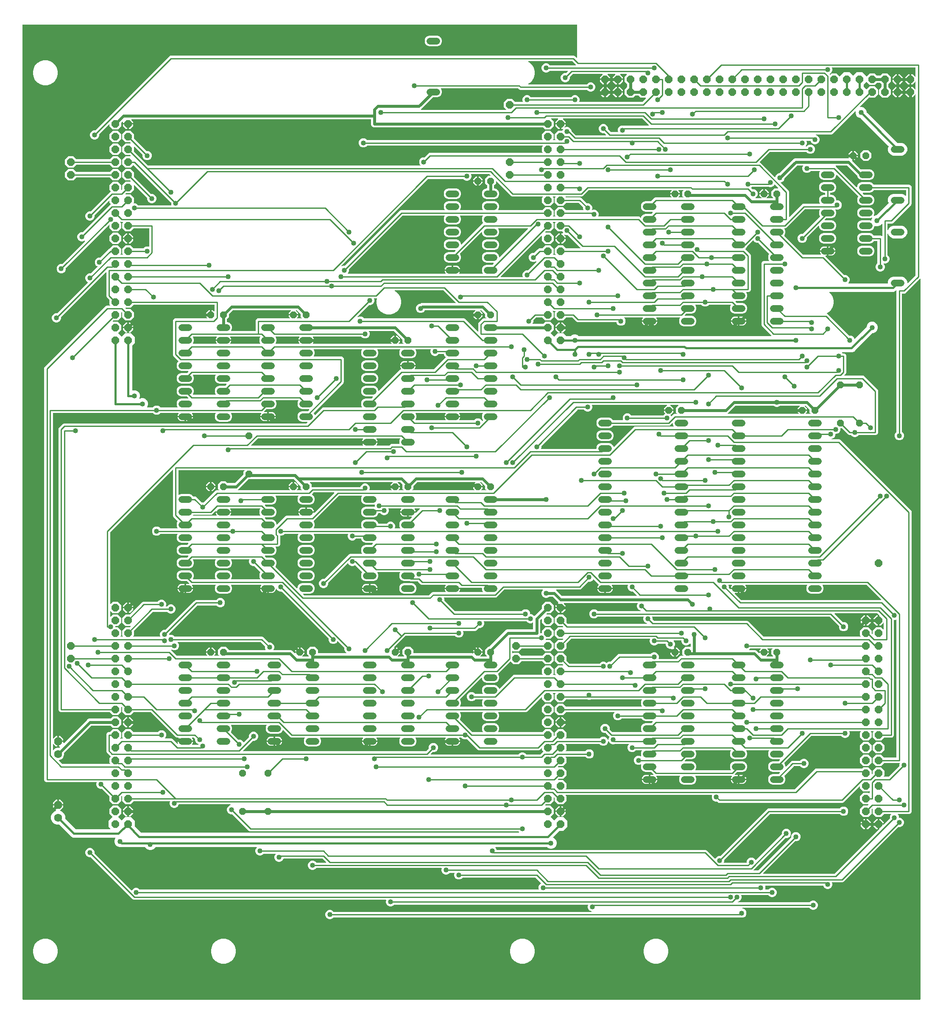
<source format=gtl>
G04 EAGLE Gerber RS-274X export*
G75*
%MOMM*%
%FSLAX34Y34*%
%LPD*%
%INTop Copper*%
%IPPOS*%
%AMOC8*
5,1,8,0,0,1.08239X$1,22.5*%
G01*
%ADD10P,1.649562X8X22.500000*%
%ADD11C,1.320800*%
%ADD12P,1.649562X8X112.500000*%
%ADD13P,1.649562X8X202.500000*%
%ADD14P,1.429621X8X112.500000*%
%ADD15P,1.429621X8X292.500000*%
%ADD16P,1.429621X8X202.500000*%
%ADD17P,1.732040X8X112.500000*%
%ADD18C,1.600200*%
%ADD19C,0.254000*%
%ADD20C,1.016000*%
%ADD21C,0.609600*%
%ADD22C,0.457200*%

G36*
X1797578Y5084D02*
X1797578Y5084D01*
X1797597Y5082D01*
X1797699Y5104D01*
X1797801Y5120D01*
X1797818Y5130D01*
X1797838Y5134D01*
X1797927Y5187D01*
X1798018Y5236D01*
X1798032Y5250D01*
X1798049Y5260D01*
X1798116Y5339D01*
X1798188Y5414D01*
X1798196Y5432D01*
X1798209Y5447D01*
X1798248Y5543D01*
X1798291Y5637D01*
X1798293Y5657D01*
X1798301Y5675D01*
X1798319Y5842D01*
X1798319Y1442862D01*
X1798308Y1442933D01*
X1798306Y1443004D01*
X1798288Y1443053D01*
X1798280Y1443105D01*
X1798246Y1443168D01*
X1798221Y1443235D01*
X1798189Y1443276D01*
X1798164Y1443322D01*
X1798112Y1443371D01*
X1798068Y1443427D01*
X1798024Y1443456D01*
X1797986Y1443492D01*
X1797921Y1443522D01*
X1797861Y1443560D01*
X1797810Y1443573D01*
X1797763Y1443595D01*
X1797692Y1443603D01*
X1797622Y1443621D01*
X1797570Y1443616D01*
X1797519Y1443622D01*
X1797448Y1443607D01*
X1797377Y1443601D01*
X1797329Y1443581D01*
X1797278Y1443570D01*
X1797217Y1443533D01*
X1797151Y1443505D01*
X1797095Y1443460D01*
X1797067Y1443444D01*
X1797052Y1443426D01*
X1797020Y1443400D01*
X1768322Y1414702D01*
X1766361Y1413890D01*
X1761871Y1413890D01*
X1761851Y1413887D01*
X1761832Y1413889D01*
X1761730Y1413867D01*
X1761628Y1413851D01*
X1761611Y1413841D01*
X1761591Y1413837D01*
X1761502Y1413784D01*
X1761411Y1413735D01*
X1761397Y1413721D01*
X1761380Y1413711D01*
X1761313Y1413632D01*
X1761241Y1413557D01*
X1761233Y1413539D01*
X1761220Y1413524D01*
X1761181Y1413428D01*
X1761138Y1413334D01*
X1761136Y1413314D01*
X1761128Y1413296D01*
X1761110Y1413129D01*
X1761110Y1138213D01*
X1761124Y1138123D01*
X1761132Y1138032D01*
X1761144Y1138002D01*
X1761149Y1137970D01*
X1761192Y1137890D01*
X1761228Y1137806D01*
X1761254Y1137774D01*
X1761265Y1137753D01*
X1761288Y1137731D01*
X1761333Y1137675D01*
X1763528Y1135480D01*
X1764920Y1132119D01*
X1764920Y1128481D01*
X1763528Y1125120D01*
X1760955Y1122547D01*
X1757594Y1121155D01*
X1753956Y1121155D01*
X1750595Y1122547D01*
X1748022Y1125120D01*
X1746630Y1128481D01*
X1746630Y1132119D01*
X1748022Y1135480D01*
X1750217Y1137675D01*
X1750270Y1137749D01*
X1750330Y1137818D01*
X1750342Y1137848D01*
X1750361Y1137875D01*
X1750388Y1137962D01*
X1750422Y1138046D01*
X1750426Y1138087D01*
X1750433Y1138110D01*
X1750432Y1138142D01*
X1750440Y1138213D01*
X1750440Y1419247D01*
X1750429Y1419318D01*
X1750427Y1419390D01*
X1750409Y1419439D01*
X1750401Y1419490D01*
X1750367Y1419554D01*
X1750342Y1419621D01*
X1750310Y1419662D01*
X1750285Y1419708D01*
X1750233Y1419757D01*
X1750189Y1419813D01*
X1750145Y1419841D01*
X1750107Y1419877D01*
X1750042Y1419907D01*
X1749982Y1419946D01*
X1749931Y1419959D01*
X1749884Y1419981D01*
X1749813Y1419989D01*
X1749743Y1420006D01*
X1749691Y1420002D01*
X1749640Y1420008D01*
X1749569Y1419992D01*
X1749498Y1419987D01*
X1749450Y1419967D01*
X1749399Y1419955D01*
X1749338Y1419919D01*
X1749272Y1419891D01*
X1749216Y1419846D01*
X1749188Y1419829D01*
X1749173Y1419811D01*
X1749141Y1419786D01*
X1747823Y1418468D01*
X1744742Y1417192D01*
X1617049Y1417192D01*
X1616978Y1417181D01*
X1616907Y1417179D01*
X1616858Y1417161D01*
X1616806Y1417153D01*
X1616743Y1417119D01*
X1616676Y1417094D01*
X1616635Y1417062D01*
X1616589Y1417037D01*
X1616540Y1416985D01*
X1616484Y1416941D01*
X1616456Y1416897D01*
X1616420Y1416859D01*
X1616389Y1416794D01*
X1616351Y1416734D01*
X1616338Y1416683D01*
X1616316Y1416636D01*
X1616308Y1416565D01*
X1616291Y1416495D01*
X1616295Y1416443D01*
X1616289Y1416392D01*
X1616304Y1416321D01*
X1616310Y1416250D01*
X1616330Y1416202D01*
X1616341Y1416151D01*
X1616378Y1416090D01*
X1616406Y1416024D01*
X1616451Y1415968D01*
X1616467Y1415940D01*
X1616485Y1415925D01*
X1616511Y1415893D01*
X1620119Y1412284D01*
X1623396Y1406608D01*
X1625093Y1400277D01*
X1625093Y1393723D01*
X1623396Y1387392D01*
X1620119Y1381716D01*
X1615484Y1377081D01*
X1611509Y1374786D01*
X1611492Y1374772D01*
X1611472Y1374763D01*
X1611397Y1374694D01*
X1611319Y1374630D01*
X1611307Y1374611D01*
X1611291Y1374596D01*
X1611242Y1374507D01*
X1611188Y1374422D01*
X1611183Y1374400D01*
X1611172Y1374381D01*
X1611154Y1374281D01*
X1611131Y1374182D01*
X1611133Y1374161D01*
X1611129Y1374139D01*
X1611144Y1374038D01*
X1611152Y1373937D01*
X1611161Y1373917D01*
X1611165Y1373896D01*
X1611210Y1373805D01*
X1611251Y1373712D01*
X1611266Y1373696D01*
X1611276Y1373676D01*
X1611348Y1373605D01*
X1611417Y1373530D01*
X1611436Y1373519D01*
X1611452Y1373504D01*
X1611599Y1373423D01*
X1612747Y1372948D01*
X1614355Y1371340D01*
X1655527Y1330168D01*
X1655601Y1330115D01*
X1655670Y1330055D01*
X1655700Y1330043D01*
X1655726Y1330024D01*
X1655813Y1329997D01*
X1655898Y1329963D01*
X1655939Y1329959D01*
X1655962Y1329952D01*
X1655994Y1329953D01*
X1656065Y1329945D01*
X1659169Y1329945D01*
X1662530Y1328553D01*
X1665103Y1325980D01*
X1666020Y1323764D01*
X1666045Y1323725D01*
X1666060Y1323682D01*
X1666109Y1323621D01*
X1666150Y1323555D01*
X1666185Y1323526D01*
X1666214Y1323490D01*
X1666280Y1323448D01*
X1666340Y1323398D01*
X1666382Y1323382D01*
X1666421Y1323357D01*
X1666497Y1323338D01*
X1666569Y1323310D01*
X1666615Y1323308D01*
X1666660Y1323297D01*
X1666737Y1323303D01*
X1666815Y1323300D01*
X1666859Y1323312D01*
X1666905Y1323316D01*
X1666976Y1323346D01*
X1667051Y1323368D01*
X1667089Y1323394D01*
X1667131Y1323412D01*
X1667238Y1323498D01*
X1667253Y1323508D01*
X1667256Y1323512D01*
X1667262Y1323517D01*
X1690400Y1346655D01*
X1690447Y1346720D01*
X1690462Y1346736D01*
X1690466Y1346744D01*
X1690513Y1346799D01*
X1690525Y1346829D01*
X1690544Y1346855D01*
X1690571Y1346942D01*
X1690605Y1347027D01*
X1690609Y1347068D01*
X1690616Y1347090D01*
X1690615Y1347122D01*
X1690623Y1347194D01*
X1690623Y1348423D01*
X1692325Y1352531D01*
X1695469Y1355675D01*
X1699577Y1357377D01*
X1704023Y1357377D01*
X1708131Y1355675D01*
X1711275Y1352531D01*
X1712977Y1348423D01*
X1712977Y1343977D01*
X1711275Y1339869D01*
X1708131Y1336725D01*
X1704023Y1335023D01*
X1702794Y1335023D01*
X1702703Y1335009D01*
X1702613Y1335001D01*
X1702583Y1334989D01*
X1702551Y1334984D01*
X1702470Y1334941D01*
X1702386Y1334905D01*
X1702354Y1334879D01*
X1702333Y1334868D01*
X1702311Y1334845D01*
X1702255Y1334800D01*
X1667739Y1300284D01*
X1665273Y1297818D01*
X1662192Y1296542D01*
X1642403Y1296542D01*
X1642332Y1296531D01*
X1642261Y1296529D01*
X1642212Y1296511D01*
X1642160Y1296503D01*
X1642097Y1296469D01*
X1642030Y1296444D01*
X1641989Y1296412D01*
X1641943Y1296387D01*
X1641894Y1296336D01*
X1641838Y1296291D01*
X1641810Y1296247D01*
X1641774Y1296209D01*
X1641743Y1296144D01*
X1641705Y1296084D01*
X1641692Y1296033D01*
X1641670Y1295986D01*
X1641662Y1295915D01*
X1641645Y1295845D01*
X1641649Y1295793D01*
X1641643Y1295742D01*
X1641658Y1295671D01*
X1641664Y1295600D01*
X1641684Y1295552D01*
X1641695Y1295501D01*
X1641732Y1295440D01*
X1641760Y1295374D01*
X1641805Y1295318D01*
X1641821Y1295290D01*
X1641839Y1295275D01*
X1641865Y1295243D01*
X1642500Y1294608D01*
X1642574Y1294554D01*
X1642643Y1294495D01*
X1642673Y1294483D01*
X1642700Y1294464D01*
X1642787Y1294437D01*
X1642871Y1294403D01*
X1642912Y1294399D01*
X1642935Y1294392D01*
X1642967Y1294393D01*
X1643038Y1294385D01*
X1645711Y1294385D01*
X1647672Y1293573D01*
X1649173Y1292072D01*
X1649985Y1290111D01*
X1649985Y1256239D01*
X1649173Y1254278D01*
X1647565Y1252670D01*
X1646129Y1251234D01*
X1646087Y1251176D01*
X1646037Y1251124D01*
X1646016Y1251077D01*
X1645985Y1251035D01*
X1645964Y1250966D01*
X1645934Y1250901D01*
X1645928Y1250849D01*
X1645913Y1250799D01*
X1645915Y1250728D01*
X1645907Y1250657D01*
X1645918Y1250606D01*
X1645919Y1250554D01*
X1645944Y1250486D01*
X1645959Y1250416D01*
X1645986Y1250371D01*
X1646004Y1250323D01*
X1646048Y1250267D01*
X1646085Y1250205D01*
X1646125Y1250171D01*
X1646157Y1250131D01*
X1646218Y1250092D01*
X1646272Y1250045D01*
X1646320Y1250026D01*
X1646364Y1249998D01*
X1646434Y1249980D01*
X1646500Y1249953D01*
X1646572Y1249945D01*
X1646603Y1249937D01*
X1646626Y1249939D01*
X1646667Y1249935D01*
X1683811Y1249935D01*
X1685772Y1249123D01*
X1711065Y1223830D01*
X1712673Y1222222D01*
X1713485Y1220261D01*
X1713485Y1135589D01*
X1712673Y1133628D01*
X1711172Y1132127D01*
X1709211Y1131315D01*
X1674788Y1131315D01*
X1674698Y1131301D01*
X1674607Y1131293D01*
X1674577Y1131281D01*
X1674545Y1131276D01*
X1674465Y1131233D01*
X1674381Y1131197D01*
X1674349Y1131171D01*
X1674328Y1131160D01*
X1674306Y1131137D01*
X1674250Y1131092D01*
X1672055Y1128897D01*
X1668694Y1127505D01*
X1665056Y1127505D01*
X1661695Y1128897D01*
X1659500Y1131092D01*
X1659426Y1131145D01*
X1659357Y1131205D01*
X1659327Y1131217D01*
X1659300Y1131236D01*
X1659213Y1131263D01*
X1659129Y1131297D01*
X1659088Y1131301D01*
X1659065Y1131308D01*
X1659033Y1131307D01*
X1658962Y1131315D01*
X1656289Y1131315D01*
X1654328Y1132127D01*
X1641647Y1144808D01*
X1641573Y1144861D01*
X1641504Y1144921D01*
X1641474Y1144933D01*
X1641448Y1144952D01*
X1641361Y1144979D01*
X1641276Y1145013D01*
X1641235Y1145017D01*
X1641212Y1145024D01*
X1641180Y1145023D01*
X1641109Y1145031D01*
X1638681Y1145031D01*
X1638661Y1145028D01*
X1638642Y1145030D01*
X1638540Y1145008D01*
X1638438Y1144992D01*
X1638421Y1144982D01*
X1638401Y1144978D01*
X1638312Y1144925D01*
X1638221Y1144876D01*
X1638207Y1144862D01*
X1638190Y1144852D01*
X1638123Y1144773D01*
X1638051Y1144698D01*
X1638043Y1144680D01*
X1638030Y1144665D01*
X1637991Y1144569D01*
X1637948Y1144475D01*
X1637946Y1144455D01*
X1637938Y1144437D01*
X1637920Y1144270D01*
X1637920Y1141181D01*
X1636528Y1137820D01*
X1633955Y1135247D01*
X1630594Y1133855D01*
X1629156Y1133855D01*
X1629136Y1133852D01*
X1629117Y1133854D01*
X1629015Y1133832D01*
X1628913Y1133816D01*
X1628896Y1133806D01*
X1628876Y1133802D01*
X1628787Y1133749D01*
X1628696Y1133700D01*
X1628682Y1133686D01*
X1628665Y1133676D01*
X1628598Y1133597D01*
X1628526Y1133522D01*
X1628518Y1133504D01*
X1628505Y1133489D01*
X1628466Y1133393D01*
X1628423Y1133299D01*
X1628421Y1133279D01*
X1628413Y1133261D01*
X1628395Y1133094D01*
X1628395Y1131656D01*
X1627003Y1128295D01*
X1624430Y1125722D01*
X1621236Y1124399D01*
X1621153Y1124348D01*
X1621067Y1124302D01*
X1621049Y1124284D01*
X1621027Y1124270D01*
X1620964Y1124194D01*
X1620897Y1124124D01*
X1620886Y1124100D01*
X1620870Y1124080D01*
X1620835Y1123989D01*
X1620794Y1123901D01*
X1620791Y1123875D01*
X1620782Y1123851D01*
X1620777Y1123753D01*
X1620767Y1123657D01*
X1620772Y1123631D01*
X1620771Y1123605D01*
X1620798Y1123511D01*
X1620819Y1123416D01*
X1620832Y1123394D01*
X1620840Y1123369D01*
X1620895Y1123289D01*
X1620945Y1123205D01*
X1620965Y1123188D01*
X1620980Y1123167D01*
X1621058Y1123108D01*
X1621132Y1123045D01*
X1621156Y1123035D01*
X1621177Y1123020D01*
X1621270Y1122990D01*
X1621360Y1122953D01*
X1621393Y1122950D01*
X1621411Y1122944D01*
X1621444Y1122944D01*
X1621527Y1122935D01*
X1636186Y1122935D01*
X1638147Y1122123D01*
X1779348Y980922D01*
X1780160Y978961D01*
X1780160Y379939D01*
X1779348Y377978D01*
X1777847Y376477D01*
X1775886Y375665D01*
X1753655Y375665D01*
X1753584Y375654D01*
X1753513Y375652D01*
X1753464Y375634D01*
X1753412Y375626D01*
X1753349Y375592D01*
X1753282Y375567D01*
X1753241Y375535D01*
X1753195Y375510D01*
X1753146Y375458D01*
X1753090Y375414D01*
X1753062Y375370D01*
X1753026Y375332D01*
X1752995Y375267D01*
X1752957Y375207D01*
X1752944Y375156D01*
X1752922Y375109D01*
X1752914Y375038D01*
X1752897Y374968D01*
X1752901Y374916D01*
X1752895Y374865D01*
X1752910Y374794D01*
X1752916Y374723D01*
X1752936Y374675D01*
X1752947Y374624D01*
X1752984Y374563D01*
X1753012Y374497D01*
X1753057Y374441D01*
X1753073Y374413D01*
X1753091Y374398D01*
X1753117Y374366D01*
X1754003Y373480D01*
X1755395Y370119D01*
X1755395Y368681D01*
X1755398Y368661D01*
X1755396Y368642D01*
X1755418Y368540D01*
X1755434Y368438D01*
X1755444Y368421D01*
X1755448Y368401D01*
X1755501Y368312D01*
X1755550Y368221D01*
X1755564Y368207D01*
X1755574Y368190D01*
X1755653Y368123D01*
X1755728Y368051D01*
X1755746Y368043D01*
X1755761Y368030D01*
X1755857Y367991D01*
X1755951Y367948D01*
X1755971Y367946D01*
X1755989Y367938D01*
X1756156Y367920D01*
X1757594Y367920D01*
X1760955Y366528D01*
X1763528Y363955D01*
X1764920Y360594D01*
X1764920Y356956D01*
X1763528Y353595D01*
X1760955Y351022D01*
X1757594Y349630D01*
X1754490Y349630D01*
X1754400Y349616D01*
X1754309Y349608D01*
X1754279Y349596D01*
X1754247Y349591D01*
X1754167Y349548D01*
X1754083Y349512D01*
X1754051Y349486D01*
X1754030Y349475D01*
X1754008Y349452D01*
X1753952Y349407D01*
X1644497Y239952D01*
X1642536Y239140D01*
X1622202Y239140D01*
X1622157Y239133D01*
X1622111Y239135D01*
X1622036Y239113D01*
X1621959Y239101D01*
X1621919Y239079D01*
X1621874Y239066D01*
X1621810Y239022D01*
X1621742Y238985D01*
X1621710Y238952D01*
X1621672Y238926D01*
X1621626Y238864D01*
X1621572Y238807D01*
X1621553Y238765D01*
X1621526Y238729D01*
X1621501Y238655D01*
X1621469Y238584D01*
X1621464Y238538D01*
X1621449Y238495D01*
X1621450Y238417D01*
X1621442Y238340D01*
X1621451Y238295D01*
X1621452Y238249D01*
X1621490Y238117D01*
X1621494Y238099D01*
X1621496Y238095D01*
X1621498Y238088D01*
X1622045Y236769D01*
X1622045Y233131D01*
X1620653Y229770D01*
X1618080Y227197D01*
X1614719Y225805D01*
X1611081Y225805D01*
X1607720Y227197D01*
X1605147Y229770D01*
X1604091Y232320D01*
X1604030Y232420D01*
X1603970Y232520D01*
X1603965Y232524D01*
X1603961Y232529D01*
X1603871Y232604D01*
X1603783Y232680D01*
X1603777Y232682D01*
X1603772Y232686D01*
X1603664Y232728D01*
X1603554Y232772D01*
X1603547Y232773D01*
X1603542Y232774D01*
X1603524Y232775D01*
X1603388Y232790D01*
X1488852Y232790D01*
X1488807Y232783D01*
X1488761Y232785D01*
X1488686Y232763D01*
X1488609Y232751D01*
X1488569Y232729D01*
X1488524Y232716D01*
X1488460Y232672D01*
X1488392Y232635D01*
X1488360Y232602D01*
X1488322Y232576D01*
X1488276Y232514D01*
X1488222Y232457D01*
X1488203Y232415D01*
X1488176Y232379D01*
X1488151Y232305D01*
X1488119Y232234D01*
X1488114Y232188D01*
X1488099Y232145D01*
X1488100Y232067D01*
X1488092Y231990D01*
X1488101Y231945D01*
X1488102Y231899D01*
X1488140Y231767D01*
X1488144Y231749D01*
X1488146Y231745D01*
X1488148Y231738D01*
X1488695Y230419D01*
X1488695Y226781D01*
X1488148Y225462D01*
X1488138Y225418D01*
X1488119Y225376D01*
X1488110Y225299D01*
X1488092Y225223D01*
X1488097Y225177D01*
X1488092Y225132D01*
X1488108Y225055D01*
X1488115Y224978D01*
X1488134Y224936D01*
X1488144Y224891D01*
X1488184Y224824D01*
X1488215Y224753D01*
X1488246Y224719D01*
X1488270Y224680D01*
X1488329Y224629D01*
X1488382Y224572D01*
X1488422Y224550D01*
X1488457Y224520D01*
X1488529Y224491D01*
X1488597Y224454D01*
X1488642Y224445D01*
X1488685Y224428D01*
X1488821Y224413D01*
X1488839Y224410D01*
X1488844Y224411D01*
X1488852Y224410D01*
X1493862Y224410D01*
X1493952Y224424D01*
X1494043Y224432D01*
X1494073Y224444D01*
X1494105Y224449D01*
X1494185Y224492D01*
X1494269Y224528D01*
X1494301Y224554D01*
X1494322Y224565D01*
X1494344Y224588D01*
X1494400Y224633D01*
X1496595Y226828D01*
X1499956Y228220D01*
X1503594Y228220D01*
X1506955Y226828D01*
X1509528Y224255D01*
X1510920Y220894D01*
X1510920Y217256D01*
X1509528Y213895D01*
X1506955Y211322D01*
X1503594Y209930D01*
X1499956Y209930D01*
X1496595Y211322D01*
X1494400Y213517D01*
X1494326Y213570D01*
X1494257Y213630D01*
X1494227Y213642D01*
X1494200Y213661D01*
X1494113Y213688D01*
X1494029Y213722D01*
X1493988Y213726D01*
X1493965Y213733D01*
X1493933Y213732D01*
X1493862Y213740D01*
X1441227Y213740D01*
X1441182Y213733D01*
X1441136Y213735D01*
X1441061Y213713D01*
X1440984Y213701D01*
X1440944Y213679D01*
X1440899Y213666D01*
X1440835Y213622D01*
X1440767Y213585D01*
X1440735Y213552D01*
X1440697Y213526D01*
X1440651Y213464D01*
X1440597Y213407D01*
X1440578Y213365D01*
X1440551Y213329D01*
X1440526Y213255D01*
X1440494Y213184D01*
X1440489Y213138D01*
X1440474Y213095D01*
X1440475Y213017D01*
X1440467Y212940D01*
X1440476Y212895D01*
X1440477Y212849D01*
X1440515Y212717D01*
X1440519Y212699D01*
X1440521Y212695D01*
X1440523Y212688D01*
X1441070Y211369D01*
X1441070Y207731D01*
X1439678Y204370D01*
X1437105Y201797D01*
X1433911Y200474D01*
X1433828Y200423D01*
X1433742Y200377D01*
X1433724Y200359D01*
X1433702Y200345D01*
X1433639Y200269D01*
X1433572Y200199D01*
X1433561Y200175D01*
X1433545Y200155D01*
X1433510Y200064D01*
X1433469Y199976D01*
X1433466Y199950D01*
X1433457Y199926D01*
X1433452Y199828D01*
X1433442Y199732D01*
X1433447Y199706D01*
X1433446Y199680D01*
X1433473Y199586D01*
X1433494Y199491D01*
X1433507Y199469D01*
X1433515Y199444D01*
X1433570Y199364D01*
X1433620Y199280D01*
X1433640Y199263D01*
X1433655Y199242D01*
X1433733Y199183D01*
X1433807Y199120D01*
X1433831Y199110D01*
X1433852Y199095D01*
X1433945Y199065D01*
X1434035Y199028D01*
X1434068Y199025D01*
X1434086Y199019D01*
X1434119Y199019D01*
X1434202Y199010D01*
X1576412Y199010D01*
X1576502Y199024D01*
X1576593Y199032D01*
X1576623Y199044D01*
X1576655Y199049D01*
X1576735Y199092D01*
X1576819Y199128D01*
X1576851Y199154D01*
X1576872Y199165D01*
X1576894Y199188D01*
X1576950Y199233D01*
X1579145Y201428D01*
X1582506Y202820D01*
X1586144Y202820D01*
X1589505Y201428D01*
X1592078Y198855D01*
X1593470Y195494D01*
X1593470Y191856D01*
X1592078Y188495D01*
X1589505Y185922D01*
X1586144Y184530D01*
X1582506Y184530D01*
X1579145Y185922D01*
X1576950Y188117D01*
X1576876Y188170D01*
X1576807Y188230D01*
X1576777Y188242D01*
X1576750Y188261D01*
X1576663Y188288D01*
X1576579Y188322D01*
X1576538Y188326D01*
X1576515Y188333D01*
X1576483Y188332D01*
X1576412Y188340D01*
X1443727Y188340D01*
X1443631Y188325D01*
X1443534Y188315D01*
X1443510Y188305D01*
X1443484Y188301D01*
X1443398Y188255D01*
X1443309Y188215D01*
X1443290Y188198D01*
X1443267Y188185D01*
X1443200Y188115D01*
X1443128Y188049D01*
X1443115Y188026D01*
X1443097Y188007D01*
X1443056Y187919D01*
X1443009Y187833D01*
X1443005Y187808D01*
X1442994Y187784D01*
X1442983Y187687D01*
X1442966Y187591D01*
X1442970Y187565D01*
X1442967Y187540D01*
X1442987Y187444D01*
X1443002Y187348D01*
X1443013Y187325D01*
X1443019Y187299D01*
X1443069Y187216D01*
X1443113Y187129D01*
X1443132Y187110D01*
X1443145Y187088D01*
X1443219Y187025D01*
X1443289Y186957D01*
X1443317Y186941D01*
X1443332Y186928D01*
X1443363Y186916D01*
X1443436Y186876D01*
X1446630Y185553D01*
X1449203Y182980D01*
X1450595Y179619D01*
X1450595Y175981D01*
X1449203Y172620D01*
X1446630Y170047D01*
X1443269Y168655D01*
X1439631Y168655D01*
X1438238Y169232D01*
X1438174Y169247D01*
X1438113Y169272D01*
X1438030Y169281D01*
X1437998Y169288D01*
X1437979Y169287D01*
X1437947Y169290D01*
X627038Y169290D01*
X626948Y169276D01*
X626857Y169268D01*
X626827Y169256D01*
X626795Y169251D01*
X626715Y169208D01*
X626631Y169172D01*
X626599Y169146D01*
X626578Y169135D01*
X626556Y169112D01*
X626500Y169067D01*
X624305Y166872D01*
X620944Y165480D01*
X617306Y165480D01*
X613945Y166872D01*
X611372Y169445D01*
X609980Y172806D01*
X609980Y176444D01*
X611372Y179805D01*
X613945Y182378D01*
X617306Y183770D01*
X620944Y183770D01*
X624305Y182378D01*
X626500Y180183D01*
X626574Y180130D01*
X626643Y180070D01*
X626673Y180058D01*
X626700Y180039D01*
X626787Y180012D01*
X626871Y179978D01*
X626912Y179974D01*
X626935Y179967D01*
X626967Y179968D01*
X627038Y179960D01*
X1140723Y179960D01*
X1140819Y179975D01*
X1140916Y179985D01*
X1140940Y179995D01*
X1140966Y179999D01*
X1141052Y180045D01*
X1141141Y180085D01*
X1141160Y180102D01*
X1141183Y180115D01*
X1141250Y180185D01*
X1141322Y180251D01*
X1141335Y180274D01*
X1141353Y180293D01*
X1141394Y180381D01*
X1141441Y180467D01*
X1141445Y180492D01*
X1141456Y180516D01*
X1141467Y180613D01*
X1141484Y180709D01*
X1141480Y180735D01*
X1141483Y180760D01*
X1141463Y180856D01*
X1141448Y180952D01*
X1141437Y180975D01*
X1141431Y181001D01*
X1141381Y181084D01*
X1141337Y181171D01*
X1141318Y181190D01*
X1141305Y181212D01*
X1141231Y181275D01*
X1141161Y181343D01*
X1141133Y181359D01*
X1141118Y181372D01*
X1141087Y181384D01*
X1141014Y181424D01*
X1137820Y182747D01*
X1135247Y185320D01*
X1133855Y188681D01*
X1133855Y192319D01*
X1134402Y193638D01*
X1134412Y193682D01*
X1134431Y193724D01*
X1134440Y193801D01*
X1134458Y193877D01*
X1134453Y193923D01*
X1134458Y193968D01*
X1134442Y194045D01*
X1134435Y194122D01*
X1134416Y194164D01*
X1134406Y194209D01*
X1134366Y194276D01*
X1134335Y194347D01*
X1134304Y194381D01*
X1134280Y194420D01*
X1134221Y194471D01*
X1134168Y194528D01*
X1134128Y194550D01*
X1134093Y194580D01*
X1134021Y194609D01*
X1133953Y194646D01*
X1133908Y194655D01*
X1133865Y194672D01*
X1133729Y194687D01*
X1133711Y194690D01*
X1133706Y194689D01*
X1133698Y194690D01*
X747688Y194690D01*
X747598Y194676D01*
X747507Y194668D01*
X747477Y194656D01*
X747445Y194651D01*
X747365Y194608D01*
X747281Y194572D01*
X747249Y194546D01*
X747228Y194535D01*
X747206Y194512D01*
X747150Y194467D01*
X744955Y192272D01*
X741594Y190880D01*
X737956Y190880D01*
X734595Y192272D01*
X732022Y194845D01*
X730630Y198206D01*
X730630Y201844D01*
X731177Y203163D01*
X731187Y203207D01*
X731206Y203249D01*
X731215Y203326D01*
X731233Y203402D01*
X731228Y203448D01*
X731233Y203493D01*
X731217Y203570D01*
X731210Y203647D01*
X731191Y203689D01*
X731181Y203734D01*
X731141Y203801D01*
X731110Y203872D01*
X731079Y203906D01*
X731055Y203945D01*
X730996Y203996D01*
X730943Y204053D01*
X730903Y204075D01*
X730868Y204105D01*
X730796Y204134D01*
X730728Y204171D01*
X730683Y204180D01*
X730640Y204197D01*
X730504Y204212D01*
X730486Y204215D01*
X730481Y204214D01*
X730473Y204215D01*
X227539Y204215D01*
X225578Y205027D01*
X141523Y289082D01*
X141449Y289135D01*
X141380Y289195D01*
X141350Y289207D01*
X141324Y289226D01*
X141237Y289253D01*
X141152Y289287D01*
X141111Y289291D01*
X141088Y289298D01*
X141056Y289297D01*
X140985Y289305D01*
X137881Y289305D01*
X134520Y290697D01*
X131947Y293270D01*
X130555Y296631D01*
X130555Y300269D01*
X131947Y303630D01*
X134520Y306203D01*
X137881Y307595D01*
X141519Y307595D01*
X144880Y306203D01*
X147453Y303630D01*
X148845Y300269D01*
X148845Y297165D01*
X148859Y297075D01*
X148867Y296984D01*
X148879Y296954D01*
X148884Y296922D01*
X148927Y296842D01*
X148963Y296758D01*
X148989Y296726D01*
X149000Y296705D01*
X149023Y296683D01*
X149068Y296627D01*
X222460Y223234D01*
X222498Y223207D01*
X222529Y223174D01*
X222597Y223136D01*
X222660Y223091D01*
X222704Y223077D01*
X222744Y223055D01*
X222821Y223041D01*
X222895Y223018D01*
X222941Y223019D01*
X222986Y223011D01*
X223063Y223023D01*
X223141Y223025D01*
X223184Y223040D01*
X223230Y223047D01*
X223299Y223082D01*
X223372Y223109D01*
X223408Y223138D01*
X223449Y223159D01*
X223503Y223214D01*
X223564Y223263D01*
X223589Y223301D01*
X223621Y223334D01*
X223687Y223454D01*
X223697Y223470D01*
X223698Y223475D01*
X223702Y223481D01*
X224022Y224255D01*
X226595Y226828D01*
X229956Y228220D01*
X233594Y228220D01*
X236955Y226828D01*
X239150Y224633D01*
X239224Y224580D01*
X239293Y224520D01*
X239323Y224508D01*
X239350Y224489D01*
X239437Y224462D01*
X239521Y224428D01*
X239562Y224424D01*
X239585Y224417D01*
X239617Y224418D01*
X239688Y224410D01*
X1035273Y224410D01*
X1035318Y224417D01*
X1035364Y224415D01*
X1035439Y224437D01*
X1035516Y224449D01*
X1035556Y224471D01*
X1035601Y224484D01*
X1035665Y224528D01*
X1035733Y224565D01*
X1035765Y224598D01*
X1035803Y224624D01*
X1035849Y224686D01*
X1035903Y224743D01*
X1035922Y224785D01*
X1035949Y224821D01*
X1035974Y224895D01*
X1036006Y224966D01*
X1036011Y225012D01*
X1036026Y225055D01*
X1036025Y225133D01*
X1036033Y225210D01*
X1036024Y225255D01*
X1036023Y225301D01*
X1035985Y225433D01*
X1035981Y225451D01*
X1035979Y225455D01*
X1035977Y225462D01*
X1035430Y226781D01*
X1035430Y230419D01*
X1036822Y233780D01*
X1039395Y236353D01*
X1040169Y236673D01*
X1040208Y236697D01*
X1040251Y236713D01*
X1040312Y236762D01*
X1040378Y236803D01*
X1040407Y236838D01*
X1040443Y236867D01*
X1040485Y236932D01*
X1040535Y236992D01*
X1040551Y237035D01*
X1040576Y237074D01*
X1040595Y237149D01*
X1040623Y237222D01*
X1040625Y237268D01*
X1040636Y237312D01*
X1040630Y237390D01*
X1040633Y237468D01*
X1040621Y237512D01*
X1040617Y237557D01*
X1040587Y237629D01*
X1040565Y237704D01*
X1040539Y237742D01*
X1040521Y237784D01*
X1040435Y237890D01*
X1040425Y237906D01*
X1040421Y237909D01*
X1040416Y237915D01*
X1029888Y248442D01*
X1029814Y248495D01*
X1029745Y248555D01*
X1029715Y248567D01*
X1029688Y248586D01*
X1029602Y248613D01*
X1029517Y248647D01*
X1029476Y248651D01*
X1029453Y248658D01*
X1029421Y248657D01*
X1029350Y248665D01*
X884213Y248665D01*
X884123Y248651D01*
X884032Y248643D01*
X884002Y248631D01*
X883970Y248626D01*
X883890Y248583D01*
X883806Y248547D01*
X883774Y248521D01*
X883753Y248510D01*
X883731Y248487D01*
X883675Y248442D01*
X881480Y246247D01*
X878119Y244855D01*
X874481Y244855D01*
X871120Y246247D01*
X868547Y248820D01*
X867155Y252181D01*
X867155Y255819D01*
X867702Y257138D01*
X867712Y257182D01*
X867731Y257224D01*
X867740Y257301D01*
X867758Y257377D01*
X867753Y257423D01*
X867758Y257468D01*
X867742Y257545D01*
X867735Y257622D01*
X867716Y257664D01*
X867706Y257709D01*
X867666Y257776D01*
X867635Y257847D01*
X867604Y257881D01*
X867580Y257920D01*
X867521Y257971D01*
X867468Y258028D01*
X867428Y258050D01*
X867393Y258080D01*
X867321Y258109D01*
X867253Y258146D01*
X867208Y258155D01*
X867165Y258172D01*
X867029Y258187D01*
X867011Y258190D01*
X867006Y258189D01*
X866998Y258190D01*
X858813Y258190D01*
X858723Y258176D01*
X858632Y258168D01*
X858602Y258156D01*
X858570Y258151D01*
X858490Y258108D01*
X858406Y258072D01*
X858374Y258046D01*
X858353Y258035D01*
X858331Y258012D01*
X858275Y257967D01*
X856080Y255772D01*
X852719Y254380D01*
X849081Y254380D01*
X845720Y255772D01*
X843147Y258345D01*
X841755Y261706D01*
X841755Y265344D01*
X842302Y266663D01*
X842312Y266707D01*
X842330Y266746D01*
X842331Y266749D01*
X842340Y266826D01*
X842358Y266902D01*
X842353Y266948D01*
X842358Y266993D01*
X842342Y267070D01*
X842335Y267147D01*
X842316Y267189D01*
X842306Y267234D01*
X842266Y267301D01*
X842235Y267372D01*
X842204Y267406D01*
X842180Y267445D01*
X842121Y267496D01*
X842068Y267553D01*
X842028Y267575D01*
X841993Y267605D01*
X841921Y267634D01*
X841853Y267671D01*
X841808Y267680D01*
X841765Y267697D01*
X841629Y267712D01*
X841611Y267715D01*
X841606Y267714D01*
X841598Y267715D01*
X592113Y267715D01*
X592023Y267701D01*
X591932Y267693D01*
X591902Y267681D01*
X591870Y267676D01*
X591790Y267633D01*
X591706Y267597D01*
X591674Y267571D01*
X591653Y267560D01*
X591650Y267557D01*
X591630Y267537D01*
X591575Y267492D01*
X589380Y265297D01*
X586019Y263905D01*
X582381Y263905D01*
X579020Y265297D01*
X576447Y267870D01*
X575055Y271231D01*
X575055Y274869D01*
X576447Y278230D01*
X579020Y280803D01*
X582381Y282195D01*
X586019Y282195D01*
X589380Y280803D01*
X591575Y278608D01*
X591649Y278555D01*
X591718Y278495D01*
X591748Y278483D01*
X591775Y278464D01*
X591862Y278437D01*
X591946Y278403D01*
X591987Y278399D01*
X592010Y278392D01*
X592042Y278393D01*
X592113Y278385D01*
X610758Y278385D01*
X610829Y278396D01*
X610900Y278398D01*
X610949Y278416D01*
X611001Y278424D01*
X611064Y278458D01*
X611131Y278483D01*
X611172Y278515D01*
X611218Y278540D01*
X611267Y278592D01*
X611323Y278636D01*
X611352Y278680D01*
X611388Y278718D01*
X611418Y278783D01*
X611456Y278843D01*
X611469Y278894D01*
X611491Y278941D01*
X611499Y279012D01*
X611517Y279082D01*
X611512Y279134D01*
X611518Y279185D01*
X611503Y279256D01*
X611497Y279327D01*
X611477Y279375D01*
X611466Y279426D01*
X611429Y279487D01*
X611401Y279553D01*
X611356Y279609D01*
X611340Y279637D01*
X611322Y279652D01*
X611296Y279684D01*
X604438Y286542D01*
X604364Y286595D01*
X604295Y286655D01*
X604265Y286667D01*
X604238Y286686D01*
X604152Y286713D01*
X604067Y286747D01*
X604026Y286751D01*
X604003Y286758D01*
X603971Y286757D01*
X603900Y286765D01*
X527037Y286765D01*
X526922Y286746D01*
X526806Y286729D01*
X526801Y286727D01*
X526794Y286726D01*
X526692Y286671D01*
X526587Y286618D01*
X526583Y286613D01*
X526577Y286610D01*
X526497Y286526D01*
X526415Y286442D01*
X526411Y286436D01*
X526408Y286432D01*
X526400Y286415D01*
X526334Y286295D01*
X525278Y283745D01*
X522705Y281172D01*
X519344Y279780D01*
X515706Y279780D01*
X512345Y281172D01*
X509772Y283745D01*
X508380Y287106D01*
X508380Y290744D01*
X509772Y294105D01*
X510658Y294991D01*
X510700Y295049D01*
X510749Y295101D01*
X510771Y295148D01*
X510802Y295190D01*
X510823Y295259D01*
X510853Y295324D01*
X510859Y295376D01*
X510874Y295426D01*
X510872Y295497D01*
X510880Y295568D01*
X510869Y295619D01*
X510868Y295671D01*
X510843Y295739D01*
X510828Y295809D01*
X510801Y295854D01*
X510783Y295902D01*
X510738Y295958D01*
X510702Y296020D01*
X510662Y296054D01*
X510630Y296094D01*
X510569Y296133D01*
X510515Y296180D01*
X510466Y296199D01*
X510423Y296227D01*
X510353Y296245D01*
X510287Y296272D01*
X510215Y296280D01*
X510184Y296288D01*
X510161Y296286D01*
X510120Y296290D01*
X487338Y296290D01*
X487248Y296276D01*
X487157Y296268D01*
X487127Y296256D01*
X487095Y296251D01*
X487015Y296208D01*
X486931Y296172D01*
X486899Y296146D01*
X486878Y296135D01*
X486856Y296112D01*
X486800Y296067D01*
X484605Y293872D01*
X481244Y292480D01*
X477606Y292480D01*
X474245Y293872D01*
X471672Y296445D01*
X470280Y299806D01*
X470280Y303444D01*
X471672Y306805D01*
X472685Y307818D01*
X472727Y307876D01*
X472776Y307928D01*
X472798Y307975D01*
X472829Y308017D01*
X472850Y308086D01*
X472880Y308151D01*
X472886Y308203D01*
X472901Y308253D01*
X472899Y308324D01*
X472907Y308395D01*
X472896Y308446D01*
X472895Y308498D01*
X472870Y308566D01*
X472855Y308636D01*
X472828Y308681D01*
X472810Y308729D01*
X472765Y308785D01*
X472729Y308847D01*
X472689Y308881D01*
X472657Y308921D01*
X472596Y308960D01*
X472542Y309007D01*
X472493Y309026D01*
X472450Y309054D01*
X472380Y309072D01*
X472314Y309099D01*
X472242Y309107D01*
X472211Y309115D01*
X472188Y309113D01*
X472147Y309117D01*
X270799Y309117D01*
X270684Y309098D01*
X270568Y309081D01*
X270563Y309079D01*
X270556Y309078D01*
X270454Y309023D01*
X270349Y308970D01*
X270345Y308965D01*
X270339Y308962D01*
X270259Y308878D01*
X270177Y308794D01*
X270173Y308788D01*
X270170Y308784D01*
X270162Y308767D01*
X270096Y308647D01*
X269825Y307994D01*
X266681Y304850D01*
X262573Y303148D01*
X258127Y303148D01*
X254019Y304850D01*
X250875Y307994D01*
X250604Y308647D01*
X250542Y308747D01*
X250483Y308847D01*
X250478Y308851D01*
X250475Y308856D01*
X250385Y308931D01*
X250296Y309007D01*
X250290Y309009D01*
X250285Y309013D01*
X250177Y309055D01*
X250068Y309099D01*
X250060Y309100D01*
X250055Y309101D01*
X250037Y309102D01*
X249901Y309117D01*
X201533Y309117D01*
X200753Y309440D01*
X200689Y309455D01*
X200628Y309480D01*
X200545Y309489D01*
X200513Y309496D01*
X200494Y309495D01*
X200461Y309498D01*
X197802Y309498D01*
X193694Y311200D01*
X190550Y314344D01*
X188848Y318452D01*
X188848Y322898D01*
X190595Y327115D01*
X190605Y327159D01*
X190625Y327201D01*
X190633Y327278D01*
X190651Y327354D01*
X190647Y327400D01*
X190652Y327445D01*
X190635Y327522D01*
X190628Y327599D01*
X190609Y327641D01*
X190599Y327686D01*
X190560Y327753D01*
X190528Y327824D01*
X190497Y327858D01*
X190473Y327897D01*
X190414Y327948D01*
X190361Y328005D01*
X190321Y328027D01*
X190286Y328057D01*
X190214Y328086D01*
X190146Y328123D01*
X190101Y328132D01*
X190058Y328149D01*
X189922Y328164D01*
X189904Y328167D01*
X189899Y328166D01*
X189892Y328167D01*
X106283Y328167D01*
X103202Y329443D01*
X78666Y353979D01*
X78592Y354032D01*
X78522Y354092D01*
X78492Y354104D01*
X78466Y354123D01*
X78379Y354150D01*
X78294Y354184D01*
X78253Y354188D01*
X78231Y354195D01*
X78199Y354194D01*
X78127Y354202D01*
X73396Y354202D01*
X68214Y356349D01*
X64249Y360314D01*
X62102Y365496D01*
X62102Y371104D01*
X64249Y376286D01*
X68214Y380251D01*
X71776Y381727D01*
X71815Y381751D01*
X71858Y381767D01*
X71919Y381816D01*
X71985Y381857D01*
X72015Y381892D01*
X72050Y381921D01*
X72093Y381986D01*
X72142Y382046D01*
X72159Y382089D01*
X72183Y382127D01*
X72202Y382203D01*
X72230Y382276D01*
X72232Y382321D01*
X72244Y382366D01*
X72237Y382444D01*
X72241Y382521D01*
X72228Y382566D01*
X72224Y382611D01*
X72194Y382683D01*
X72172Y382758D01*
X72146Y382795D01*
X72128Y382838D01*
X72043Y382944D01*
X72032Y382960D01*
X72028Y382963D01*
X72023Y382968D01*
X65658Y389333D01*
X65658Y392177D01*
X75438Y392177D01*
X75458Y392180D01*
X75477Y392178D01*
X75579Y392200D01*
X75681Y392217D01*
X75698Y392226D01*
X75718Y392230D01*
X75807Y392283D01*
X75898Y392332D01*
X75912Y392346D01*
X75929Y392356D01*
X75996Y392435D01*
X76067Y392510D01*
X76076Y392528D01*
X76089Y392543D01*
X76127Y392639D01*
X76171Y392733D01*
X76173Y392753D01*
X76181Y392771D01*
X76199Y392938D01*
X76199Y393701D01*
X76201Y393701D01*
X76201Y392938D01*
X76204Y392918D01*
X76202Y392899D01*
X76224Y392797D01*
X76241Y392695D01*
X76250Y392678D01*
X76254Y392658D01*
X76307Y392569D01*
X76356Y392478D01*
X76370Y392464D01*
X76380Y392447D01*
X76459Y392380D01*
X76534Y392309D01*
X76552Y392300D01*
X76567Y392287D01*
X76663Y392248D01*
X76757Y392205D01*
X76777Y392203D01*
X76795Y392195D01*
X76962Y392177D01*
X86742Y392177D01*
X86742Y389333D01*
X80377Y382968D01*
X80350Y382931D01*
X80316Y382900D01*
X80278Y382832D01*
X80233Y382769D01*
X80220Y382725D01*
X80198Y382685D01*
X80184Y382608D01*
X80161Y382534D01*
X80162Y382488D01*
X80154Y382443D01*
X80165Y382366D01*
X80167Y382288D01*
X80183Y382245D01*
X80190Y382199D01*
X80225Y382130D01*
X80252Y382057D01*
X80280Y382021D01*
X80301Y381980D01*
X80357Y381925D01*
X80405Y381865D01*
X80444Y381840D01*
X80477Y381808D01*
X80597Y381742D01*
X80612Y381732D01*
X80617Y381731D01*
X80624Y381727D01*
X84186Y380251D01*
X88151Y376286D01*
X90298Y371104D01*
X90298Y366373D01*
X90312Y366282D01*
X90320Y366192D01*
X90332Y366162D01*
X90337Y366130D01*
X90380Y366049D01*
X90416Y365965D01*
X90442Y365933D01*
X90453Y365912D01*
X90476Y365890D01*
X90521Y365834D01*
X111199Y345156D01*
X111273Y345103D01*
X111343Y345043D01*
X111373Y345031D01*
X111399Y345012D01*
X111486Y344985D01*
X111571Y344951D01*
X111612Y344947D01*
X111634Y344940D01*
X111666Y344941D01*
X111738Y344933D01*
X179931Y344933D01*
X180002Y344944D01*
X180074Y344946D01*
X180122Y344964D01*
X180174Y344972D01*
X180237Y345006D01*
X180305Y345031D01*
X180345Y345063D01*
X180391Y345088D01*
X180441Y345140D01*
X180497Y345184D01*
X180525Y345228D01*
X180561Y345266D01*
X180591Y345331D01*
X180630Y345391D01*
X180642Y345442D01*
X180664Y345489D01*
X180672Y345560D01*
X180690Y345630D01*
X180686Y345682D01*
X180691Y345733D01*
X180676Y345804D01*
X180670Y345875D01*
X180650Y345923D01*
X180639Y345974D01*
X180602Y346035D01*
X180574Y346101D01*
X180529Y346157D01*
X180513Y346185D01*
X180495Y346200D01*
X180469Y346232D01*
X176783Y349918D01*
X176783Y361282D01*
X184700Y369199D01*
X184712Y369215D01*
X184727Y369227D01*
X184757Y369274D01*
X184774Y369291D01*
X184787Y369319D01*
X184844Y369398D01*
X184850Y369417D01*
X184860Y369434D01*
X184886Y369535D01*
X184916Y369633D01*
X184916Y369653D01*
X184920Y369673D01*
X184912Y369776D01*
X184910Y369879D01*
X184903Y369898D01*
X184901Y369918D01*
X184861Y370013D01*
X184825Y370110D01*
X184813Y370126D01*
X184805Y370144D01*
X184700Y370275D01*
X178815Y376160D01*
X178815Y385840D01*
X185660Y392685D01*
X195340Y392685D01*
X202185Y385840D01*
X202185Y376160D01*
X196300Y370275D01*
X196288Y370259D01*
X196273Y370246D01*
X196216Y370159D01*
X196156Y370075D01*
X196150Y370056D01*
X196140Y370040D01*
X196114Y369939D01*
X196084Y369840D01*
X196084Y369820D01*
X196080Y369801D01*
X196088Y369698D01*
X196090Y369594D01*
X196097Y369576D01*
X196099Y369556D01*
X196139Y369461D01*
X196175Y369363D01*
X196187Y369348D01*
X196195Y369330D01*
X196267Y369239D01*
X196274Y369229D01*
X196280Y369223D01*
X196300Y369199D01*
X202662Y362837D01*
X202678Y362825D01*
X202690Y362809D01*
X202778Y362753D01*
X202861Y362693D01*
X202880Y362687D01*
X202897Y362676D01*
X202998Y362651D01*
X203097Y362621D01*
X203116Y362621D01*
X203136Y362616D01*
X203239Y362624D01*
X203342Y362627D01*
X203361Y362634D01*
X203381Y362636D01*
X203476Y362676D01*
X203573Y362712D01*
X203589Y362724D01*
X203607Y362732D01*
X203738Y362837D01*
X210218Y369317D01*
X221582Y369317D01*
X229617Y361282D01*
X229617Y350879D01*
X229631Y350788D01*
X229639Y350698D01*
X229651Y350668D01*
X229656Y350636D01*
X229699Y350555D01*
X229735Y350471D01*
X229761Y350439D01*
X229772Y350418D01*
X229795Y350396D01*
X229840Y350340D01*
X241374Y338806D01*
X241448Y338753D01*
X241518Y338693D01*
X241548Y338681D01*
X241574Y338662D01*
X241661Y338635D01*
X241746Y338601D01*
X241787Y338597D01*
X241809Y338590D01*
X241841Y338591D01*
X241913Y338583D01*
X996022Y338583D01*
X996093Y338594D01*
X996164Y338596D01*
X996213Y338614D01*
X996265Y338622D01*
X996328Y338656D01*
X996395Y338681D01*
X996436Y338713D01*
X996482Y338738D01*
X996531Y338789D01*
X996587Y338834D01*
X996615Y338878D01*
X996651Y338916D01*
X996682Y338981D01*
X996720Y339041D01*
X996733Y339092D01*
X996755Y339139D01*
X996763Y339210D01*
X996780Y339280D01*
X996776Y339332D01*
X996782Y339383D01*
X996767Y339454D01*
X996761Y339525D01*
X996741Y339573D01*
X996730Y339624D01*
X996693Y339685D01*
X996665Y339751D01*
X996620Y339807D01*
X996604Y339835D01*
X996586Y339850D01*
X996560Y339882D01*
X995925Y340517D01*
X995851Y340571D01*
X995782Y340630D01*
X995752Y340642D01*
X995725Y340661D01*
X995638Y340688D01*
X995554Y340722D01*
X995513Y340726D01*
X995490Y340733D01*
X995458Y340732D01*
X995387Y340740D01*
X459314Y340740D01*
X457353Y341552D01*
X424098Y374807D01*
X424024Y374860D01*
X423955Y374920D01*
X423925Y374932D01*
X423898Y374951D01*
X423812Y374978D01*
X423727Y375012D01*
X423686Y375016D01*
X423663Y375023D01*
X423631Y375022D01*
X423560Y375030D01*
X420456Y375030D01*
X417095Y376422D01*
X414522Y378995D01*
X413130Y382356D01*
X413130Y385994D01*
X414522Y389355D01*
X417095Y391928D01*
X420289Y393251D01*
X420372Y393302D01*
X420458Y393348D01*
X420476Y393366D01*
X420498Y393380D01*
X420561Y393456D01*
X420628Y393526D01*
X420639Y393550D01*
X420655Y393570D01*
X420690Y393661D01*
X420731Y393749D01*
X420734Y393775D01*
X420743Y393799D01*
X420748Y393897D01*
X420758Y393993D01*
X420753Y394019D01*
X420754Y394045D01*
X420727Y394139D01*
X420706Y394234D01*
X420693Y394256D01*
X420685Y394281D01*
X420630Y394361D01*
X420580Y394445D01*
X420560Y394462D01*
X420545Y394483D01*
X420467Y394542D01*
X420393Y394605D01*
X420369Y394615D01*
X420348Y394630D01*
X420255Y394660D01*
X420165Y394697D01*
X420132Y394700D01*
X420114Y394706D01*
X420081Y394706D01*
X419998Y394715D01*
X317487Y394715D01*
X317372Y394696D01*
X317256Y394679D01*
X317251Y394677D01*
X317244Y394676D01*
X317142Y394621D01*
X317037Y394568D01*
X317033Y394563D01*
X317027Y394560D01*
X316947Y394476D01*
X316865Y394392D01*
X316861Y394386D01*
X316858Y394382D01*
X316850Y394365D01*
X316784Y394245D01*
X315728Y391695D01*
X313155Y389122D01*
X309794Y387730D01*
X306156Y387730D01*
X302795Y389122D01*
X300222Y391695D01*
X298830Y395056D01*
X298830Y398694D01*
X299377Y400013D01*
X299387Y400057D01*
X299406Y400099D01*
X299415Y400176D01*
X299433Y400252D01*
X299428Y400298D01*
X299433Y400343D01*
X299417Y400420D01*
X299410Y400497D01*
X299391Y400539D01*
X299381Y400584D01*
X299341Y400651D01*
X299310Y400722D01*
X299279Y400756D01*
X299255Y400795D01*
X299196Y400846D01*
X299143Y400903D01*
X299103Y400925D01*
X299068Y400955D01*
X298996Y400984D01*
X298928Y401021D01*
X298883Y401030D01*
X298840Y401047D01*
X298704Y401062D01*
X298686Y401065D01*
X298681Y401064D01*
X298673Y401065D01*
X227405Y401065D01*
X227315Y401051D01*
X227224Y401043D01*
X227194Y401031D01*
X227163Y401026D01*
X227082Y400983D01*
X226998Y400947D01*
X226966Y400921D01*
X226945Y400910D01*
X226923Y400887D01*
X226867Y400842D01*
X220740Y394715D01*
X211060Y394715D01*
X204215Y401560D01*
X204215Y410733D01*
X204204Y410804D01*
X204202Y410875D01*
X204184Y410924D01*
X204176Y410976D01*
X204142Y411039D01*
X204117Y411106D01*
X204085Y411147D01*
X204060Y411193D01*
X204008Y411243D01*
X203964Y411298D01*
X203920Y411327D01*
X203882Y411363D01*
X203817Y411393D01*
X203757Y411431D01*
X203706Y411444D01*
X203659Y411466D01*
X203588Y411474D01*
X203518Y411492D01*
X203466Y411487D01*
X203415Y411493D01*
X203344Y411478D01*
X203273Y411472D01*
X203225Y411452D01*
X203174Y411441D01*
X203113Y411404D01*
X203047Y411376D01*
X202991Y411331D01*
X202963Y411315D01*
X202948Y411297D01*
X202916Y411271D01*
X202408Y410763D01*
X202354Y410689D01*
X202295Y410620D01*
X202283Y410590D01*
X202264Y410563D01*
X202237Y410476D01*
X202203Y410392D01*
X202199Y410351D01*
X202192Y410328D01*
X202193Y410296D01*
X202185Y410225D01*
X202185Y401560D01*
X195340Y394715D01*
X185660Y394715D01*
X178815Y401560D01*
X178815Y410225D01*
X178801Y410315D01*
X178793Y410406D01*
X178781Y410436D01*
X178776Y410468D01*
X178733Y410548D01*
X178697Y410632D01*
X178671Y410664D01*
X178660Y410685D01*
X178637Y410707D01*
X178592Y410763D01*
X163748Y425607D01*
X163674Y425660D01*
X163605Y425720D01*
X163575Y425732D01*
X163548Y425751D01*
X163462Y425778D01*
X163377Y425812D01*
X163336Y425816D01*
X163313Y425823D01*
X163281Y425822D01*
X163210Y425830D01*
X160106Y425830D01*
X156745Y427222D01*
X154172Y429795D01*
X152780Y433156D01*
X152780Y436794D01*
X153327Y438113D01*
X153337Y438157D01*
X153356Y438199D01*
X153365Y438276D01*
X153383Y438352D01*
X153378Y438398D01*
X153383Y438443D01*
X153367Y438520D01*
X153360Y438597D01*
X153341Y438639D01*
X153331Y438684D01*
X153291Y438751D01*
X153260Y438822D01*
X153229Y438856D01*
X153205Y438895D01*
X153146Y438946D01*
X153093Y439003D01*
X153053Y439025D01*
X153018Y439055D01*
X152946Y439084D01*
X152878Y439121D01*
X152833Y439130D01*
X152790Y439147D01*
X152654Y439162D01*
X152636Y439165D01*
X152631Y439164D01*
X152623Y439165D01*
X52914Y439165D01*
X50953Y439977D01*
X49452Y441478D01*
X48640Y443439D01*
X48640Y1264711D01*
X49452Y1266672D01*
X171603Y1388823D01*
X173564Y1389635D01*
X179503Y1389635D01*
X179573Y1389646D01*
X179645Y1389648D01*
X179694Y1389666D01*
X179746Y1389674D01*
X179809Y1389708D01*
X179876Y1389733D01*
X179917Y1389765D01*
X179963Y1389790D01*
X180012Y1389842D01*
X180068Y1389886D01*
X180096Y1389930D01*
X180132Y1389968D01*
X180162Y1390033D01*
X180201Y1390093D01*
X180214Y1390144D01*
X180236Y1390191D01*
X180244Y1390262D01*
X180261Y1390332D01*
X180257Y1390384D01*
X180263Y1390435D01*
X180248Y1390506D01*
X180242Y1390577D01*
X180222Y1390625D01*
X180211Y1390676D01*
X180174Y1390737D01*
X180146Y1390803D01*
X180101Y1390859D01*
X180085Y1390887D01*
X180067Y1390902D01*
X180041Y1390934D01*
X178815Y1392160D01*
X178815Y1400825D01*
X178801Y1400915D01*
X178793Y1401006D01*
X178781Y1401036D01*
X178776Y1401068D01*
X178733Y1401148D01*
X178697Y1401232D01*
X178671Y1401264D01*
X178660Y1401285D01*
X178637Y1401307D01*
X178592Y1401363D01*
X173277Y1406678D01*
X172465Y1408639D01*
X172465Y1455308D01*
X172454Y1455379D01*
X172452Y1455450D01*
X172434Y1455499D01*
X172426Y1455551D01*
X172392Y1455614D01*
X172367Y1455681D01*
X172335Y1455722D01*
X172310Y1455768D01*
X172258Y1455817D01*
X172214Y1455873D01*
X172170Y1455902D01*
X172132Y1455938D01*
X172067Y1455968D01*
X172007Y1456006D01*
X171956Y1456019D01*
X171909Y1456041D01*
X171838Y1456049D01*
X171768Y1456067D01*
X171716Y1456062D01*
X171665Y1456068D01*
X171594Y1456053D01*
X171523Y1456047D01*
X171475Y1456027D01*
X171424Y1456016D01*
X171363Y1455979D01*
X171297Y1455951D01*
X171241Y1455906D01*
X171213Y1455890D01*
X171198Y1455872D01*
X171166Y1455846D01*
X82393Y1367073D01*
X82340Y1366999D01*
X82280Y1366930D01*
X82268Y1366900D01*
X82249Y1366873D01*
X82222Y1366787D01*
X82188Y1366702D01*
X82184Y1366661D01*
X82177Y1366638D01*
X82178Y1366606D01*
X82170Y1366535D01*
X82170Y1363431D01*
X80778Y1360070D01*
X78205Y1357497D01*
X74844Y1356105D01*
X71206Y1356105D01*
X67845Y1357497D01*
X65272Y1360070D01*
X63880Y1363431D01*
X63880Y1367069D01*
X65272Y1370430D01*
X67845Y1373003D01*
X71206Y1374395D01*
X74310Y1374395D01*
X74400Y1374409D01*
X74491Y1374417D01*
X74521Y1374429D01*
X74553Y1374434D01*
X74633Y1374477D01*
X74717Y1374513D01*
X74749Y1374539D01*
X74770Y1374550D01*
X74792Y1374573D01*
X74848Y1374618D01*
X135541Y1435310D01*
X135568Y1435348D01*
X135601Y1435379D01*
X135639Y1435447D01*
X135684Y1435510D01*
X135698Y1435554D01*
X135720Y1435594D01*
X135734Y1435671D01*
X135757Y1435745D01*
X135756Y1435791D01*
X135764Y1435836D01*
X135752Y1435913D01*
X135750Y1435991D01*
X135735Y1436034D01*
X135728Y1436080D01*
X135693Y1436149D01*
X135666Y1436222D01*
X135637Y1436258D01*
X135616Y1436299D01*
X135561Y1436353D01*
X135512Y1436414D01*
X135474Y1436439D01*
X135441Y1436471D01*
X135321Y1436537D01*
X135305Y1436547D01*
X135300Y1436548D01*
X135294Y1436552D01*
X134520Y1436872D01*
X131947Y1439445D01*
X130555Y1442806D01*
X130555Y1446444D01*
X131947Y1449805D01*
X134520Y1452378D01*
X137881Y1453770D01*
X140985Y1453770D01*
X141075Y1453784D01*
X141166Y1453792D01*
X141196Y1453804D01*
X141228Y1453809D01*
X141308Y1453852D01*
X141392Y1453888D01*
X141424Y1453914D01*
X141445Y1453925D01*
X141467Y1453948D01*
X141523Y1453993D01*
X154591Y1467060D01*
X154618Y1467098D01*
X154651Y1467129D01*
X154689Y1467197D01*
X154734Y1467260D01*
X154748Y1467304D01*
X154770Y1467344D01*
X154784Y1467421D01*
X154807Y1467495D01*
X154806Y1467541D01*
X154814Y1467586D01*
X154802Y1467663D01*
X154800Y1467741D01*
X154785Y1467784D01*
X154778Y1467830D01*
X154743Y1467899D01*
X154716Y1467972D01*
X154687Y1468008D01*
X154666Y1468049D01*
X154611Y1468103D01*
X154562Y1468164D01*
X154524Y1468189D01*
X154491Y1468221D01*
X154371Y1468287D01*
X154355Y1468297D01*
X154350Y1468298D01*
X154344Y1468302D01*
X153570Y1468622D01*
X150997Y1471195D01*
X149605Y1474556D01*
X149605Y1478194D01*
X150997Y1481555D01*
X153570Y1484128D01*
X156931Y1485520D01*
X160035Y1485520D01*
X160125Y1485534D01*
X160216Y1485542D01*
X160246Y1485554D01*
X160278Y1485559D01*
X160358Y1485602D01*
X160442Y1485638D01*
X160474Y1485664D01*
X160495Y1485675D01*
X160517Y1485698D01*
X160573Y1485743D01*
X177953Y1503123D01*
X178743Y1503450D01*
X178799Y1503484D01*
X178859Y1503510D01*
X178924Y1503562D01*
X178952Y1503579D01*
X178965Y1503594D01*
X178990Y1503615D01*
X185660Y1510285D01*
X195340Y1510285D01*
X202185Y1503440D01*
X202185Y1493760D01*
X200959Y1492534D01*
X200917Y1492476D01*
X200868Y1492424D01*
X200846Y1492377D01*
X200815Y1492335D01*
X200794Y1492266D01*
X200764Y1492201D01*
X200758Y1492149D01*
X200743Y1492099D01*
X200745Y1492028D01*
X200737Y1491957D01*
X200748Y1491906D01*
X200749Y1491854D01*
X200774Y1491786D01*
X200789Y1491716D01*
X200816Y1491671D01*
X200834Y1491623D01*
X200879Y1491567D01*
X200915Y1491505D01*
X200955Y1491471D01*
X200988Y1491431D01*
X201048Y1491392D01*
X201102Y1491345D01*
X201151Y1491326D01*
X201194Y1491298D01*
X201264Y1491280D01*
X201331Y1491253D01*
X201402Y1491245D01*
X201433Y1491237D01*
X201456Y1491239D01*
X201497Y1491235D01*
X204903Y1491235D01*
X204973Y1491246D01*
X205045Y1491248D01*
X205094Y1491266D01*
X205146Y1491274D01*
X205209Y1491308D01*
X205276Y1491333D01*
X205317Y1491365D01*
X205363Y1491390D01*
X205412Y1491442D01*
X205468Y1491486D01*
X205496Y1491530D01*
X205532Y1491568D01*
X205562Y1491633D01*
X205601Y1491693D01*
X205614Y1491744D01*
X205636Y1491791D01*
X205644Y1491862D01*
X205661Y1491932D01*
X205657Y1491984D01*
X205663Y1492035D01*
X205648Y1492106D01*
X205642Y1492177D01*
X205622Y1492225D01*
X205611Y1492276D01*
X205574Y1492337D01*
X205546Y1492403D01*
X205501Y1492459D01*
X205485Y1492487D01*
X205467Y1492502D01*
X205441Y1492534D01*
X204215Y1493760D01*
X204215Y1503440D01*
X211060Y1510285D01*
X220740Y1510285D01*
X226867Y1504158D01*
X226941Y1504105D01*
X227010Y1504045D01*
X227040Y1504033D01*
X227067Y1504014D01*
X227154Y1503987D01*
X227239Y1503953D01*
X227279Y1503949D01*
X227302Y1503942D01*
X227334Y1503943D01*
X227405Y1503935D01*
X246087Y1503935D01*
X246177Y1503949D01*
X246268Y1503957D01*
X246298Y1503969D01*
X246330Y1503974D01*
X246410Y1504017D01*
X246494Y1504053D01*
X246526Y1504079D01*
X246547Y1504090D01*
X246569Y1504113D01*
X246625Y1504158D01*
X248820Y1506353D01*
X252181Y1507745D01*
X255819Y1507745D01*
X257138Y1507198D01*
X257182Y1507188D01*
X257224Y1507169D01*
X257301Y1507160D01*
X257377Y1507142D01*
X257423Y1507147D01*
X257468Y1507142D01*
X257545Y1507158D01*
X257622Y1507165D01*
X257664Y1507184D01*
X257709Y1507194D01*
X257776Y1507234D01*
X257847Y1507265D01*
X257881Y1507296D01*
X257920Y1507320D01*
X257971Y1507379D01*
X258028Y1507432D01*
X258050Y1507472D01*
X258080Y1507507D01*
X258109Y1507579D01*
X258146Y1507647D01*
X258155Y1507692D01*
X258172Y1507735D01*
X258187Y1507871D01*
X258190Y1507889D01*
X258189Y1507894D01*
X258190Y1507902D01*
X258190Y1543304D01*
X258187Y1543324D01*
X258189Y1543343D01*
X258167Y1543445D01*
X258151Y1543547D01*
X258141Y1543564D01*
X258137Y1543584D01*
X258084Y1543673D01*
X258035Y1543764D01*
X258021Y1543778D01*
X258011Y1543795D01*
X257932Y1543862D01*
X257857Y1543934D01*
X257839Y1543942D01*
X257824Y1543955D01*
X257728Y1543994D01*
X257634Y1544037D01*
X257614Y1544039D01*
X257596Y1544047D01*
X257429Y1544065D01*
X227405Y1544065D01*
X227315Y1544051D01*
X227224Y1544043D01*
X227195Y1544031D01*
X227163Y1544026D01*
X227082Y1543983D01*
X226998Y1543947D01*
X226966Y1543921D01*
X226945Y1543910D01*
X226923Y1543887D01*
X226867Y1543842D01*
X220740Y1537715D01*
X211060Y1537715D01*
X204215Y1544560D01*
X204215Y1554240D01*
X205441Y1555466D01*
X205483Y1555524D01*
X205532Y1555576D01*
X205554Y1555623D01*
X205585Y1555665D01*
X205606Y1555734D01*
X205636Y1555799D01*
X205642Y1555851D01*
X205657Y1555901D01*
X205655Y1555972D01*
X205663Y1556043D01*
X205652Y1556094D01*
X205651Y1556146D01*
X205626Y1556214D01*
X205611Y1556284D01*
X205584Y1556329D01*
X205566Y1556377D01*
X205521Y1556433D01*
X205485Y1556495D01*
X205445Y1556529D01*
X205412Y1556569D01*
X205352Y1556608D01*
X205298Y1556655D01*
X205249Y1556674D01*
X205206Y1556702D01*
X205136Y1556720D01*
X205069Y1556747D01*
X204998Y1556755D01*
X204967Y1556763D01*
X204944Y1556761D01*
X204903Y1556765D01*
X202139Y1556765D01*
X201442Y1557054D01*
X201347Y1557076D01*
X201254Y1557105D01*
X201228Y1557104D01*
X201202Y1557110D01*
X201106Y1557101D01*
X201008Y1557098D01*
X200984Y1557089D01*
X200958Y1557087D01*
X200869Y1557048D01*
X200777Y1557014D01*
X200757Y1556998D01*
X200733Y1556987D01*
X200661Y1556921D01*
X200585Y1556860D01*
X200571Y1556838D01*
X200552Y1556821D01*
X200505Y1556736D01*
X200452Y1556653D01*
X200446Y1556628D01*
X200433Y1556605D01*
X200416Y1556509D01*
X200392Y1556415D01*
X200394Y1556389D01*
X200389Y1556363D01*
X200404Y1556267D01*
X200411Y1556170D01*
X200421Y1556146D01*
X200425Y1556120D01*
X200469Y1556033D01*
X200508Y1555943D01*
X200528Y1555918D01*
X200537Y1555901D01*
X200560Y1555877D01*
X200612Y1555812D01*
X202185Y1554240D01*
X202185Y1544560D01*
X195340Y1537715D01*
X185660Y1537715D01*
X178815Y1544560D01*
X178815Y1550558D01*
X178804Y1550629D01*
X178802Y1550700D01*
X178784Y1550749D01*
X178776Y1550801D01*
X178742Y1550864D01*
X178717Y1550931D01*
X178685Y1550972D01*
X178660Y1551018D01*
X178609Y1551067D01*
X178564Y1551123D01*
X178520Y1551152D01*
X178482Y1551188D01*
X178417Y1551218D01*
X178357Y1551256D01*
X178306Y1551269D01*
X178259Y1551291D01*
X178188Y1551299D01*
X178118Y1551317D01*
X178066Y1551312D01*
X178015Y1551318D01*
X177944Y1551303D01*
X177873Y1551297D01*
X177825Y1551277D01*
X177774Y1551266D01*
X177713Y1551229D01*
X177647Y1551201D01*
X177591Y1551156D01*
X177563Y1551140D01*
X177548Y1551122D01*
X177516Y1551096D01*
X91918Y1465498D01*
X91865Y1465424D01*
X91805Y1465355D01*
X91793Y1465325D01*
X91774Y1465299D01*
X91747Y1465212D01*
X91713Y1465127D01*
X91709Y1465086D01*
X91702Y1465063D01*
X91703Y1465031D01*
X91695Y1464960D01*
X91695Y1461856D01*
X90303Y1458495D01*
X87730Y1455922D01*
X84369Y1454530D01*
X80731Y1454530D01*
X77370Y1455922D01*
X74797Y1458495D01*
X73405Y1461856D01*
X73405Y1465494D01*
X74797Y1468855D01*
X77370Y1471428D01*
X80731Y1472820D01*
X83835Y1472820D01*
X83925Y1472834D01*
X84016Y1472842D01*
X84046Y1472854D01*
X84078Y1472859D01*
X84158Y1472902D01*
X84242Y1472938D01*
X84274Y1472964D01*
X84295Y1472975D01*
X84317Y1472998D01*
X84373Y1473043D01*
X129283Y1517952D01*
X129340Y1518031D01*
X129402Y1518106D01*
X129411Y1518131D01*
X129426Y1518152D01*
X129455Y1518245D01*
X129490Y1518336D01*
X129491Y1518362D01*
X129499Y1518387D01*
X129496Y1518485D01*
X129500Y1518582D01*
X129493Y1518607D01*
X129492Y1518633D01*
X129459Y1518725D01*
X129432Y1518818D01*
X129417Y1518839D01*
X129408Y1518864D01*
X129347Y1518940D01*
X129292Y1519020D01*
X129271Y1519036D01*
X129254Y1519056D01*
X129172Y1519109D01*
X129094Y1519167D01*
X129069Y1519175D01*
X129047Y1519189D01*
X128953Y1519213D01*
X128860Y1519243D01*
X128834Y1519243D01*
X128809Y1519249D01*
X128712Y1519242D01*
X128614Y1519241D01*
X128583Y1519232D01*
X128564Y1519230D01*
X128533Y1519217D01*
X128453Y1519194D01*
X125644Y1518030D01*
X122006Y1518030D01*
X118645Y1519422D01*
X116072Y1521995D01*
X114680Y1525356D01*
X114680Y1528994D01*
X116072Y1532355D01*
X118645Y1534928D01*
X122006Y1536320D01*
X125110Y1536320D01*
X125200Y1536334D01*
X125291Y1536342D01*
X125321Y1536354D01*
X125353Y1536359D01*
X125433Y1536402D01*
X125517Y1536438D01*
X125549Y1536464D01*
X125570Y1536475D01*
X125592Y1536498D01*
X125648Y1536543D01*
X179520Y1590415D01*
X181102Y1591997D01*
X181114Y1592013D01*
X181129Y1592025D01*
X181185Y1592112D01*
X181246Y1592196D01*
X181252Y1592215D01*
X181262Y1592232D01*
X181288Y1592333D01*
X181318Y1592431D01*
X181318Y1592451D01*
X181322Y1592471D01*
X181314Y1592574D01*
X181312Y1592677D01*
X181305Y1592696D01*
X181303Y1592716D01*
X181263Y1592811D01*
X181227Y1592908D01*
X181215Y1592924D01*
X181207Y1592942D01*
X181102Y1593073D01*
X178815Y1595360D01*
X178815Y1598183D01*
X178804Y1598254D01*
X178802Y1598325D01*
X178784Y1598374D01*
X178776Y1598426D01*
X178742Y1598489D01*
X178717Y1598556D01*
X178685Y1598597D01*
X178660Y1598643D01*
X178608Y1598692D01*
X178564Y1598748D01*
X178520Y1598777D01*
X178482Y1598813D01*
X178417Y1598843D01*
X178357Y1598881D01*
X178306Y1598894D01*
X178259Y1598916D01*
X178188Y1598924D01*
X178118Y1598942D01*
X178066Y1598937D01*
X178015Y1598943D01*
X177944Y1598928D01*
X177873Y1598922D01*
X177825Y1598902D01*
X177774Y1598891D01*
X177713Y1598854D01*
X177647Y1598826D01*
X177591Y1598781D01*
X177563Y1598765D01*
X177548Y1598747D01*
X177516Y1598721D01*
X149068Y1570273D01*
X149015Y1570199D01*
X148955Y1570130D01*
X148943Y1570100D01*
X148924Y1570073D01*
X148897Y1569987D01*
X148863Y1569902D01*
X148859Y1569861D01*
X148852Y1569838D01*
X148853Y1569806D01*
X148845Y1569735D01*
X148845Y1566631D01*
X147453Y1563270D01*
X144880Y1560697D01*
X141519Y1559305D01*
X137881Y1559305D01*
X134520Y1560697D01*
X131947Y1563270D01*
X130555Y1566631D01*
X130555Y1570269D01*
X131947Y1573630D01*
X134520Y1576203D01*
X137881Y1577595D01*
X140985Y1577595D01*
X141075Y1577609D01*
X141166Y1577617D01*
X141196Y1577629D01*
X141228Y1577634D01*
X141308Y1577677D01*
X141392Y1577713D01*
X141424Y1577739D01*
X141445Y1577750D01*
X141467Y1577773D01*
X141523Y1577818D01*
X181102Y1617397D01*
X181114Y1617413D01*
X181129Y1617425D01*
X181185Y1617513D01*
X181246Y1617596D01*
X181252Y1617615D01*
X181262Y1617632D01*
X181288Y1617733D01*
X181318Y1617831D01*
X181318Y1617851D01*
X181322Y1617871D01*
X181314Y1617974D01*
X181312Y1618077D01*
X181305Y1618096D01*
X181303Y1618116D01*
X181263Y1618211D01*
X181227Y1618308D01*
X181215Y1618324D01*
X181207Y1618342D01*
X181102Y1618473D01*
X178815Y1620760D01*
X178815Y1630440D01*
X185660Y1637285D01*
X195340Y1637285D01*
X202185Y1630440D01*
X202185Y1621267D01*
X202196Y1621196D01*
X202198Y1621125D01*
X202216Y1621076D01*
X202224Y1621024D01*
X202258Y1620961D01*
X202283Y1620894D01*
X202315Y1620853D01*
X202340Y1620807D01*
X202392Y1620757D01*
X202436Y1620702D01*
X202480Y1620673D01*
X202518Y1620637D01*
X202583Y1620607D01*
X202643Y1620569D01*
X202694Y1620556D01*
X202741Y1620534D01*
X202812Y1620526D01*
X202882Y1620508D01*
X202934Y1620513D01*
X202985Y1620507D01*
X203056Y1620522D01*
X203127Y1620528D01*
X203175Y1620548D01*
X203226Y1620559D01*
X203287Y1620596D01*
X203353Y1620624D01*
X203409Y1620669D01*
X203437Y1620685D01*
X203452Y1620703D01*
X203484Y1620729D01*
X203992Y1621237D01*
X204046Y1621311D01*
X204105Y1621380D01*
X204117Y1621410D01*
X204136Y1621437D01*
X204163Y1621524D01*
X204197Y1621608D01*
X204201Y1621649D01*
X204208Y1621672D01*
X204207Y1621704D01*
X204215Y1621775D01*
X204215Y1630440D01*
X211060Y1637285D01*
X220233Y1637285D01*
X220304Y1637296D01*
X220375Y1637298D01*
X220424Y1637316D01*
X220476Y1637324D01*
X220539Y1637358D01*
X220606Y1637383D01*
X220647Y1637415D01*
X220693Y1637440D01*
X220742Y1637491D01*
X220798Y1637536D01*
X220827Y1637580D01*
X220863Y1637618D01*
X220893Y1637683D01*
X220931Y1637743D01*
X220944Y1637794D01*
X220966Y1637841D01*
X220974Y1637912D01*
X220992Y1637982D01*
X220987Y1638034D01*
X220993Y1638085D01*
X220978Y1638156D01*
X220972Y1638227D01*
X220952Y1638275D01*
X220941Y1638326D01*
X220904Y1638387D01*
X220876Y1638453D01*
X220831Y1638509D01*
X220815Y1638537D01*
X220797Y1638552D01*
X220771Y1638584D01*
X220263Y1639092D01*
X220189Y1639145D01*
X220120Y1639205D01*
X220090Y1639217D01*
X220064Y1639236D01*
X219977Y1639263D01*
X219892Y1639297D01*
X219851Y1639301D01*
X219828Y1639308D01*
X219796Y1639307D01*
X219725Y1639315D01*
X211060Y1639315D01*
X204215Y1646160D01*
X204215Y1655840D01*
X211060Y1662685D01*
X220740Y1662685D01*
X227585Y1655840D01*
X227585Y1647175D01*
X227599Y1647085D01*
X227607Y1646994D01*
X227619Y1646964D01*
X227624Y1646932D01*
X227667Y1646852D01*
X227703Y1646768D01*
X227729Y1646736D01*
X227740Y1646715D01*
X227763Y1646693D01*
X227808Y1646637D01*
X261702Y1612743D01*
X261776Y1612690D01*
X261845Y1612630D01*
X261875Y1612618D01*
X261902Y1612599D01*
X261988Y1612572D01*
X262073Y1612538D01*
X262114Y1612534D01*
X262137Y1612527D01*
X262169Y1612528D01*
X262240Y1612520D01*
X265344Y1612520D01*
X268705Y1611128D01*
X271278Y1608555D01*
X272670Y1605194D01*
X272670Y1601556D01*
X271278Y1598195D01*
X268705Y1595622D01*
X265344Y1594230D01*
X261706Y1594230D01*
X258345Y1595622D01*
X255772Y1598195D01*
X254380Y1601556D01*
X254380Y1604660D01*
X254366Y1604750D01*
X254358Y1604841D01*
X254346Y1604871D01*
X254341Y1604903D01*
X254298Y1604983D01*
X254262Y1605067D01*
X254236Y1605099D01*
X254225Y1605120D01*
X254202Y1605142D01*
X254157Y1605198D01*
X228884Y1630471D01*
X228826Y1630513D01*
X228774Y1630563D01*
X228727Y1630585D01*
X228685Y1630615D01*
X228616Y1630636D01*
X228551Y1630666D01*
X228499Y1630672D01*
X228449Y1630687D01*
X228378Y1630685D01*
X228307Y1630693D01*
X228256Y1630682D01*
X228204Y1630681D01*
X228136Y1630656D01*
X228066Y1630641D01*
X228021Y1630614D01*
X227973Y1630596D01*
X227917Y1630552D01*
X227855Y1630515D01*
X227821Y1630475D01*
X227781Y1630443D01*
X227742Y1630382D01*
X227695Y1630328D01*
X227676Y1630280D01*
X227648Y1630236D01*
X227630Y1630166D01*
X227603Y1630100D01*
X227595Y1630028D01*
X227587Y1629997D01*
X227589Y1629974D01*
X227585Y1629933D01*
X227585Y1620760D01*
X220740Y1613915D01*
X212075Y1613915D01*
X211985Y1613901D01*
X211894Y1613893D01*
X211864Y1613881D01*
X211832Y1613876D01*
X211752Y1613833D01*
X211668Y1613797D01*
X211636Y1613771D01*
X211615Y1613760D01*
X211593Y1613737D01*
X211537Y1613692D01*
X211029Y1613184D01*
X210987Y1613126D01*
X210937Y1613074D01*
X210916Y1613027D01*
X210885Y1612985D01*
X210864Y1612916D01*
X210834Y1612851D01*
X210828Y1612799D01*
X210813Y1612749D01*
X210815Y1612678D01*
X210807Y1612607D01*
X210818Y1612556D01*
X210819Y1612504D01*
X210844Y1612436D01*
X210859Y1612366D01*
X210886Y1612321D01*
X210904Y1612273D01*
X210948Y1612217D01*
X210985Y1612155D01*
X211025Y1612121D01*
X211057Y1612081D01*
X211118Y1612042D01*
X211172Y1611995D01*
X211221Y1611976D01*
X211264Y1611948D01*
X211334Y1611930D01*
X211400Y1611903D01*
X211472Y1611895D01*
X211503Y1611887D01*
X211526Y1611889D01*
X211567Y1611885D01*
X220740Y1611885D01*
X227585Y1605040D01*
X227585Y1595360D01*
X226994Y1594769D01*
X226952Y1594711D01*
X226903Y1594659D01*
X226881Y1594612D01*
X226850Y1594570D01*
X226829Y1594501D01*
X226799Y1594436D01*
X226793Y1594384D01*
X226778Y1594334D01*
X226780Y1594263D01*
X226772Y1594192D01*
X226783Y1594141D01*
X226784Y1594089D01*
X226809Y1594021D01*
X226824Y1593951D01*
X226851Y1593906D01*
X226869Y1593858D01*
X226914Y1593802D01*
X226950Y1593740D01*
X226990Y1593706D01*
X227023Y1593666D01*
X227083Y1593627D01*
X227137Y1593580D01*
X227186Y1593561D01*
X227229Y1593533D01*
X227299Y1593515D01*
X227366Y1593488D01*
X227437Y1593480D01*
X227468Y1593472D01*
X227491Y1593474D01*
X227532Y1593470D01*
X230419Y1593470D01*
X233780Y1592078D01*
X235975Y1589883D01*
X236049Y1589830D01*
X236118Y1589770D01*
X236148Y1589758D01*
X236175Y1589739D01*
X236262Y1589712D01*
X236346Y1589678D01*
X236387Y1589674D01*
X236410Y1589667D01*
X236442Y1589668D01*
X236513Y1589660D01*
X301848Y1589660D01*
X301893Y1589667D01*
X301939Y1589665D01*
X302014Y1589687D01*
X302091Y1589699D01*
X302131Y1589721D01*
X302176Y1589734D01*
X302240Y1589778D01*
X302308Y1589815D01*
X302340Y1589848D01*
X302378Y1589874D01*
X302424Y1589936D01*
X302478Y1589993D01*
X302497Y1590035D01*
X302524Y1590071D01*
X302549Y1590145D01*
X302581Y1590216D01*
X302586Y1590262D01*
X302601Y1590305D01*
X302600Y1590383D01*
X302608Y1590460D01*
X302599Y1590505D01*
X302598Y1590551D01*
X302560Y1590683D01*
X302556Y1590701D01*
X302554Y1590705D01*
X302552Y1590712D01*
X302005Y1592031D01*
X302005Y1595135D01*
X301991Y1595225D01*
X301983Y1595316D01*
X301971Y1595346D01*
X301966Y1595378D01*
X301923Y1595458D01*
X301887Y1595542D01*
X301861Y1595574D01*
X301850Y1595595D01*
X301827Y1595617D01*
X301782Y1595673D01*
X227278Y1670177D01*
X227262Y1670189D01*
X227250Y1670204D01*
X227162Y1670260D01*
X227079Y1670321D01*
X227060Y1670327D01*
X227043Y1670337D01*
X226942Y1670363D01*
X226844Y1670393D01*
X226824Y1670393D01*
X226804Y1670397D01*
X226701Y1670389D01*
X226598Y1670387D01*
X226579Y1670380D01*
X226559Y1670378D01*
X226464Y1670338D01*
X226367Y1670302D01*
X226351Y1670290D01*
X226333Y1670282D01*
X226202Y1670177D01*
X220740Y1664715D01*
X211060Y1664715D01*
X204215Y1671560D01*
X204215Y1681240D01*
X211060Y1688085D01*
X220233Y1688085D01*
X220304Y1688096D01*
X220375Y1688098D01*
X220424Y1688116D01*
X220476Y1688124D01*
X220539Y1688158D01*
X220606Y1688183D01*
X220647Y1688215D01*
X220693Y1688240D01*
X220743Y1688292D01*
X220798Y1688336D01*
X220827Y1688380D01*
X220863Y1688418D01*
X220893Y1688483D01*
X220931Y1688543D01*
X220944Y1688594D01*
X220966Y1688641D01*
X220974Y1688712D01*
X220992Y1688782D01*
X220987Y1688834D01*
X220993Y1688885D01*
X220978Y1688956D01*
X220972Y1689027D01*
X220952Y1689075D01*
X220941Y1689126D01*
X220904Y1689187D01*
X220876Y1689253D01*
X220831Y1689309D01*
X220815Y1689337D01*
X220797Y1689352D01*
X220771Y1689384D01*
X220263Y1689892D01*
X220189Y1689946D01*
X220120Y1690005D01*
X220090Y1690017D01*
X220063Y1690036D01*
X219976Y1690063D01*
X219892Y1690097D01*
X219851Y1690101D01*
X219828Y1690108D01*
X219796Y1690107D01*
X219725Y1690115D01*
X211060Y1690115D01*
X204215Y1696960D01*
X204215Y1706640D01*
X211060Y1713485D01*
X220233Y1713485D01*
X220304Y1713496D01*
X220375Y1713498D01*
X220424Y1713516D01*
X220476Y1713524D01*
X220539Y1713558D01*
X220606Y1713583D01*
X220647Y1713615D01*
X220693Y1713640D01*
X220743Y1713692D01*
X220798Y1713736D01*
X220827Y1713780D01*
X220863Y1713818D01*
X220893Y1713883D01*
X220931Y1713943D01*
X220944Y1713994D01*
X220966Y1714041D01*
X220974Y1714112D01*
X220992Y1714182D01*
X220987Y1714234D01*
X220993Y1714285D01*
X220978Y1714356D01*
X220972Y1714427D01*
X220952Y1714475D01*
X220941Y1714526D01*
X220904Y1714587D01*
X220876Y1714653D01*
X220831Y1714709D01*
X220815Y1714737D01*
X220797Y1714752D01*
X220771Y1714784D01*
X220263Y1715292D01*
X220189Y1715346D01*
X220120Y1715405D01*
X220090Y1715417D01*
X220063Y1715436D01*
X219976Y1715463D01*
X219892Y1715497D01*
X219851Y1715501D01*
X219828Y1715508D01*
X219796Y1715507D01*
X219725Y1715515D01*
X211060Y1715515D01*
X204215Y1722360D01*
X204215Y1732040D01*
X211060Y1738885D01*
X220740Y1738885D01*
X227585Y1732040D01*
X227585Y1723375D01*
X227599Y1723285D01*
X227607Y1723194D01*
X227619Y1723164D01*
X227624Y1723132D01*
X227667Y1723052D01*
X227703Y1722968D01*
X227729Y1722936D01*
X227740Y1722915D01*
X227763Y1722893D01*
X227808Y1722837D01*
X252177Y1698468D01*
X252251Y1698415D01*
X252320Y1698355D01*
X252350Y1698343D01*
X252377Y1698324D01*
X252463Y1698297D01*
X252548Y1698263D01*
X252589Y1698259D01*
X252612Y1698252D01*
X252644Y1698253D01*
X252715Y1698245D01*
X255819Y1698245D01*
X259180Y1696853D01*
X261753Y1694280D01*
X263145Y1690919D01*
X263145Y1687281D01*
X261753Y1683920D01*
X259180Y1681347D01*
X255819Y1679955D01*
X252181Y1679955D01*
X248820Y1681347D01*
X246247Y1683920D01*
X244855Y1687281D01*
X244855Y1690385D01*
X244841Y1690475D01*
X244833Y1690566D01*
X244821Y1690596D01*
X244816Y1690628D01*
X244773Y1690708D01*
X244737Y1690792D01*
X244711Y1690824D01*
X244700Y1690845D01*
X244677Y1690867D01*
X244632Y1690923D01*
X228884Y1706671D01*
X228826Y1706713D01*
X228774Y1706763D01*
X228727Y1706785D01*
X228685Y1706815D01*
X228616Y1706836D01*
X228551Y1706866D01*
X228499Y1706872D01*
X228449Y1706887D01*
X228378Y1706885D01*
X228307Y1706893D01*
X228256Y1706882D01*
X228204Y1706881D01*
X228136Y1706856D01*
X228066Y1706841D01*
X228021Y1706814D01*
X227973Y1706796D01*
X227917Y1706752D01*
X227855Y1706715D01*
X227821Y1706675D01*
X227781Y1706643D01*
X227742Y1706582D01*
X227695Y1706528D01*
X227676Y1706480D01*
X227648Y1706436D01*
X227630Y1706366D01*
X227603Y1706300D01*
X227595Y1706228D01*
X227587Y1706197D01*
X227589Y1706174D01*
X227585Y1706133D01*
X227585Y1697975D01*
X227599Y1697885D01*
X227607Y1697794D01*
X227619Y1697764D01*
X227624Y1697732D01*
X227667Y1697652D01*
X227703Y1697568D01*
X227729Y1697536D01*
X227740Y1697515D01*
X227763Y1697493D01*
X227808Y1697437D01*
X255987Y1669258D01*
X256061Y1669205D01*
X256130Y1669145D01*
X256160Y1669133D01*
X256187Y1669114D01*
X256273Y1669087D01*
X256358Y1669053D01*
X256399Y1669049D01*
X256422Y1669042D01*
X256454Y1669043D01*
X256525Y1669035D01*
X799045Y1669035D01*
X799116Y1669046D01*
X799187Y1669048D01*
X799236Y1669066D01*
X799288Y1669074D01*
X799351Y1669108D01*
X799418Y1669133D01*
X799459Y1669165D01*
X799505Y1669190D01*
X799554Y1669242D01*
X799610Y1669286D01*
X799638Y1669330D01*
X799674Y1669368D01*
X799705Y1669433D01*
X799743Y1669493D01*
X799756Y1669544D01*
X799778Y1669591D01*
X799786Y1669662D01*
X799803Y1669732D01*
X799799Y1669784D01*
X799805Y1669835D01*
X799790Y1669906D01*
X799784Y1669977D01*
X799764Y1670025D01*
X799753Y1670076D01*
X799716Y1670137D01*
X799688Y1670203D01*
X799643Y1670259D01*
X799627Y1670287D01*
X799609Y1670302D01*
X799583Y1670334D01*
X798697Y1671220D01*
X797305Y1674581D01*
X797305Y1678219D01*
X798697Y1681580D01*
X801270Y1684153D01*
X804631Y1685545D01*
X807735Y1685545D01*
X807825Y1685559D01*
X807916Y1685567D01*
X807946Y1685579D01*
X807978Y1685584D01*
X808058Y1685627D01*
X808142Y1685663D01*
X808174Y1685689D01*
X808195Y1685700D01*
X808217Y1685723D01*
X808273Y1685768D01*
X814520Y1692015D01*
X816128Y1693623D01*
X818089Y1694435D01*
X1043103Y1694435D01*
X1043173Y1694446D01*
X1043245Y1694448D01*
X1043294Y1694466D01*
X1043346Y1694474D01*
X1043409Y1694508D01*
X1043476Y1694533D01*
X1043517Y1694565D01*
X1043563Y1694590D01*
X1043612Y1694642D01*
X1043668Y1694686D01*
X1043696Y1694730D01*
X1043732Y1694768D01*
X1043762Y1694833D01*
X1043801Y1694893D01*
X1043814Y1694944D01*
X1043836Y1694991D01*
X1043844Y1695062D01*
X1043861Y1695132D01*
X1043857Y1695184D01*
X1043863Y1695235D01*
X1043848Y1695306D01*
X1043842Y1695377D01*
X1043822Y1695425D01*
X1043811Y1695476D01*
X1043774Y1695537D01*
X1043746Y1695603D01*
X1043701Y1695659D01*
X1043685Y1695687D01*
X1043667Y1695702D01*
X1043641Y1695734D01*
X1042415Y1696960D01*
X1042415Y1706640D01*
X1043641Y1707866D01*
X1043683Y1707924D01*
X1043732Y1707976D01*
X1043754Y1708023D01*
X1043785Y1708065D01*
X1043806Y1708134D01*
X1043836Y1708199D01*
X1043842Y1708251D01*
X1043857Y1708301D01*
X1043855Y1708372D01*
X1043863Y1708443D01*
X1043852Y1708494D01*
X1043851Y1708546D01*
X1043826Y1708614D01*
X1043811Y1708684D01*
X1043784Y1708729D01*
X1043766Y1708777D01*
X1043721Y1708833D01*
X1043685Y1708895D01*
X1043645Y1708929D01*
X1043612Y1708969D01*
X1043552Y1709008D01*
X1043498Y1709055D01*
X1043449Y1709074D01*
X1043406Y1709102D01*
X1043336Y1709120D01*
X1043269Y1709147D01*
X1043198Y1709155D01*
X1043167Y1709163D01*
X1043144Y1709161D01*
X1043103Y1709165D01*
X693713Y1709165D01*
X693623Y1709151D01*
X693532Y1709143D01*
X693502Y1709131D01*
X693470Y1709126D01*
X693390Y1709083D01*
X693306Y1709047D01*
X693274Y1709021D01*
X693253Y1709010D01*
X693231Y1708987D01*
X693175Y1708942D01*
X690980Y1706747D01*
X687619Y1705355D01*
X683981Y1705355D01*
X680620Y1706747D01*
X678047Y1709320D01*
X676655Y1712681D01*
X676655Y1716319D01*
X678047Y1719680D01*
X680620Y1722253D01*
X683981Y1723645D01*
X687619Y1723645D01*
X690980Y1722253D01*
X693175Y1720058D01*
X693249Y1720005D01*
X693318Y1719945D01*
X693348Y1719933D01*
X693375Y1719914D01*
X693462Y1719887D01*
X693546Y1719853D01*
X693587Y1719849D01*
X693610Y1719842D01*
X693642Y1719843D01*
X693713Y1719835D01*
X1043103Y1719835D01*
X1043173Y1719846D01*
X1043245Y1719848D01*
X1043294Y1719866D01*
X1043346Y1719874D01*
X1043409Y1719908D01*
X1043476Y1719933D01*
X1043517Y1719965D01*
X1043563Y1719990D01*
X1043612Y1720042D01*
X1043668Y1720086D01*
X1043696Y1720130D01*
X1043732Y1720168D01*
X1043762Y1720233D01*
X1043801Y1720293D01*
X1043814Y1720344D01*
X1043836Y1720391D01*
X1043844Y1720462D01*
X1043861Y1720532D01*
X1043857Y1720584D01*
X1043863Y1720635D01*
X1043848Y1720706D01*
X1043842Y1720777D01*
X1043822Y1720825D01*
X1043811Y1720876D01*
X1043774Y1720937D01*
X1043746Y1721003D01*
X1043701Y1721059D01*
X1043685Y1721087D01*
X1043667Y1721102D01*
X1043641Y1721134D01*
X1042415Y1722360D01*
X1042415Y1732040D01*
X1049260Y1738885D01*
X1058940Y1738885D01*
X1065785Y1732040D01*
X1065785Y1722360D01*
X1064559Y1721134D01*
X1064517Y1721076D01*
X1064468Y1721024D01*
X1064446Y1720977D01*
X1064415Y1720935D01*
X1064394Y1720866D01*
X1064364Y1720801D01*
X1064358Y1720749D01*
X1064343Y1720699D01*
X1064345Y1720628D01*
X1064337Y1720557D01*
X1064348Y1720506D01*
X1064349Y1720454D01*
X1064374Y1720386D01*
X1064389Y1720316D01*
X1064416Y1720271D01*
X1064434Y1720223D01*
X1064479Y1720167D01*
X1064515Y1720105D01*
X1064555Y1720071D01*
X1064588Y1720031D01*
X1064648Y1719992D01*
X1064702Y1719945D01*
X1064751Y1719926D01*
X1064794Y1719898D01*
X1064864Y1719880D01*
X1064931Y1719853D01*
X1065002Y1719845D01*
X1065033Y1719837D01*
X1065056Y1719839D01*
X1065097Y1719835D01*
X1068503Y1719835D01*
X1068573Y1719846D01*
X1068645Y1719848D01*
X1068694Y1719866D01*
X1068746Y1719874D01*
X1068809Y1719908D01*
X1068876Y1719933D01*
X1068917Y1719965D01*
X1068963Y1719990D01*
X1069012Y1720042D01*
X1069068Y1720086D01*
X1069096Y1720130D01*
X1069132Y1720168D01*
X1069162Y1720233D01*
X1069201Y1720293D01*
X1069214Y1720344D01*
X1069236Y1720391D01*
X1069244Y1720462D01*
X1069261Y1720532D01*
X1069257Y1720584D01*
X1069263Y1720635D01*
X1069248Y1720706D01*
X1069242Y1720777D01*
X1069222Y1720825D01*
X1069211Y1720876D01*
X1069174Y1720937D01*
X1069146Y1721003D01*
X1069101Y1721059D01*
X1069085Y1721087D01*
X1069067Y1721102D01*
X1069041Y1721134D01*
X1067815Y1722360D01*
X1067815Y1732040D01*
X1074660Y1738885D01*
X1082688Y1738885D01*
X1082803Y1738904D01*
X1082919Y1738921D01*
X1082924Y1738923D01*
X1082931Y1738924D01*
X1083033Y1738979D01*
X1083138Y1739032D01*
X1083142Y1739037D01*
X1083148Y1739040D01*
X1083228Y1739124D01*
X1083310Y1739208D01*
X1083314Y1739214D01*
X1083317Y1739218D01*
X1083325Y1739235D01*
X1083391Y1739355D01*
X1084233Y1741387D01*
X1084243Y1741431D01*
X1084263Y1741473D01*
X1084271Y1741550D01*
X1084289Y1741626D01*
X1084285Y1741672D01*
X1084290Y1741717D01*
X1084273Y1741794D01*
X1084266Y1741871D01*
X1084247Y1741913D01*
X1084237Y1741958D01*
X1084197Y1742025D01*
X1084166Y1742096D01*
X1084135Y1742130D01*
X1084111Y1742169D01*
X1084052Y1742220D01*
X1083999Y1742277D01*
X1083959Y1742299D01*
X1083924Y1742329D01*
X1083852Y1742358D01*
X1083784Y1742395D01*
X1083739Y1742404D01*
X1083696Y1742421D01*
X1083560Y1742436D01*
X1083542Y1742439D01*
X1083537Y1742438D01*
X1083529Y1742439D01*
X1081023Y1742439D01*
X1081023Y1751077D01*
X1089661Y1751077D01*
X1089661Y1748391D01*
X1087553Y1746284D01*
X1087496Y1746204D01*
X1087434Y1746129D01*
X1087425Y1746105D01*
X1087409Y1746084D01*
X1087381Y1745991D01*
X1087346Y1745900D01*
X1087345Y1745874D01*
X1087337Y1745849D01*
X1087340Y1745751D01*
X1087335Y1745654D01*
X1087343Y1745629D01*
X1087343Y1745603D01*
X1087377Y1745511D01*
X1087404Y1745418D01*
X1087419Y1745396D01*
X1087428Y1745372D01*
X1087489Y1745296D01*
X1087544Y1745216D01*
X1087565Y1745200D01*
X1087582Y1745180D01*
X1087663Y1745127D01*
X1087742Y1745069D01*
X1087766Y1745061D01*
X1087788Y1745047D01*
X1087883Y1745023D01*
X1087975Y1744993D01*
X1088002Y1744993D01*
X1088027Y1744987D01*
X1088124Y1744994D01*
X1088221Y1744995D01*
X1088253Y1745004D01*
X1088272Y1745006D01*
X1088302Y1745019D01*
X1088383Y1745042D01*
X1090381Y1745870D01*
X1094019Y1745870D01*
X1097380Y1744478D01*
X1099953Y1741905D01*
X1101361Y1738505D01*
X1101367Y1738434D01*
X1101379Y1738404D01*
X1101384Y1738372D01*
X1101427Y1738292D01*
X1101463Y1738208D01*
X1101489Y1738176D01*
X1101500Y1738155D01*
X1101523Y1738133D01*
X1101568Y1738077D01*
X1110062Y1729583D01*
X1110136Y1729530D01*
X1110205Y1729470D01*
X1110235Y1729458D01*
X1110262Y1729439D01*
X1110348Y1729412D01*
X1110433Y1729378D01*
X1110474Y1729374D01*
X1110497Y1729367D01*
X1110529Y1729368D01*
X1110600Y1729360D01*
X1169558Y1729360D01*
X1169629Y1729371D01*
X1169700Y1729373D01*
X1169749Y1729391D01*
X1169801Y1729399D01*
X1169864Y1729433D01*
X1169931Y1729458D01*
X1169972Y1729490D01*
X1170018Y1729515D01*
X1170067Y1729567D01*
X1170123Y1729611D01*
X1170152Y1729655D01*
X1170188Y1729693D01*
X1170218Y1729758D01*
X1170256Y1729818D01*
X1170269Y1729869D01*
X1170291Y1729916D01*
X1170299Y1729987D01*
X1170317Y1730057D01*
X1170312Y1730109D01*
X1170318Y1730160D01*
X1170303Y1730231D01*
X1170297Y1730302D01*
X1170277Y1730350D01*
X1170266Y1730401D01*
X1170229Y1730462D01*
X1170201Y1730528D01*
X1170156Y1730584D01*
X1170140Y1730612D01*
X1170122Y1730627D01*
X1170096Y1730659D01*
X1167048Y1733707D01*
X1166974Y1733760D01*
X1166905Y1733820D01*
X1166875Y1733832D01*
X1166848Y1733851D01*
X1166761Y1733878D01*
X1166677Y1733912D01*
X1166636Y1733916D01*
X1166613Y1733923D01*
X1166581Y1733922D01*
X1166510Y1733930D01*
X1163406Y1733930D01*
X1160045Y1735322D01*
X1157472Y1737895D01*
X1156080Y1741256D01*
X1156080Y1744894D01*
X1157472Y1748255D01*
X1160045Y1750828D01*
X1163406Y1752220D01*
X1167044Y1752220D01*
X1170405Y1750828D01*
X1172978Y1748255D01*
X1174370Y1744894D01*
X1174370Y1741790D01*
X1174384Y1741700D01*
X1174392Y1741609D01*
X1174404Y1741579D01*
X1174409Y1741547D01*
X1174452Y1741467D01*
X1174488Y1741383D01*
X1174514Y1741351D01*
X1174525Y1741330D01*
X1174548Y1741308D01*
X1174593Y1741252D01*
X1179912Y1735933D01*
X1179986Y1735880D01*
X1180055Y1735820D01*
X1180085Y1735808D01*
X1180112Y1735789D01*
X1180198Y1735762D01*
X1180283Y1735728D01*
X1180324Y1735724D01*
X1180347Y1735717D01*
X1180379Y1735718D01*
X1180450Y1735710D01*
X1194023Y1735710D01*
X1194068Y1735717D01*
X1194114Y1735715D01*
X1194189Y1735737D01*
X1194266Y1735749D01*
X1194306Y1735771D01*
X1194351Y1735784D01*
X1194415Y1735828D01*
X1194483Y1735865D01*
X1194515Y1735898D01*
X1194553Y1735924D01*
X1194599Y1735986D01*
X1194653Y1736043D01*
X1194672Y1736085D01*
X1194699Y1736121D01*
X1194724Y1736195D01*
X1194756Y1736266D01*
X1194761Y1736312D01*
X1194776Y1736355D01*
X1194775Y1736433D01*
X1194783Y1736510D01*
X1194774Y1736555D01*
X1194773Y1736601D01*
X1194735Y1736733D01*
X1194731Y1736751D01*
X1194729Y1736755D01*
X1194727Y1736762D01*
X1194180Y1738081D01*
X1194180Y1741719D01*
X1195572Y1745080D01*
X1198145Y1747653D01*
X1201506Y1749045D01*
X1205144Y1749045D01*
X1206537Y1748468D01*
X1206601Y1748453D01*
X1206662Y1748428D01*
X1206745Y1748419D01*
X1206777Y1748412D01*
X1206796Y1748413D01*
X1206828Y1748410D01*
X1255283Y1748410D01*
X1255354Y1748421D01*
X1255425Y1748423D01*
X1255474Y1748441D01*
X1255526Y1748449D01*
X1255589Y1748483D01*
X1255656Y1748508D01*
X1255697Y1748540D01*
X1255743Y1748565D01*
X1255792Y1748617D01*
X1255848Y1748661D01*
X1255877Y1748705D01*
X1255913Y1748743D01*
X1255943Y1748808D01*
X1255981Y1748868D01*
X1255994Y1748919D01*
X1256016Y1748966D01*
X1256024Y1749037D01*
X1256042Y1749107D01*
X1256037Y1749159D01*
X1256043Y1749210D01*
X1256028Y1749281D01*
X1256022Y1749352D01*
X1256002Y1749400D01*
X1255991Y1749451D01*
X1255954Y1749512D01*
X1255926Y1749578D01*
X1255881Y1749634D01*
X1255865Y1749662D01*
X1255847Y1749677D01*
X1255821Y1749709D01*
X1242613Y1762917D01*
X1242539Y1762970D01*
X1242470Y1763030D01*
X1242440Y1763042D01*
X1242413Y1763061D01*
X1242327Y1763088D01*
X1242242Y1763122D01*
X1242201Y1763126D01*
X1242178Y1763133D01*
X1242146Y1763132D01*
X1242075Y1763140D01*
X1085167Y1763140D01*
X1085096Y1763129D01*
X1085025Y1763127D01*
X1084976Y1763109D01*
X1084924Y1763101D01*
X1084861Y1763067D01*
X1084794Y1763042D01*
X1084753Y1763010D01*
X1084707Y1762985D01*
X1084657Y1762933D01*
X1084601Y1762889D01*
X1084573Y1762845D01*
X1084537Y1762807D01*
X1084507Y1762742D01*
X1084468Y1762682D01*
X1084456Y1762631D01*
X1084434Y1762584D01*
X1084426Y1762513D01*
X1084408Y1762443D01*
X1084412Y1762391D01*
X1084407Y1762340D01*
X1084422Y1762269D01*
X1084428Y1762198D01*
X1084448Y1762150D01*
X1084459Y1762099D01*
X1084496Y1762038D01*
X1084524Y1761972D01*
X1084569Y1761916D01*
X1084585Y1761888D01*
X1084603Y1761873D01*
X1084629Y1761841D01*
X1089661Y1756809D01*
X1089661Y1754123D01*
X1080262Y1754123D01*
X1080242Y1754120D01*
X1080223Y1754122D01*
X1080121Y1754100D01*
X1080019Y1754083D01*
X1080002Y1754074D01*
X1079982Y1754070D01*
X1079893Y1754017D01*
X1079802Y1753968D01*
X1079788Y1753954D01*
X1079771Y1753944D01*
X1079704Y1753865D01*
X1079633Y1753790D01*
X1079624Y1753772D01*
X1079611Y1753757D01*
X1079573Y1753661D01*
X1079529Y1753567D01*
X1079527Y1753547D01*
X1079519Y1753529D01*
X1079501Y1753362D01*
X1079501Y1752599D01*
X1079499Y1752599D01*
X1079499Y1753362D01*
X1079496Y1753382D01*
X1079498Y1753401D01*
X1079476Y1753503D01*
X1079459Y1753605D01*
X1079450Y1753622D01*
X1079446Y1753642D01*
X1079393Y1753731D01*
X1079344Y1753822D01*
X1079330Y1753836D01*
X1079320Y1753853D01*
X1079241Y1753920D01*
X1079166Y1753991D01*
X1079148Y1754000D01*
X1079133Y1754013D01*
X1079037Y1754052D01*
X1078943Y1754095D01*
X1078923Y1754097D01*
X1078905Y1754105D01*
X1078738Y1754123D01*
X1069339Y1754123D01*
X1069339Y1756809D01*
X1074371Y1761841D01*
X1074413Y1761899D01*
X1074463Y1761951D01*
X1074484Y1761998D01*
X1074515Y1762040D01*
X1074536Y1762109D01*
X1074566Y1762174D01*
X1074572Y1762226D01*
X1074587Y1762276D01*
X1074585Y1762347D01*
X1074593Y1762418D01*
X1074582Y1762469D01*
X1074581Y1762521D01*
X1074556Y1762589D01*
X1074541Y1762659D01*
X1074514Y1762704D01*
X1074496Y1762752D01*
X1074452Y1762808D01*
X1074415Y1762870D01*
X1074375Y1762904D01*
X1074343Y1762944D01*
X1074282Y1762983D01*
X1074228Y1763030D01*
X1074180Y1763049D01*
X1074136Y1763077D01*
X1074066Y1763095D01*
X1074000Y1763122D01*
X1073928Y1763130D01*
X1073897Y1763138D01*
X1073874Y1763136D01*
X1073833Y1763140D01*
X1061922Y1763140D01*
X1061852Y1763129D01*
X1061780Y1763127D01*
X1061731Y1763109D01*
X1061679Y1763101D01*
X1061616Y1763067D01*
X1061549Y1763042D01*
X1061508Y1763010D01*
X1061462Y1762985D01*
X1061413Y1762933D01*
X1061357Y1762889D01*
X1061329Y1762845D01*
X1061293Y1762807D01*
X1061263Y1762742D01*
X1061224Y1762682D01*
X1061211Y1762631D01*
X1061189Y1762584D01*
X1061181Y1762513D01*
X1061164Y1762443D01*
X1061168Y1762391D01*
X1061162Y1762340D01*
X1061177Y1762269D01*
X1061183Y1762198D01*
X1061203Y1762150D01*
X1061214Y1762099D01*
X1061251Y1762038D01*
X1061279Y1761972D01*
X1061324Y1761916D01*
X1061340Y1761888D01*
X1061358Y1761873D01*
X1061384Y1761841D01*
X1065785Y1757440D01*
X1065785Y1747760D01*
X1058940Y1740915D01*
X1049260Y1740915D01*
X1044911Y1745264D01*
X1044837Y1745317D01*
X1044768Y1745377D01*
X1044737Y1745389D01*
X1044711Y1745408D01*
X1044624Y1745435D01*
X1044539Y1745469D01*
X1044498Y1745473D01*
X1044476Y1745480D01*
X1044444Y1745479D01*
X1044373Y1745487D01*
X706610Y1745487D01*
X703996Y1746570D01*
X701995Y1748571D01*
X700912Y1751185D01*
X700912Y1760601D01*
X700909Y1760621D01*
X700911Y1760640D01*
X700889Y1760742D01*
X700873Y1760844D01*
X700863Y1760861D01*
X700859Y1760881D01*
X700806Y1760970D01*
X700757Y1761061D01*
X700743Y1761075D01*
X700733Y1761092D01*
X700654Y1761159D01*
X700579Y1761231D01*
X700561Y1761239D01*
X700546Y1761252D01*
X700450Y1761291D01*
X700356Y1761334D01*
X700336Y1761336D01*
X700318Y1761344D01*
X700151Y1761362D01*
X223345Y1761362D01*
X223274Y1761351D01*
X223203Y1761349D01*
X223154Y1761331D01*
X223102Y1761323D01*
X223039Y1761289D01*
X222972Y1761264D01*
X222931Y1761232D01*
X222885Y1761207D01*
X222835Y1761155D01*
X222779Y1761111D01*
X222751Y1761067D01*
X222715Y1761029D01*
X222685Y1760964D01*
X222646Y1760904D01*
X222634Y1760853D01*
X222612Y1760806D01*
X222604Y1760735D01*
X222586Y1760665D01*
X222590Y1760613D01*
X222585Y1760562D01*
X222600Y1760491D01*
X222606Y1760420D01*
X222626Y1760372D01*
X222637Y1760321D01*
X222674Y1760260D01*
X222702Y1760194D01*
X222747Y1760138D01*
X222763Y1760110D01*
X222781Y1760095D01*
X222807Y1760063D01*
X226061Y1756809D01*
X226061Y1754123D01*
X216662Y1754123D01*
X216642Y1754120D01*
X216623Y1754122D01*
X216521Y1754100D01*
X216419Y1754083D01*
X216402Y1754074D01*
X216382Y1754070D01*
X216293Y1754017D01*
X216202Y1753968D01*
X216188Y1753954D01*
X216171Y1753944D01*
X216104Y1753865D01*
X216033Y1753790D01*
X216024Y1753772D01*
X216011Y1753757D01*
X215973Y1753661D01*
X215929Y1753567D01*
X215927Y1753547D01*
X215919Y1753529D01*
X215901Y1753362D01*
X215901Y1752599D01*
X215899Y1752599D01*
X215899Y1753362D01*
X215896Y1753382D01*
X215898Y1753401D01*
X215876Y1753503D01*
X215859Y1753605D01*
X215850Y1753622D01*
X215846Y1753642D01*
X215793Y1753731D01*
X215744Y1753822D01*
X215730Y1753836D01*
X215720Y1753853D01*
X215641Y1753920D01*
X215566Y1753991D01*
X215548Y1754000D01*
X215533Y1754013D01*
X215437Y1754052D01*
X215343Y1754095D01*
X215323Y1754097D01*
X215305Y1754105D01*
X215138Y1754123D01*
X205739Y1754123D01*
X205739Y1755943D01*
X205728Y1756013D01*
X205726Y1756085D01*
X205708Y1756134D01*
X205700Y1756185D01*
X205666Y1756249D01*
X205641Y1756316D01*
X205609Y1756357D01*
X205584Y1756403D01*
X205532Y1756452D01*
X205488Y1756508D01*
X205444Y1756536D01*
X205406Y1756572D01*
X205341Y1756602D01*
X205281Y1756641D01*
X205230Y1756654D01*
X205183Y1756676D01*
X205112Y1756684D01*
X205042Y1756701D01*
X204990Y1756697D01*
X204939Y1756703D01*
X204868Y1756688D01*
X204797Y1756682D01*
X204749Y1756662D01*
X204698Y1756651D01*
X204637Y1756614D01*
X204571Y1756586D01*
X204515Y1756541D01*
X204487Y1756524D01*
X204472Y1756507D01*
X204440Y1756481D01*
X202408Y1754449D01*
X202355Y1754375D01*
X202295Y1754305D01*
X202283Y1754275D01*
X202264Y1754249D01*
X202237Y1754162D01*
X202203Y1754077D01*
X202199Y1754036D01*
X202192Y1754014D01*
X202193Y1753982D01*
X202185Y1753910D01*
X202185Y1747760D01*
X195340Y1740915D01*
X185660Y1740915D01*
X178815Y1747760D01*
X178815Y1750583D01*
X178804Y1750654D01*
X178802Y1750725D01*
X178784Y1750774D01*
X178776Y1750826D01*
X178742Y1750889D01*
X178717Y1750956D01*
X178685Y1750997D01*
X178660Y1751043D01*
X178609Y1751092D01*
X178564Y1751148D01*
X178520Y1751177D01*
X178482Y1751213D01*
X178417Y1751243D01*
X178357Y1751281D01*
X178306Y1751294D01*
X178259Y1751316D01*
X178188Y1751324D01*
X178118Y1751342D01*
X178066Y1751337D01*
X178015Y1751343D01*
X177944Y1751328D01*
X177873Y1751322D01*
X177825Y1751302D01*
X177774Y1751291D01*
X177713Y1751254D01*
X177647Y1751226D01*
X177591Y1751181D01*
X177563Y1751165D01*
X177548Y1751147D01*
X177516Y1751121D01*
X158593Y1732198D01*
X158540Y1732124D01*
X158480Y1732055D01*
X158468Y1732025D01*
X158449Y1731999D01*
X158422Y1731912D01*
X158388Y1731827D01*
X158384Y1731786D01*
X158377Y1731763D01*
X158378Y1731731D01*
X158370Y1731660D01*
X158370Y1728556D01*
X156978Y1725195D01*
X154405Y1722622D01*
X151044Y1721230D01*
X147406Y1721230D01*
X144045Y1722622D01*
X141472Y1725195D01*
X140080Y1728556D01*
X140080Y1732194D01*
X141472Y1735555D01*
X144045Y1738128D01*
X147406Y1739520D01*
X150510Y1739520D01*
X150600Y1739534D01*
X150691Y1739542D01*
X150721Y1739554D01*
X150753Y1739559D01*
X150833Y1739602D01*
X150917Y1739638D01*
X150949Y1739664D01*
X150970Y1739675D01*
X150992Y1739698D01*
X151048Y1739743D01*
X296995Y1885690D01*
X298603Y1887298D01*
X300564Y1888110D01*
X1105961Y1888110D01*
X1107922Y1887298D01*
X1111220Y1884000D01*
X1111278Y1883958D01*
X1111330Y1883908D01*
X1111377Y1883887D01*
X1111419Y1883856D01*
X1111488Y1883835D01*
X1111553Y1883805D01*
X1111605Y1883799D01*
X1111655Y1883784D01*
X1111726Y1883786D01*
X1111797Y1883778D01*
X1111848Y1883789D01*
X1111900Y1883790D01*
X1111968Y1883815D01*
X1112038Y1883830D01*
X1112083Y1883857D01*
X1112131Y1883875D01*
X1112187Y1883919D01*
X1112249Y1883956D01*
X1112283Y1883996D01*
X1112323Y1884028D01*
X1112362Y1884089D01*
X1112409Y1884143D01*
X1112428Y1884191D01*
X1112456Y1884235D01*
X1112474Y1884305D01*
X1112501Y1884371D01*
X1112509Y1884443D01*
X1112517Y1884474D01*
X1112515Y1884497D01*
X1112519Y1884538D01*
X1112519Y1949958D01*
X1112516Y1949978D01*
X1112518Y1949997D01*
X1112496Y1950099D01*
X1112480Y1950201D01*
X1112470Y1950218D01*
X1112466Y1950238D01*
X1112413Y1950327D01*
X1112364Y1950418D01*
X1112350Y1950432D01*
X1112340Y1950449D01*
X1112261Y1950516D01*
X1112186Y1950588D01*
X1112168Y1950596D01*
X1112153Y1950609D01*
X1112057Y1950648D01*
X1111963Y1950691D01*
X1111943Y1950693D01*
X1111925Y1950701D01*
X1111758Y1950719D01*
X5842Y1950719D01*
X5822Y1950716D01*
X5803Y1950718D01*
X5701Y1950696D01*
X5599Y1950680D01*
X5582Y1950670D01*
X5562Y1950666D01*
X5473Y1950613D01*
X5382Y1950564D01*
X5368Y1950550D01*
X5351Y1950540D01*
X5284Y1950461D01*
X5212Y1950386D01*
X5204Y1950368D01*
X5191Y1950353D01*
X5152Y1950257D01*
X5109Y1950163D01*
X5107Y1950143D01*
X5099Y1950125D01*
X5081Y1949958D01*
X5081Y5842D01*
X5084Y5822D01*
X5082Y5803D01*
X5104Y5701D01*
X5120Y5599D01*
X5130Y5582D01*
X5134Y5562D01*
X5187Y5473D01*
X5236Y5382D01*
X5250Y5368D01*
X5260Y5351D01*
X5339Y5284D01*
X5414Y5212D01*
X5432Y5204D01*
X5447Y5191D01*
X5543Y5152D01*
X5637Y5109D01*
X5657Y5107D01*
X5675Y5099D01*
X5842Y5081D01*
X1797558Y5081D01*
X1797578Y5084D01*
G37*
G36*
X1626340Y256174D02*
X1626340Y256174D01*
X1626431Y256182D01*
X1626461Y256194D01*
X1626493Y256199D01*
X1626573Y256242D01*
X1626657Y256278D01*
X1626689Y256304D01*
X1626710Y256315D01*
X1626732Y256338D01*
X1626788Y256383D01*
X1715800Y345395D01*
X1715853Y345469D01*
X1715913Y345538D01*
X1715925Y345568D01*
X1715944Y345594D01*
X1715971Y345681D01*
X1716005Y345766D01*
X1716009Y345807D01*
X1716016Y345830D01*
X1716015Y345862D01*
X1716023Y345933D01*
X1716023Y354077D01*
X1724167Y354077D01*
X1724257Y354092D01*
X1724348Y354099D01*
X1724378Y354111D01*
X1724410Y354117D01*
X1724490Y354159D01*
X1724574Y354195D01*
X1724606Y354221D01*
X1724627Y354232D01*
X1724649Y354255D01*
X1724705Y354300D01*
X1736882Y366477D01*
X1736935Y366551D01*
X1736995Y366620D01*
X1737007Y366650D01*
X1737026Y366677D01*
X1737053Y366763D01*
X1737087Y366848D01*
X1737091Y366889D01*
X1737098Y366912D01*
X1737097Y366944D01*
X1737105Y367015D01*
X1737105Y370119D01*
X1738497Y373480D01*
X1739383Y374366D01*
X1739425Y374424D01*
X1739474Y374476D01*
X1739496Y374523D01*
X1739527Y374565D01*
X1739548Y374634D01*
X1739578Y374699D01*
X1739584Y374751D01*
X1739599Y374801D01*
X1739597Y374872D01*
X1739605Y374943D01*
X1739594Y374994D01*
X1739593Y375046D01*
X1739568Y375114D01*
X1739553Y375184D01*
X1739526Y375229D01*
X1739508Y375277D01*
X1739463Y375333D01*
X1739427Y375395D01*
X1739387Y375429D01*
X1739355Y375469D01*
X1739294Y375508D01*
X1739240Y375555D01*
X1739191Y375574D01*
X1739148Y375602D01*
X1739078Y375620D01*
X1739012Y375647D01*
X1738940Y375655D01*
X1738909Y375663D01*
X1738886Y375661D01*
X1738845Y375665D01*
X1726005Y375665D01*
X1725915Y375651D01*
X1725824Y375643D01*
X1725795Y375631D01*
X1725763Y375626D01*
X1725682Y375583D01*
X1725598Y375547D01*
X1725566Y375521D01*
X1725545Y375510D01*
X1725523Y375487D01*
X1725467Y375442D01*
X1719340Y369315D01*
X1709660Y369315D01*
X1702815Y376160D01*
X1702815Y385333D01*
X1702804Y385404D01*
X1702802Y385475D01*
X1702784Y385524D01*
X1702776Y385576D01*
X1702742Y385639D01*
X1702717Y385706D01*
X1702685Y385747D01*
X1702660Y385793D01*
X1702608Y385843D01*
X1702564Y385898D01*
X1702520Y385927D01*
X1702482Y385963D01*
X1702417Y385993D01*
X1702357Y386031D01*
X1702306Y386044D01*
X1702259Y386066D01*
X1702188Y386074D01*
X1702118Y386092D01*
X1702066Y386087D01*
X1702015Y386093D01*
X1701944Y386078D01*
X1701873Y386072D01*
X1701825Y386052D01*
X1701774Y386041D01*
X1701713Y386004D01*
X1701647Y385976D01*
X1701591Y385931D01*
X1701563Y385915D01*
X1701548Y385897D01*
X1701516Y385871D01*
X1701008Y385363D01*
X1700954Y385289D01*
X1700895Y385220D01*
X1700883Y385190D01*
X1700864Y385163D01*
X1700837Y385076D01*
X1700803Y384992D01*
X1700799Y384951D01*
X1700792Y384928D01*
X1700793Y384896D01*
X1700785Y384825D01*
X1700785Y376160D01*
X1693940Y369315D01*
X1684260Y369315D01*
X1677415Y376160D01*
X1677415Y385840D01*
X1684260Y392685D01*
X1692925Y392685D01*
X1693015Y392699D01*
X1693106Y392707D01*
X1693136Y392719D01*
X1693168Y392724D01*
X1693248Y392767D01*
X1693332Y392803D01*
X1693364Y392829D01*
X1693385Y392840D01*
X1693407Y392863D01*
X1693463Y392908D01*
X1693971Y393416D01*
X1694013Y393474D01*
X1694063Y393526D01*
X1694084Y393573D01*
X1694115Y393615D01*
X1694136Y393684D01*
X1694166Y393749D01*
X1694172Y393801D01*
X1694187Y393851D01*
X1694185Y393922D01*
X1694193Y393993D01*
X1694182Y394044D01*
X1694181Y394096D01*
X1694156Y394164D01*
X1694141Y394234D01*
X1694114Y394279D01*
X1694096Y394327D01*
X1694052Y394383D01*
X1694015Y394445D01*
X1693975Y394479D01*
X1693943Y394519D01*
X1693882Y394558D01*
X1693828Y394605D01*
X1693779Y394624D01*
X1693736Y394652D01*
X1693666Y394670D01*
X1693600Y394697D01*
X1693528Y394705D01*
X1693497Y394713D01*
X1693474Y394711D01*
X1693433Y394715D01*
X1684260Y394715D01*
X1677415Y401560D01*
X1677415Y411240D01*
X1684260Y418085D01*
X1693940Y418085D01*
X1695166Y416859D01*
X1695224Y416817D01*
X1695276Y416768D01*
X1695323Y416746D01*
X1695365Y416715D01*
X1695434Y416694D01*
X1695499Y416664D01*
X1695551Y416658D01*
X1695601Y416643D01*
X1695672Y416645D01*
X1695743Y416637D01*
X1695794Y416648D01*
X1695846Y416649D01*
X1695914Y416674D01*
X1695984Y416689D01*
X1696029Y416716D01*
X1696077Y416734D01*
X1696133Y416779D01*
X1696195Y416815D01*
X1696229Y416855D01*
X1696269Y416888D01*
X1696308Y416948D01*
X1696355Y417002D01*
X1696374Y417051D01*
X1696402Y417094D01*
X1696420Y417164D01*
X1696447Y417231D01*
X1696455Y417302D01*
X1696463Y417333D01*
X1696461Y417356D01*
X1696465Y417397D01*
X1696465Y420803D01*
X1696454Y420873D01*
X1696452Y420945D01*
X1696434Y420994D01*
X1696426Y421046D01*
X1696392Y421109D01*
X1696367Y421176D01*
X1696335Y421217D01*
X1696310Y421263D01*
X1696258Y421312D01*
X1696214Y421368D01*
X1696170Y421396D01*
X1696132Y421432D01*
X1696067Y421462D01*
X1696007Y421501D01*
X1695956Y421514D01*
X1695909Y421536D01*
X1695838Y421544D01*
X1695768Y421561D01*
X1695716Y421557D01*
X1695665Y421563D01*
X1695594Y421548D01*
X1695523Y421542D01*
X1695475Y421522D01*
X1695424Y421511D01*
X1695363Y421474D01*
X1695297Y421446D01*
X1695241Y421401D01*
X1695213Y421385D01*
X1695198Y421367D01*
X1695166Y421341D01*
X1693940Y420115D01*
X1684260Y420115D01*
X1677415Y426960D01*
X1677415Y429783D01*
X1677404Y429854D01*
X1677402Y429925D01*
X1677384Y429974D01*
X1677376Y430026D01*
X1677342Y430089D01*
X1677317Y430156D01*
X1677285Y430197D01*
X1677260Y430243D01*
X1677208Y430292D01*
X1677164Y430348D01*
X1677120Y430377D01*
X1677082Y430413D01*
X1677017Y430443D01*
X1676957Y430481D01*
X1676906Y430494D01*
X1676859Y430516D01*
X1676788Y430524D01*
X1676718Y430542D01*
X1676666Y430537D01*
X1676615Y430543D01*
X1676544Y430528D01*
X1676473Y430522D01*
X1676425Y430502D01*
X1676374Y430491D01*
X1676313Y430454D01*
X1676247Y430426D01*
X1676191Y430381D01*
X1676163Y430365D01*
X1676148Y430347D01*
X1676116Y430321D01*
X1644497Y398702D01*
X1642536Y397890D01*
X1395939Y397890D01*
X1393978Y398702D01*
X1392473Y400207D01*
X1392399Y400260D01*
X1392330Y400320D01*
X1392300Y400332D01*
X1392273Y400351D01*
X1392187Y400378D01*
X1392102Y400412D01*
X1392061Y400416D01*
X1392038Y400423D01*
X1392006Y400422D01*
X1391935Y400430D01*
X1388831Y400430D01*
X1385470Y401822D01*
X1382897Y404395D01*
X1381505Y407756D01*
X1381505Y411394D01*
X1382052Y412713D01*
X1382062Y412757D01*
X1382081Y412799D01*
X1382090Y412876D01*
X1382108Y412952D01*
X1382103Y412998D01*
X1382108Y413043D01*
X1382092Y413120D01*
X1382085Y413197D01*
X1382066Y413239D01*
X1382056Y413284D01*
X1382016Y413351D01*
X1381985Y413422D01*
X1381954Y413456D01*
X1381930Y413495D01*
X1381871Y413546D01*
X1381818Y413603D01*
X1381778Y413625D01*
X1381743Y413655D01*
X1381671Y413684D01*
X1381603Y413721D01*
X1381558Y413730D01*
X1381515Y413747D01*
X1381379Y413762D01*
X1381361Y413765D01*
X1381356Y413764D01*
X1381348Y413765D01*
X1090497Y413765D01*
X1090427Y413754D01*
X1090355Y413752D01*
X1090306Y413734D01*
X1090254Y413726D01*
X1090191Y413692D01*
X1090124Y413667D01*
X1090083Y413635D01*
X1090037Y413610D01*
X1089988Y413558D01*
X1089932Y413514D01*
X1089904Y413470D01*
X1089868Y413432D01*
X1089838Y413367D01*
X1089799Y413307D01*
X1089786Y413256D01*
X1089764Y413209D01*
X1089756Y413138D01*
X1089739Y413068D01*
X1089743Y413016D01*
X1089737Y412965D01*
X1089752Y412894D01*
X1089758Y412823D01*
X1089778Y412775D01*
X1089789Y412724D01*
X1089826Y412663D01*
X1089854Y412597D01*
X1089899Y412541D01*
X1089915Y412513D01*
X1089933Y412498D01*
X1089959Y412466D01*
X1091185Y411240D01*
X1091185Y401560D01*
X1084340Y394715D01*
X1074660Y394715D01*
X1067815Y401560D01*
X1067815Y407050D01*
X1067814Y407058D01*
X1067814Y407060D01*
X1067812Y407072D01*
X1067801Y407140D01*
X1067793Y407231D01*
X1067781Y407261D01*
X1067776Y407293D01*
X1067733Y407373D01*
X1067697Y407457D01*
X1067671Y407489D01*
X1067660Y407510D01*
X1067637Y407532D01*
X1067592Y407588D01*
X1067084Y408096D01*
X1067026Y408138D01*
X1066974Y408188D01*
X1066927Y408209D01*
X1066885Y408240D01*
X1066816Y408261D01*
X1066751Y408291D01*
X1066699Y408297D01*
X1066649Y408312D01*
X1066578Y408310D01*
X1066507Y408318D01*
X1066456Y408307D01*
X1066404Y408306D01*
X1066336Y408281D01*
X1066266Y408266D01*
X1066221Y408239D01*
X1066173Y408221D01*
X1066117Y408177D01*
X1066055Y408140D01*
X1066021Y408100D01*
X1065981Y408068D01*
X1065942Y408007D01*
X1065895Y407953D01*
X1065876Y407904D01*
X1065848Y407861D01*
X1065830Y407791D01*
X1065803Y407725D01*
X1065795Y407653D01*
X1065787Y407622D01*
X1065789Y407599D01*
X1065785Y407558D01*
X1065785Y401560D01*
X1058940Y394715D01*
X1050275Y394715D01*
X1050185Y394701D01*
X1050094Y394693D01*
X1050064Y394681D01*
X1050032Y394676D01*
X1049952Y394633D01*
X1049868Y394597D01*
X1049836Y394571D01*
X1049815Y394560D01*
X1049793Y394537D01*
X1049737Y394492D01*
X1049229Y393984D01*
X1049187Y393926D01*
X1049137Y393874D01*
X1049116Y393827D01*
X1049085Y393785D01*
X1049064Y393716D01*
X1049034Y393651D01*
X1049028Y393599D01*
X1049013Y393549D01*
X1049015Y393478D01*
X1049007Y393407D01*
X1049018Y393356D01*
X1049019Y393304D01*
X1049044Y393236D01*
X1049059Y393166D01*
X1049086Y393121D01*
X1049104Y393073D01*
X1049148Y393017D01*
X1049185Y392955D01*
X1049225Y392921D01*
X1049257Y392881D01*
X1049318Y392842D01*
X1049372Y392795D01*
X1049421Y392776D01*
X1049464Y392748D01*
X1049534Y392730D01*
X1049600Y392703D01*
X1049672Y392695D01*
X1049703Y392687D01*
X1049726Y392689D01*
X1049767Y392685D01*
X1058940Y392685D01*
X1065785Y385840D01*
X1065785Y376160D01*
X1059900Y370275D01*
X1059888Y370259D01*
X1059873Y370246D01*
X1059816Y370159D01*
X1059756Y370075D01*
X1059750Y370056D01*
X1059740Y370040D01*
X1059714Y369939D01*
X1059684Y369840D01*
X1059684Y369820D01*
X1059680Y369801D01*
X1059688Y369698D01*
X1059690Y369594D01*
X1059697Y369576D01*
X1059699Y369556D01*
X1059739Y369461D01*
X1059775Y369363D01*
X1059787Y369348D01*
X1059795Y369330D01*
X1059867Y369239D01*
X1059874Y369229D01*
X1059880Y369223D01*
X1059900Y369199D01*
X1066262Y362837D01*
X1066278Y362825D01*
X1066290Y362809D01*
X1066378Y362753D01*
X1066461Y362693D01*
X1066480Y362687D01*
X1066497Y362676D01*
X1066598Y362651D01*
X1066697Y362621D01*
X1066716Y362621D01*
X1066736Y362616D01*
X1066839Y362624D01*
X1066942Y362627D01*
X1066961Y362634D01*
X1066981Y362636D01*
X1067076Y362676D01*
X1067173Y362712D01*
X1067189Y362724D01*
X1067207Y362732D01*
X1067338Y362837D01*
X1073818Y369317D01*
X1085182Y369317D01*
X1093217Y361282D01*
X1093217Y349918D01*
X1085182Y341883D01*
X1077954Y341883D01*
X1077863Y341869D01*
X1077773Y341861D01*
X1077743Y341849D01*
X1077711Y341844D01*
X1077630Y341801D01*
X1077546Y341765D01*
X1077514Y341739D01*
X1077493Y341728D01*
X1077471Y341705D01*
X1077415Y341660D01*
X1064722Y328967D01*
X1064695Y328930D01*
X1064662Y328899D01*
X1064624Y328831D01*
X1064579Y328768D01*
X1064565Y328724D01*
X1064543Y328683D01*
X1064529Y328607D01*
X1064506Y328532D01*
X1064508Y328487D01*
X1064499Y328441D01*
X1064511Y328364D01*
X1064513Y328287D01*
X1064529Y328243D01*
X1064535Y328198D01*
X1064570Y328129D01*
X1064597Y328056D01*
X1064626Y328020D01*
X1064647Y327979D01*
X1064702Y327924D01*
X1064751Y327864D01*
X1064789Y327839D01*
X1064822Y327807D01*
X1064942Y327741D01*
X1064958Y327731D01*
X1064963Y327729D01*
X1064969Y327726D01*
X1066781Y326975D01*
X1069925Y323831D01*
X1071627Y319723D01*
X1071627Y315277D01*
X1069925Y311169D01*
X1066781Y308025D01*
X1062673Y306323D01*
X1058227Y306323D01*
X1054119Y308025D01*
X1053249Y308894D01*
X1053175Y308947D01*
X1053106Y309007D01*
X1053076Y309019D01*
X1053050Y309038D01*
X1052963Y309065D01*
X1052878Y309099D01*
X1052837Y309103D01*
X1052815Y309110D01*
X1052782Y309109D01*
X1052711Y309117D01*
X950253Y309117D01*
X950182Y309106D01*
X950111Y309104D01*
X950062Y309086D01*
X950010Y309078D01*
X949947Y309044D01*
X949880Y309019D01*
X949839Y308987D01*
X949793Y308962D01*
X949744Y308910D01*
X949688Y308866D01*
X949660Y308822D01*
X949624Y308784D01*
X949593Y308719D01*
X949555Y308659D01*
X949542Y308608D01*
X949520Y308561D01*
X949512Y308490D01*
X949495Y308420D01*
X949499Y308368D01*
X949493Y308317D01*
X949508Y308246D01*
X949514Y308175D01*
X949534Y308127D01*
X949545Y308076D01*
X949582Y308015D01*
X949610Y307949D01*
X949655Y307893D01*
X949671Y307865D01*
X949689Y307850D01*
X949715Y307818D01*
X950728Y306805D01*
X951784Y304255D01*
X951845Y304155D01*
X951905Y304055D01*
X951910Y304051D01*
X951914Y304046D01*
X952004Y303971D01*
X952092Y303895D01*
X952098Y303893D01*
X952103Y303889D01*
X952211Y303847D01*
X952321Y303803D01*
X952328Y303802D01*
X952333Y303801D01*
X952351Y303800D01*
X952487Y303785D01*
X1369486Y303785D01*
X1371447Y302973D01*
X1387685Y286734D01*
X1387723Y286707D01*
X1387754Y286674D01*
X1387822Y286636D01*
X1387885Y286591D01*
X1387929Y286577D01*
X1387969Y286555D01*
X1388046Y286541D01*
X1388120Y286518D01*
X1388166Y286519D01*
X1388211Y286511D01*
X1388288Y286523D01*
X1388366Y286525D01*
X1388409Y286540D01*
X1388455Y286547D01*
X1388524Y286582D01*
X1388597Y286609D01*
X1388633Y286638D01*
X1388674Y286659D01*
X1388728Y286714D01*
X1388789Y286763D01*
X1388814Y286801D01*
X1388846Y286834D01*
X1388912Y286954D01*
X1388922Y286970D01*
X1388923Y286975D01*
X1388927Y286981D01*
X1389247Y287755D01*
X1391820Y290328D01*
X1395181Y291720D01*
X1398285Y291720D01*
X1398375Y291734D01*
X1398466Y291742D01*
X1398496Y291754D01*
X1398528Y291759D01*
X1398608Y291802D01*
X1398692Y291838D01*
X1398724Y291864D01*
X1398745Y291875D01*
X1398767Y291898D01*
X1398823Y291943D01*
X1492403Y385523D01*
X1494364Y386335D01*
X1636737Y386335D01*
X1636827Y386349D01*
X1636918Y386357D01*
X1636948Y386369D01*
X1636980Y386374D01*
X1637060Y386417D01*
X1637144Y386453D01*
X1637176Y386479D01*
X1637197Y386490D01*
X1637219Y386513D01*
X1637275Y386558D01*
X1639470Y388753D01*
X1642831Y390145D01*
X1646469Y390145D01*
X1649830Y388753D01*
X1652403Y386180D01*
X1653795Y382819D01*
X1653795Y379181D01*
X1652403Y375820D01*
X1649830Y373247D01*
X1646469Y371855D01*
X1642831Y371855D01*
X1639470Y373247D01*
X1637275Y375442D01*
X1637201Y375495D01*
X1637132Y375555D01*
X1637102Y375567D01*
X1637075Y375586D01*
X1636988Y375613D01*
X1636904Y375647D01*
X1636863Y375651D01*
X1636840Y375658D01*
X1636808Y375657D01*
X1636737Y375665D01*
X1497950Y375665D01*
X1497860Y375651D01*
X1497769Y375643D01*
X1497739Y375631D01*
X1497707Y375626D01*
X1497627Y375583D01*
X1497543Y375547D01*
X1497511Y375521D01*
X1497490Y375510D01*
X1497468Y375487D01*
X1497412Y375442D01*
X1406368Y284398D01*
X1406315Y284324D01*
X1406255Y284255D01*
X1406243Y284225D01*
X1406224Y284198D01*
X1406197Y284112D01*
X1406163Y284027D01*
X1406159Y283986D01*
X1406152Y283963D01*
X1406153Y283931D01*
X1406145Y283860D01*
X1406145Y280756D01*
X1405598Y279437D01*
X1405588Y279393D01*
X1405569Y279351D01*
X1405560Y279274D01*
X1405542Y279198D01*
X1405547Y279152D01*
X1405542Y279107D01*
X1405558Y279030D01*
X1405565Y278953D01*
X1405584Y278911D01*
X1405594Y278866D01*
X1405634Y278799D01*
X1405665Y278728D01*
X1405696Y278694D01*
X1405720Y278655D01*
X1405779Y278604D01*
X1405832Y278547D01*
X1405872Y278525D01*
X1405907Y278495D01*
X1405979Y278466D01*
X1406047Y278429D01*
X1406092Y278420D01*
X1406135Y278403D01*
X1406271Y278388D01*
X1406289Y278385D01*
X1406294Y278386D01*
X1406302Y278385D01*
X1450594Y278385D01*
X1450614Y278388D01*
X1450633Y278386D01*
X1450735Y278408D01*
X1450837Y278424D01*
X1450854Y278434D01*
X1450874Y278438D01*
X1450963Y278491D01*
X1451054Y278540D01*
X1451068Y278554D01*
X1451085Y278564D01*
X1451152Y278643D01*
X1451224Y278718D01*
X1451232Y278736D01*
X1451245Y278751D01*
X1451284Y278847D01*
X1451327Y278941D01*
X1451329Y278961D01*
X1451337Y278979D01*
X1451355Y279146D01*
X1451355Y281219D01*
X1452747Y284580D01*
X1455320Y287153D01*
X1458681Y288545D01*
X1462319Y288545D01*
X1465680Y287153D01*
X1468253Y284580D01*
X1468573Y283806D01*
X1468597Y283767D01*
X1468613Y283724D01*
X1468662Y283663D01*
X1468703Y283597D01*
X1468738Y283568D01*
X1468767Y283532D01*
X1468832Y283490D01*
X1468892Y283440D01*
X1468935Y283424D01*
X1468974Y283399D01*
X1469049Y283380D01*
X1469122Y283352D01*
X1469168Y283350D01*
X1469212Y283339D01*
X1469290Y283345D01*
X1469368Y283342D01*
X1469412Y283354D01*
X1469457Y283358D01*
X1469529Y283388D01*
X1469604Y283410D01*
X1469642Y283436D01*
X1469684Y283454D01*
X1469790Y283540D01*
X1469806Y283550D01*
X1469809Y283554D01*
X1469815Y283559D01*
X1520982Y334727D01*
X1521035Y334801D01*
X1521095Y334870D01*
X1521107Y334900D01*
X1521126Y334926D01*
X1521153Y335013D01*
X1521187Y335098D01*
X1521191Y335139D01*
X1521198Y335162D01*
X1521197Y335194D01*
X1521205Y335265D01*
X1521205Y338369D01*
X1522597Y341730D01*
X1525170Y344303D01*
X1528531Y345695D01*
X1532169Y345695D01*
X1535530Y344303D01*
X1538103Y341730D01*
X1539495Y338369D01*
X1539495Y334731D01*
X1538103Y331370D01*
X1535530Y328797D01*
X1532169Y327405D01*
X1529065Y327405D01*
X1528975Y327391D01*
X1528884Y327383D01*
X1528854Y327371D01*
X1528822Y327366D01*
X1528742Y327323D01*
X1528658Y327287D01*
X1528626Y327261D01*
X1528605Y327250D01*
X1528583Y327227D01*
X1528527Y327182D01*
X1465154Y263809D01*
X1465112Y263751D01*
X1465062Y263699D01*
X1465040Y263652D01*
X1465010Y263610D01*
X1464989Y263541D01*
X1464959Y263476D01*
X1464953Y263424D01*
X1464938Y263374D01*
X1464940Y263303D01*
X1464932Y263232D01*
X1464943Y263181D01*
X1464944Y263129D01*
X1464969Y263061D01*
X1464984Y262991D01*
X1465011Y262947D01*
X1465029Y262898D01*
X1465073Y262842D01*
X1465110Y262780D01*
X1465150Y262746D01*
X1465182Y262706D01*
X1465243Y262667D01*
X1465297Y262620D01*
X1465345Y262601D01*
X1465389Y262573D01*
X1465459Y262555D01*
X1465525Y262528D01*
X1465597Y262520D01*
X1465628Y262512D01*
X1465651Y262514D01*
X1465692Y262510D01*
X1473850Y262510D01*
X1473940Y262524D01*
X1474031Y262532D01*
X1474061Y262544D01*
X1474093Y262549D01*
X1474173Y262592D01*
X1474257Y262628D01*
X1474289Y262654D01*
X1474310Y262665D01*
X1474332Y262688D01*
X1474388Y262733D01*
X1540032Y328377D01*
X1540085Y328451D01*
X1540145Y328520D01*
X1540157Y328550D01*
X1540176Y328576D01*
X1540203Y328663D01*
X1540237Y328748D01*
X1540241Y328789D01*
X1540248Y328812D01*
X1540247Y328844D01*
X1540255Y328915D01*
X1540255Y332019D01*
X1541647Y335380D01*
X1544220Y337953D01*
X1547581Y339345D01*
X1551219Y339345D01*
X1554580Y337953D01*
X1557153Y335380D01*
X1558545Y332019D01*
X1558545Y328381D01*
X1557153Y325020D01*
X1554580Y322447D01*
X1551219Y321055D01*
X1548115Y321055D01*
X1548025Y321041D01*
X1547934Y321033D01*
X1547904Y321021D01*
X1547872Y321016D01*
X1547792Y320973D01*
X1547708Y320937D01*
X1547676Y320911D01*
X1547655Y320900D01*
X1547633Y320877D01*
X1547577Y320832D01*
X1484204Y257459D01*
X1484162Y257401D01*
X1484112Y257349D01*
X1484090Y257302D01*
X1484060Y257260D01*
X1484039Y257191D01*
X1484009Y257126D01*
X1484003Y257074D01*
X1483988Y257024D01*
X1483990Y256953D01*
X1483982Y256882D01*
X1483993Y256831D01*
X1483994Y256779D01*
X1484019Y256711D01*
X1484034Y256641D01*
X1484061Y256597D01*
X1484079Y256548D01*
X1484123Y256492D01*
X1484160Y256430D01*
X1484200Y256396D01*
X1484232Y256356D01*
X1484293Y256317D01*
X1484347Y256270D01*
X1484395Y256251D01*
X1484439Y256223D01*
X1484509Y256205D01*
X1484575Y256178D01*
X1484647Y256170D01*
X1484678Y256162D01*
X1484701Y256164D01*
X1484742Y256160D01*
X1626250Y256160D01*
X1626340Y256174D01*
G37*
G36*
X576107Y689749D02*
X576107Y689749D01*
X576179Y689751D01*
X576228Y689769D01*
X576279Y689777D01*
X576343Y689811D01*
X576410Y689836D01*
X576451Y689868D01*
X576497Y689893D01*
X576546Y689945D01*
X576602Y689989D01*
X576630Y690033D01*
X576666Y690071D01*
X576696Y690136D01*
X576735Y690196D01*
X576748Y690247D01*
X576770Y690294D01*
X576778Y690365D01*
X576795Y690435D01*
X576791Y690487D01*
X576797Y690538D01*
X576782Y690609D01*
X576776Y690680D01*
X576756Y690728D01*
X576745Y690779D01*
X576708Y690840D01*
X576680Y690906D01*
X576635Y690962D01*
X576618Y690990D01*
X576601Y691005D01*
X576575Y691037D01*
X573531Y694081D01*
X573531Y702919D01*
X579781Y709169D01*
X588619Y709169D01*
X594869Y702919D01*
X594869Y696849D01*
X594872Y696829D01*
X594870Y696810D01*
X594892Y696708D01*
X594908Y696606D01*
X594918Y696589D01*
X594922Y696569D01*
X594975Y696480D01*
X595024Y696389D01*
X595038Y696375D01*
X595048Y696358D01*
X595127Y696291D01*
X595202Y696219D01*
X595220Y696211D01*
X595235Y696198D01*
X595331Y696159D01*
X595425Y696116D01*
X595445Y696114D01*
X595463Y696106D01*
X595630Y696088D01*
X651217Y696088D01*
X651288Y696099D01*
X651359Y696101D01*
X651408Y696119D01*
X651460Y696127D01*
X651523Y696161D01*
X651590Y696186D01*
X651631Y696218D01*
X651677Y696243D01*
X651726Y696295D01*
X651782Y696339D01*
X651811Y696383D01*
X651846Y696421D01*
X651877Y696486D01*
X651915Y696546D01*
X651928Y696597D01*
X651950Y696644D01*
X651958Y696715D01*
X651975Y696785D01*
X651971Y696837D01*
X651977Y696888D01*
X651962Y696959D01*
X651956Y697030D01*
X651936Y697078D01*
X651925Y697129D01*
X651888Y697190D01*
X651860Y697256D01*
X651815Y697312D01*
X651799Y697340D01*
X651781Y697355D01*
X651755Y697387D01*
X649472Y699670D01*
X648080Y703031D01*
X648080Y706135D01*
X648066Y706225D01*
X648058Y706316D01*
X648046Y706346D01*
X648041Y706378D01*
X647998Y706458D01*
X647962Y706542D01*
X647936Y706574D01*
X647925Y706595D01*
X647902Y706617D01*
X647857Y706673D01*
X634790Y719741D01*
X634752Y719768D01*
X634721Y719801D01*
X634653Y719839D01*
X634590Y719884D01*
X634546Y719898D01*
X634506Y719920D01*
X634429Y719934D01*
X634355Y719957D01*
X634309Y719956D01*
X634264Y719964D01*
X634187Y719952D01*
X634109Y719950D01*
X634066Y719935D01*
X634020Y719928D01*
X633951Y719893D01*
X633878Y719866D01*
X633842Y719837D01*
X633801Y719816D01*
X633747Y719761D01*
X633686Y719712D01*
X633661Y719674D01*
X633629Y719641D01*
X633563Y719521D01*
X633553Y719505D01*
X633552Y719500D01*
X633548Y719494D01*
X633228Y718720D01*
X630655Y716147D01*
X627294Y714755D01*
X623656Y714755D01*
X620295Y716147D01*
X617722Y718720D01*
X616330Y722081D01*
X616330Y725185D01*
X616316Y725275D01*
X616308Y725366D01*
X616296Y725396D01*
X616291Y725428D01*
X616248Y725508D01*
X616212Y725592D01*
X616186Y725624D01*
X616175Y725645D01*
X616152Y725667D01*
X616107Y725723D01*
X522523Y819307D01*
X522449Y819360D01*
X522380Y819420D01*
X522350Y819432D01*
X522323Y819451D01*
X522237Y819478D01*
X522152Y819512D01*
X522111Y819516D01*
X522088Y819523D01*
X522056Y819522D01*
X521985Y819530D01*
X518881Y819530D01*
X515520Y820922D01*
X512947Y823495D01*
X512477Y824632D01*
X512465Y824651D01*
X512458Y824673D01*
X512400Y824755D01*
X512347Y824841D01*
X512329Y824855D01*
X512316Y824874D01*
X512235Y824933D01*
X512158Y824997D01*
X512136Y825006D01*
X512117Y825019D01*
X512022Y825050D01*
X511928Y825086D01*
X511905Y825087D01*
X511883Y825094D01*
X511783Y825092D01*
X511682Y825096D01*
X511660Y825090D01*
X511637Y825089D01*
X511543Y825056D01*
X511446Y825028D01*
X511427Y825014D01*
X511405Y825007D01*
X511326Y824945D01*
X511244Y824887D01*
X511230Y824869D01*
X511212Y824855D01*
X511157Y824771D01*
X511097Y824690D01*
X511090Y824668D01*
X511077Y824649D01*
X511027Y824489D01*
X510697Y822833D01*
X510008Y821168D01*
X509007Y819670D01*
X507734Y818397D01*
X506236Y817396D01*
X504571Y816707D01*
X502805Y816355D01*
X496823Y816355D01*
X496823Y824738D01*
X496820Y824758D01*
X496822Y824777D01*
X496800Y824879D01*
X496783Y824981D01*
X496774Y824998D01*
X496770Y825018D01*
X496717Y825107D01*
X496668Y825198D01*
X496654Y825212D01*
X496644Y825229D01*
X496565Y825296D01*
X496490Y825367D01*
X496472Y825376D01*
X496457Y825389D01*
X496361Y825427D01*
X496267Y825471D01*
X496247Y825473D01*
X496229Y825481D01*
X496062Y825499D01*
X495299Y825499D01*
X495299Y826262D01*
X495296Y826282D01*
X495298Y826301D01*
X495276Y826403D01*
X495259Y826505D01*
X495250Y826522D01*
X495246Y826542D01*
X495193Y826631D01*
X495144Y826722D01*
X495130Y826736D01*
X495120Y826753D01*
X495041Y826820D01*
X494966Y826891D01*
X494948Y826900D01*
X494933Y826913D01*
X494837Y826952D01*
X494743Y826995D01*
X494723Y826997D01*
X494705Y827005D01*
X494538Y827023D01*
X479675Y827023D01*
X479903Y828167D01*
X480592Y829832D01*
X481593Y831329D01*
X481829Y831566D01*
X481871Y831624D01*
X481920Y831676D01*
X481942Y831723D01*
X481973Y831765D01*
X481994Y831834D01*
X482024Y831899D01*
X482030Y831951D01*
X482045Y832001D01*
X482043Y832072D01*
X482051Y832143D01*
X482040Y832194D01*
X482039Y832246D01*
X482014Y832314D01*
X481999Y832384D01*
X481972Y832429D01*
X481954Y832477D01*
X481909Y832533D01*
X481873Y832595D01*
X481833Y832629D01*
X481801Y832669D01*
X481740Y832708D01*
X481686Y832755D01*
X481637Y832774D01*
X481594Y832802D01*
X481524Y832820D01*
X481458Y832847D01*
X481386Y832855D01*
X481355Y832863D01*
X481332Y832861D01*
X481291Y832865D01*
X422564Y832865D01*
X422494Y832854D01*
X422422Y832852D01*
X422373Y832834D01*
X422322Y832826D01*
X422258Y832792D01*
X422191Y832767D01*
X422150Y832735D01*
X422104Y832710D01*
X422055Y832659D01*
X421999Y832614D01*
X421971Y832570D01*
X421935Y832532D01*
X421905Y832467D01*
X421866Y832407D01*
X421853Y832356D01*
X421831Y832309D01*
X421823Y832238D01*
X421806Y832168D01*
X421810Y832116D01*
X421804Y832065D01*
X421819Y831994D01*
X421825Y831923D01*
X421845Y831875D01*
X421856Y831824D01*
X421893Y831763D01*
X421921Y831697D01*
X421966Y831641D01*
X421983Y831613D01*
X422000Y831598D01*
X422026Y831566D01*
X422049Y831543D01*
X423673Y827622D01*
X423673Y823378D01*
X422049Y819457D01*
X419047Y816455D01*
X415126Y814831D01*
X397674Y814831D01*
X393753Y816455D01*
X390751Y819457D01*
X389127Y823378D01*
X389127Y827622D01*
X390751Y831543D01*
X390774Y831566D01*
X390816Y831624D01*
X390865Y831676D01*
X390887Y831723D01*
X390917Y831765D01*
X390938Y831834D01*
X390969Y831899D01*
X390974Y831951D01*
X390990Y832000D01*
X390988Y832072D01*
X390996Y832143D01*
X390985Y832194D01*
X390983Y832246D01*
X390959Y832314D01*
X390944Y832384D01*
X390917Y832429D01*
X390899Y832477D01*
X390854Y832533D01*
X390817Y832595D01*
X390778Y832629D01*
X390745Y832669D01*
X390685Y832708D01*
X390630Y832755D01*
X390582Y832774D01*
X390538Y832802D01*
X390469Y832820D01*
X390402Y832847D01*
X390331Y832855D01*
X390300Y832863D01*
X390277Y832861D01*
X390236Y832865D01*
X344209Y832865D01*
X344138Y832854D01*
X344067Y832852D01*
X344018Y832834D01*
X343966Y832826D01*
X343903Y832792D01*
X343836Y832767D01*
X343795Y832735D01*
X343749Y832710D01*
X343700Y832659D01*
X343644Y832614D01*
X343615Y832570D01*
X343580Y832532D01*
X343549Y832467D01*
X343511Y832407D01*
X343498Y832356D01*
X343476Y832309D01*
X343468Y832238D01*
X343451Y832168D01*
X343455Y832116D01*
X343449Y832065D01*
X343464Y831994D01*
X343470Y831923D01*
X343490Y831875D01*
X343501Y831824D01*
X343538Y831763D01*
X343566Y831697D01*
X343611Y831641D01*
X343627Y831613D01*
X343645Y831598D01*
X343671Y831566D01*
X343907Y831329D01*
X344908Y829832D01*
X345597Y828167D01*
X345825Y827023D01*
X331723Y827023D01*
X331723Y834645D01*
X337073Y834645D01*
X337144Y834656D01*
X337215Y834658D01*
X337264Y834676D01*
X337316Y834684D01*
X337379Y834718D01*
X337446Y834743D01*
X337487Y834775D01*
X337533Y834800D01*
X337582Y834851D01*
X337638Y834896D01*
X337667Y834940D01*
X337703Y834978D01*
X337733Y835043D01*
X337771Y835103D01*
X337784Y835154D01*
X337806Y835201D01*
X337814Y835272D01*
X337832Y835342D01*
X337827Y835394D01*
X337833Y835445D01*
X337818Y835516D01*
X337812Y835587D01*
X337792Y835635D01*
X337781Y835686D01*
X337744Y835747D01*
X337716Y835813D01*
X337671Y835869D01*
X337655Y835897D01*
X337637Y835912D01*
X337611Y835944D01*
X333547Y840008D01*
X333473Y840061D01*
X333404Y840121D01*
X333374Y840133D01*
X333348Y840152D01*
X333261Y840179D01*
X333176Y840213D01*
X333135Y840217D01*
X333112Y840224D01*
X333080Y840223D01*
X333009Y840231D01*
X321474Y840231D01*
X317553Y841855D01*
X314551Y844857D01*
X312927Y848778D01*
X312927Y853022D01*
X314551Y856943D01*
X317553Y859945D01*
X321474Y861569D01*
X338926Y861569D01*
X342847Y859945D01*
X345849Y856943D01*
X347473Y853022D01*
X347473Y848778D01*
X345849Y844857D01*
X345826Y844834D01*
X345784Y844776D01*
X345735Y844724D01*
X345713Y844677D01*
X345683Y844635D01*
X345662Y844566D01*
X345631Y844501D01*
X345626Y844449D01*
X345610Y844400D01*
X345612Y844328D01*
X345604Y844257D01*
X345615Y844206D01*
X345617Y844154D01*
X345641Y844086D01*
X345656Y844016D01*
X345683Y843971D01*
X345701Y843923D01*
X345746Y843867D01*
X345783Y843805D01*
X345822Y843771D01*
X345855Y843731D01*
X345915Y843692D01*
X345970Y843645D01*
X346018Y843626D01*
X346062Y843598D01*
X346131Y843580D01*
X346198Y843553D01*
X346269Y843545D01*
X346300Y843537D01*
X346323Y843539D01*
X346364Y843535D01*
X390236Y843535D01*
X390306Y843546D01*
X390378Y843548D01*
X390427Y843566D01*
X390478Y843574D01*
X390542Y843608D01*
X390609Y843633D01*
X390650Y843665D01*
X390696Y843690D01*
X390745Y843741D01*
X390801Y843786D01*
X390829Y843830D01*
X390865Y843868D01*
X390895Y843933D01*
X390934Y843993D01*
X390947Y844044D01*
X390969Y844091D01*
X390977Y844162D01*
X390994Y844232D01*
X390990Y844284D01*
X390996Y844335D01*
X390981Y844406D01*
X390975Y844477D01*
X390955Y844525D01*
X390944Y844576D01*
X390907Y844637D01*
X390879Y844703D01*
X390834Y844759D01*
X390817Y844787D01*
X390800Y844802D01*
X390774Y844834D01*
X390751Y844857D01*
X389127Y848778D01*
X389127Y853022D01*
X390751Y856943D01*
X393753Y859945D01*
X397674Y861569D01*
X415126Y861569D01*
X419047Y859945D01*
X422049Y856943D01*
X423673Y853022D01*
X423673Y848778D01*
X422049Y844857D01*
X422026Y844834D01*
X421984Y844776D01*
X421935Y844724D01*
X421913Y844677D01*
X421883Y844635D01*
X421862Y844566D01*
X421831Y844501D01*
X421826Y844449D01*
X421810Y844400D01*
X421812Y844328D01*
X421804Y844257D01*
X421815Y844206D01*
X421817Y844154D01*
X421841Y844086D01*
X421856Y844016D01*
X421883Y843971D01*
X421901Y843923D01*
X421946Y843867D01*
X421983Y843805D01*
X422022Y843771D01*
X422055Y843731D01*
X422115Y843692D01*
X422170Y843645D01*
X422218Y843626D01*
X422262Y843598D01*
X422331Y843580D01*
X422398Y843553D01*
X422469Y843545D01*
X422500Y843537D01*
X422523Y843539D01*
X422564Y843535D01*
X479136Y843535D01*
X479206Y843546D01*
X479278Y843548D01*
X479327Y843566D01*
X479378Y843574D01*
X479442Y843608D01*
X479509Y843633D01*
X479550Y843665D01*
X479596Y843690D01*
X479645Y843741D01*
X479701Y843786D01*
X479729Y843830D01*
X479765Y843868D01*
X479795Y843933D01*
X479834Y843993D01*
X479847Y844044D01*
X479869Y844091D01*
X479877Y844162D01*
X479894Y844232D01*
X479890Y844284D01*
X479896Y844335D01*
X479881Y844406D01*
X479875Y844477D01*
X479855Y844525D01*
X479844Y844576D01*
X479807Y844637D01*
X479779Y844703D01*
X479734Y844759D01*
X479717Y844787D01*
X479700Y844802D01*
X479674Y844834D01*
X479651Y844857D01*
X478027Y848778D01*
X478027Y853022D01*
X479651Y856943D01*
X480144Y857435D01*
X480155Y857452D01*
X480171Y857464D01*
X480227Y857551D01*
X480287Y857635D01*
X480293Y857654D01*
X480304Y857671D01*
X480329Y857771D01*
X480359Y857870D01*
X480359Y857890D01*
X480364Y857909D01*
X480356Y858012D01*
X480353Y858116D01*
X480346Y858135D01*
X480345Y858155D01*
X480304Y858250D01*
X480269Y858347D01*
X480256Y858363D01*
X480248Y858381D01*
X480144Y858512D01*
X468548Y870107D01*
X468474Y870160D01*
X468405Y870220D01*
X468375Y870232D01*
X468348Y870251D01*
X468262Y870278D01*
X468177Y870312D01*
X468136Y870316D01*
X468113Y870323D01*
X468081Y870322D01*
X468010Y870330D01*
X464906Y870330D01*
X461545Y871722D01*
X458972Y874295D01*
X457580Y877656D01*
X457580Y881294D01*
X458127Y882613D01*
X458137Y882657D01*
X458156Y882699D01*
X458165Y882776D01*
X458183Y882852D01*
X458178Y882898D01*
X458183Y882943D01*
X458167Y883020D01*
X458160Y883097D01*
X458141Y883139D01*
X458131Y883184D01*
X458091Y883251D01*
X458060Y883322D01*
X458029Y883356D01*
X458005Y883395D01*
X457946Y883446D01*
X457893Y883503D01*
X457853Y883525D01*
X457818Y883555D01*
X457746Y883584D01*
X457678Y883621D01*
X457633Y883630D01*
X457590Y883647D01*
X457454Y883662D01*
X457436Y883665D01*
X457431Y883664D01*
X457423Y883665D01*
X422564Y883665D01*
X422494Y883654D01*
X422422Y883652D01*
X422373Y883634D01*
X422322Y883626D01*
X422258Y883592D01*
X422191Y883567D01*
X422150Y883535D01*
X422104Y883510D01*
X422055Y883459D01*
X421999Y883414D01*
X421971Y883370D01*
X421935Y883332D01*
X421905Y883267D01*
X421866Y883207D01*
X421853Y883156D01*
X421831Y883109D01*
X421823Y883038D01*
X421806Y882968D01*
X421810Y882916D01*
X421804Y882865D01*
X421819Y882794D01*
X421825Y882723D01*
X421845Y882675D01*
X421856Y882624D01*
X421893Y882563D01*
X421921Y882497D01*
X421966Y882441D01*
X421983Y882413D01*
X422000Y882398D01*
X422026Y882366D01*
X422049Y882343D01*
X423673Y878422D01*
X423673Y874178D01*
X422049Y870257D01*
X419047Y867255D01*
X415126Y865631D01*
X397674Y865631D01*
X393753Y867255D01*
X390751Y870257D01*
X389127Y874178D01*
X389127Y878422D01*
X390751Y882343D01*
X390774Y882366D01*
X390816Y882424D01*
X390865Y882476D01*
X390887Y882523D01*
X390917Y882565D01*
X390938Y882634D01*
X390969Y882699D01*
X390974Y882751D01*
X390990Y882800D01*
X390988Y882872D01*
X390996Y882943D01*
X390985Y882994D01*
X390983Y883046D01*
X390959Y883114D01*
X390944Y883184D01*
X390917Y883229D01*
X390899Y883277D01*
X390854Y883333D01*
X390817Y883395D01*
X390778Y883429D01*
X390745Y883469D01*
X390685Y883508D01*
X390630Y883555D01*
X390582Y883574D01*
X390538Y883602D01*
X390469Y883620D01*
X390402Y883647D01*
X390331Y883655D01*
X390300Y883663D01*
X390277Y883661D01*
X390236Y883665D01*
X346364Y883665D01*
X346294Y883654D01*
X346222Y883652D01*
X346173Y883634D01*
X346122Y883626D01*
X346058Y883592D01*
X345991Y883567D01*
X345950Y883535D01*
X345904Y883510D01*
X345855Y883459D01*
X345799Y883414D01*
X345771Y883370D01*
X345735Y883332D01*
X345705Y883267D01*
X345666Y883207D01*
X345653Y883156D01*
X345631Y883109D01*
X345623Y883038D01*
X345606Y882968D01*
X345610Y882916D01*
X345604Y882865D01*
X345619Y882794D01*
X345625Y882723D01*
X345645Y882675D01*
X345656Y882624D01*
X345693Y882563D01*
X345721Y882497D01*
X345766Y882441D01*
X345783Y882413D01*
X345800Y882398D01*
X345826Y882366D01*
X345849Y882343D01*
X347473Y878422D01*
X347473Y874178D01*
X345849Y870257D01*
X342847Y867255D01*
X338926Y865631D01*
X321474Y865631D01*
X317553Y867255D01*
X314551Y870257D01*
X312927Y874178D01*
X312927Y878422D01*
X314551Y882343D01*
X317553Y885345D01*
X321474Y886969D01*
X333009Y886969D01*
X333099Y886983D01*
X333190Y886991D01*
X333220Y887003D01*
X333252Y887008D01*
X333332Y887051D01*
X333416Y887087D01*
X333448Y887113D01*
X333469Y887124D01*
X333491Y887147D01*
X333547Y887192D01*
X336087Y889732D01*
X336129Y889790D01*
X336179Y889842D01*
X336200Y889889D01*
X336231Y889931D01*
X336252Y890000D01*
X336282Y890065D01*
X336288Y890117D01*
X336303Y890167D01*
X336301Y890238D01*
X336309Y890309D01*
X336298Y890360D01*
X336297Y890412D01*
X336272Y890480D01*
X336257Y890550D01*
X336230Y890595D01*
X336212Y890643D01*
X336168Y890699D01*
X336131Y890761D01*
X336091Y890795D01*
X336059Y890835D01*
X335998Y890874D01*
X335944Y890921D01*
X335896Y890940D01*
X335852Y890968D01*
X335782Y890986D01*
X335716Y891013D01*
X335644Y891021D01*
X335613Y891029D01*
X335590Y891027D01*
X335549Y891031D01*
X321474Y891031D01*
X317553Y892655D01*
X314551Y895657D01*
X312927Y899578D01*
X312927Y903822D01*
X314551Y907743D01*
X317553Y910745D01*
X321474Y912369D01*
X333009Y912369D01*
X333099Y912383D01*
X333190Y912391D01*
X333220Y912403D01*
X333252Y912408D01*
X333332Y912451D01*
X333416Y912487D01*
X333448Y912513D01*
X333469Y912524D01*
X333491Y912547D01*
X333547Y912592D01*
X336087Y915132D01*
X336129Y915190D01*
X336179Y915242D01*
X336200Y915289D01*
X336231Y915331D01*
X336252Y915400D01*
X336282Y915465D01*
X336288Y915517D01*
X336303Y915567D01*
X336301Y915638D01*
X336309Y915709D01*
X336298Y915760D01*
X336297Y915812D01*
X336272Y915880D01*
X336257Y915950D01*
X336230Y915995D01*
X336212Y916043D01*
X336168Y916099D01*
X336131Y916161D01*
X336091Y916195D01*
X336059Y916235D01*
X335998Y916274D01*
X335944Y916321D01*
X335896Y916340D01*
X335852Y916368D01*
X335782Y916386D01*
X335716Y916413D01*
X335644Y916421D01*
X335613Y916429D01*
X335590Y916427D01*
X335549Y916431D01*
X321474Y916431D01*
X317553Y918055D01*
X314551Y921057D01*
X312927Y924978D01*
X312927Y929222D01*
X314551Y933143D01*
X314574Y933166D01*
X314616Y933224D01*
X314665Y933276D01*
X314687Y933323D01*
X314717Y933365D01*
X314738Y933434D01*
X314769Y933499D01*
X314774Y933551D01*
X314790Y933600D01*
X314788Y933672D01*
X314796Y933743D01*
X314785Y933794D01*
X314783Y933846D01*
X314759Y933914D01*
X314744Y933984D01*
X314717Y934029D01*
X314699Y934077D01*
X314654Y934133D01*
X314617Y934195D01*
X314578Y934229D01*
X314545Y934269D01*
X314485Y934308D01*
X314430Y934355D01*
X314382Y934374D01*
X314338Y934402D01*
X314269Y934420D01*
X314202Y934447D01*
X314131Y934455D01*
X314100Y934463D01*
X314077Y934461D01*
X314036Y934465D01*
X280963Y934465D01*
X280873Y934451D01*
X280782Y934443D01*
X280752Y934431D01*
X280720Y934426D01*
X280640Y934383D01*
X280556Y934347D01*
X280524Y934321D01*
X280503Y934310D01*
X280481Y934287D01*
X280425Y934242D01*
X278230Y932047D01*
X274869Y930655D01*
X271231Y930655D01*
X267870Y932047D01*
X265297Y934620D01*
X263905Y937981D01*
X263905Y941619D01*
X265297Y944980D01*
X267870Y947553D01*
X271231Y948945D01*
X274869Y948945D01*
X278230Y947553D01*
X280425Y945358D01*
X280499Y945305D01*
X280568Y945245D01*
X280598Y945233D01*
X280625Y945214D01*
X280712Y945187D01*
X280796Y945153D01*
X280837Y945149D01*
X280860Y945142D01*
X280892Y945143D01*
X280963Y945135D01*
X314036Y945135D01*
X314106Y945146D01*
X314178Y945148D01*
X314227Y945166D01*
X314278Y945174D01*
X314342Y945208D01*
X314409Y945233D01*
X314450Y945265D01*
X314496Y945290D01*
X314545Y945341D01*
X314601Y945386D01*
X314629Y945430D01*
X314665Y945468D01*
X314695Y945533D01*
X314734Y945593D01*
X314747Y945644D01*
X314769Y945691D01*
X314777Y945762D01*
X314794Y945832D01*
X314790Y945884D01*
X314796Y945935D01*
X314781Y946006D01*
X314775Y946077D01*
X314755Y946125D01*
X314744Y946176D01*
X314707Y946237D01*
X314679Y946303D01*
X314634Y946359D01*
X314617Y946387D01*
X314600Y946402D01*
X314574Y946434D01*
X314551Y946457D01*
X312927Y950378D01*
X312927Y954622D01*
X314551Y958543D01*
X315044Y959035D01*
X315055Y959052D01*
X315071Y959064D01*
X315127Y959151D01*
X315187Y959235D01*
X315193Y959254D01*
X315204Y959271D01*
X315229Y959372D01*
X315259Y959470D01*
X315259Y959490D01*
X315264Y959510D01*
X315256Y959612D01*
X315253Y959716D01*
X315246Y959735D01*
X315245Y959755D01*
X315204Y959849D01*
X315169Y959947D01*
X315156Y959963D01*
X315148Y959981D01*
X315044Y960112D01*
X308235Y966920D01*
X306627Y968528D01*
X305815Y970489D01*
X305815Y1061608D01*
X305804Y1061679D01*
X305802Y1061750D01*
X305784Y1061799D01*
X305776Y1061851D01*
X305742Y1061914D01*
X305717Y1061981D01*
X305685Y1062022D01*
X305660Y1062068D01*
X305608Y1062117D01*
X305564Y1062173D01*
X305520Y1062202D01*
X305482Y1062238D01*
X305417Y1062268D01*
X305357Y1062306D01*
X305306Y1062319D01*
X305259Y1062341D01*
X305188Y1062349D01*
X305118Y1062367D01*
X305066Y1062362D01*
X305015Y1062368D01*
X304944Y1062353D01*
X304873Y1062347D01*
X304825Y1062327D01*
X304774Y1062316D01*
X304713Y1062279D01*
X304647Y1062251D01*
X304591Y1062206D01*
X304563Y1062190D01*
X304548Y1062172D01*
X304516Y1062146D01*
X180183Y937813D01*
X180130Y937739D01*
X180070Y937670D01*
X180058Y937640D01*
X180039Y937613D01*
X180012Y937527D01*
X179978Y937442D01*
X179974Y937401D01*
X179967Y937378D01*
X179968Y937346D01*
X179960Y937275D01*
X179960Y795222D01*
X179971Y795152D01*
X179973Y795080D01*
X179991Y795031D01*
X179999Y794979D01*
X180033Y794916D01*
X180058Y794849D01*
X180090Y794808D01*
X180115Y794762D01*
X180167Y794713D01*
X180211Y794657D01*
X180255Y794629D01*
X180293Y794593D01*
X180358Y794563D01*
X180418Y794524D01*
X180469Y794511D01*
X180516Y794489D01*
X180587Y794481D01*
X180657Y794464D01*
X180709Y794468D01*
X180760Y794462D01*
X180831Y794477D01*
X180902Y794483D01*
X180950Y794503D01*
X181001Y794514D01*
X181062Y794551D01*
X181128Y794579D01*
X181184Y794624D01*
X181212Y794640D01*
X181227Y794658D01*
X181259Y794684D01*
X185660Y799085D01*
X195340Y799085D01*
X202185Y792240D01*
X202185Y782560D01*
X195340Y775715D01*
X185660Y775715D01*
X181259Y780116D01*
X181201Y780158D01*
X181149Y780207D01*
X181102Y780229D01*
X181060Y780260D01*
X180991Y780281D01*
X180926Y780311D01*
X180874Y780317D01*
X180824Y780332D01*
X180753Y780330D01*
X180682Y780338D01*
X180631Y780327D01*
X180579Y780326D01*
X180511Y780301D01*
X180441Y780286D01*
X180396Y780259D01*
X180348Y780241D01*
X180292Y780196D01*
X180230Y780160D01*
X180196Y780120D01*
X180156Y780087D01*
X180117Y780027D01*
X180070Y779973D01*
X180051Y779924D01*
X180023Y779881D01*
X180005Y779811D01*
X179978Y779744D01*
X179970Y779673D01*
X179962Y779642D01*
X179964Y779619D01*
X179960Y779578D01*
X179960Y769822D01*
X179971Y769752D01*
X179973Y769680D01*
X179991Y769631D01*
X179999Y769579D01*
X180033Y769516D01*
X180058Y769449D01*
X180090Y769408D01*
X180115Y769362D01*
X180167Y769313D01*
X180211Y769257D01*
X180255Y769229D01*
X180293Y769193D01*
X180358Y769163D01*
X180418Y769124D01*
X180469Y769111D01*
X180516Y769089D01*
X180587Y769081D01*
X180657Y769064D01*
X180709Y769068D01*
X180760Y769062D01*
X180831Y769077D01*
X180902Y769083D01*
X180950Y769103D01*
X181001Y769114D01*
X181062Y769151D01*
X181128Y769179D01*
X181184Y769224D01*
X181212Y769240D01*
X181227Y769258D01*
X181259Y769284D01*
X185660Y773685D01*
X195340Y773685D01*
X202185Y766840D01*
X202185Y757160D01*
X195340Y750315D01*
X190881Y750315D01*
X190861Y750312D01*
X190842Y750314D01*
X190740Y750292D01*
X190638Y750276D01*
X190621Y750266D01*
X190601Y750262D01*
X190512Y750209D01*
X190421Y750160D01*
X190407Y750146D01*
X190390Y750136D01*
X190323Y750057D01*
X190251Y749982D01*
X190243Y749964D01*
X190230Y749949D01*
X190191Y749853D01*
X190148Y749759D01*
X190146Y749739D01*
X190138Y749721D01*
X190120Y749554D01*
X190120Y749046D01*
X190123Y749026D01*
X190121Y749007D01*
X190143Y748905D01*
X190159Y748803D01*
X190169Y748786D01*
X190173Y748766D01*
X190226Y748677D01*
X190275Y748586D01*
X190289Y748572D01*
X190299Y748555D01*
X190378Y748488D01*
X190453Y748416D01*
X190471Y748408D01*
X190486Y748395D01*
X190582Y748356D01*
X190676Y748313D01*
X190696Y748311D01*
X190714Y748303D01*
X190881Y748285D01*
X195340Y748285D01*
X202185Y741440D01*
X202185Y731760D01*
X200959Y730534D01*
X200917Y730476D01*
X200868Y730424D01*
X200846Y730377D01*
X200815Y730335D01*
X200794Y730266D01*
X200764Y730201D01*
X200758Y730149D01*
X200743Y730099D01*
X200745Y730028D01*
X200737Y729957D01*
X200748Y729906D01*
X200749Y729854D01*
X200774Y729786D01*
X200789Y729716D01*
X200816Y729671D01*
X200834Y729623D01*
X200879Y729567D01*
X200915Y729505D01*
X200955Y729471D01*
X200988Y729431D01*
X201048Y729392D01*
X201102Y729345D01*
X201151Y729326D01*
X201194Y729298D01*
X201264Y729280D01*
X201331Y729253D01*
X201402Y729245D01*
X201433Y729237D01*
X201456Y729239D01*
X201497Y729235D01*
X204903Y729235D01*
X204973Y729246D01*
X205045Y729248D01*
X205094Y729266D01*
X205146Y729274D01*
X205209Y729308D01*
X205276Y729333D01*
X205317Y729365D01*
X205363Y729390D01*
X205412Y729442D01*
X205468Y729486D01*
X205496Y729530D01*
X205532Y729568D01*
X205562Y729633D01*
X205601Y729693D01*
X205614Y729744D01*
X205636Y729791D01*
X205644Y729862D01*
X205661Y729932D01*
X205657Y729984D01*
X205663Y730035D01*
X205648Y730106D01*
X205642Y730177D01*
X205622Y730225D01*
X205611Y730276D01*
X205574Y730337D01*
X205546Y730403D01*
X205501Y730459D01*
X205485Y730487D01*
X205467Y730502D01*
X205441Y730534D01*
X204215Y731760D01*
X204215Y741440D01*
X211060Y748285D01*
X219725Y748285D01*
X219815Y748299D01*
X219906Y748307D01*
X219936Y748319D01*
X219968Y748324D01*
X220048Y748367D01*
X220132Y748403D01*
X220164Y748429D01*
X220185Y748440D01*
X220207Y748463D01*
X220263Y748508D01*
X220771Y749016D01*
X220813Y749074D01*
X220863Y749126D01*
X220884Y749173D01*
X220915Y749215D01*
X220936Y749284D01*
X220966Y749349D01*
X220972Y749401D01*
X220987Y749451D01*
X220985Y749522D01*
X220993Y749593D01*
X220982Y749644D01*
X220981Y749696D01*
X220956Y749764D01*
X220941Y749834D01*
X220914Y749879D01*
X220896Y749927D01*
X220852Y749983D01*
X220815Y750045D01*
X220775Y750079D01*
X220743Y750119D01*
X220682Y750158D01*
X220628Y750205D01*
X220579Y750224D01*
X220536Y750252D01*
X220466Y750270D01*
X220400Y750297D01*
X220328Y750305D01*
X220297Y750313D01*
X220274Y750311D01*
X220233Y750315D01*
X211060Y750315D01*
X204215Y757160D01*
X204215Y766840D01*
X211060Y773685D01*
X219725Y773685D01*
X219815Y773699D01*
X219906Y773707D01*
X219936Y773719D01*
X219968Y773724D01*
X220048Y773767D01*
X220132Y773803D01*
X220164Y773829D01*
X220185Y773840D01*
X220207Y773863D01*
X220263Y773908D01*
X244628Y798273D01*
X246589Y799085D01*
X274662Y799085D01*
X274752Y799099D01*
X274843Y799107D01*
X274873Y799119D01*
X274905Y799124D01*
X274985Y799167D01*
X275069Y799203D01*
X275101Y799229D01*
X275122Y799240D01*
X275144Y799263D01*
X275200Y799308D01*
X277395Y801503D01*
X280756Y802895D01*
X284394Y802895D01*
X287755Y801503D01*
X290328Y798930D01*
X291720Y795569D01*
X291720Y791931D01*
X291173Y790612D01*
X291163Y790568D01*
X291144Y790526D01*
X291135Y790449D01*
X291117Y790373D01*
X291122Y790327D01*
X291117Y790282D01*
X291133Y790205D01*
X291140Y790128D01*
X291159Y790086D01*
X291169Y790041D01*
X291209Y789974D01*
X291240Y789903D01*
X291271Y789869D01*
X291295Y789830D01*
X291354Y789779D01*
X291407Y789722D01*
X291447Y789700D01*
X291482Y789670D01*
X291554Y789641D01*
X291622Y789604D01*
X291667Y789595D01*
X291710Y789578D01*
X291846Y789563D01*
X291864Y789560D01*
X291869Y789561D01*
X291877Y789560D01*
X293712Y789560D01*
X293802Y789574D01*
X293893Y789582D01*
X293923Y789594D01*
X293955Y789599D01*
X294035Y789642D01*
X294119Y789678D01*
X294151Y789704D01*
X294172Y789715D01*
X294194Y789738D01*
X294250Y789783D01*
X296445Y791978D01*
X299806Y793370D01*
X303444Y793370D01*
X306805Y791978D01*
X309378Y789405D01*
X310770Y786044D01*
X310770Y782406D01*
X309378Y779045D01*
X306805Y776472D01*
X303444Y775080D01*
X299806Y775080D01*
X296445Y776472D01*
X294250Y778667D01*
X294176Y778720D01*
X294107Y778780D01*
X294077Y778792D01*
X294050Y778811D01*
X293963Y778838D01*
X293879Y778872D01*
X293838Y778876D01*
X293815Y778883D01*
X293783Y778882D01*
X293712Y778890D01*
X266050Y778890D01*
X265960Y778876D01*
X265869Y778868D01*
X265839Y778856D01*
X265807Y778851D01*
X265727Y778808D01*
X265643Y778772D01*
X265611Y778746D01*
X265590Y778735D01*
X265568Y778712D01*
X265512Y778667D01*
X227808Y740963D01*
X227762Y740900D01*
X227740Y740876D01*
X227735Y740867D01*
X227695Y740820D01*
X227683Y740790D01*
X227664Y740763D01*
X227637Y740677D01*
X227603Y740592D01*
X227599Y740551D01*
X227592Y740528D01*
X227593Y740496D01*
X227585Y740425D01*
X227585Y731760D01*
X226359Y730534D01*
X226317Y730476D01*
X226268Y730424D01*
X226246Y730377D01*
X226215Y730335D01*
X226194Y730266D01*
X226164Y730201D01*
X226158Y730149D01*
X226143Y730099D01*
X226145Y730028D01*
X226137Y729957D01*
X226148Y729906D01*
X226149Y729854D01*
X226174Y729786D01*
X226189Y729716D01*
X226216Y729671D01*
X226234Y729623D01*
X226279Y729567D01*
X226315Y729505D01*
X226355Y729471D01*
X226388Y729431D01*
X226448Y729392D01*
X226502Y729345D01*
X226551Y729326D01*
X226594Y729298D01*
X226664Y729280D01*
X226731Y729253D01*
X226802Y729245D01*
X226833Y729237D01*
X226856Y729239D01*
X226897Y729235D01*
X279623Y729235D01*
X279668Y729242D01*
X279714Y729240D01*
X279789Y729262D01*
X279866Y729274D01*
X279906Y729296D01*
X279951Y729309D01*
X280015Y729353D01*
X280083Y729390D01*
X280115Y729423D01*
X280153Y729449D01*
X280199Y729511D01*
X280253Y729568D01*
X280272Y729610D01*
X280299Y729646D01*
X280324Y729720D01*
X280356Y729791D01*
X280361Y729837D01*
X280376Y729880D01*
X280375Y729958D01*
X280383Y730035D01*
X280374Y730080D01*
X280373Y730126D01*
X280335Y730258D01*
X280331Y730276D01*
X280329Y730280D01*
X280327Y730287D01*
X279780Y731606D01*
X279780Y735244D01*
X281172Y738605D01*
X283745Y741178D01*
X287106Y742570D01*
X290210Y742570D01*
X290300Y742584D01*
X290391Y742592D01*
X290421Y742604D01*
X290453Y742609D01*
X290533Y742652D01*
X290617Y742688D01*
X290649Y742714D01*
X290670Y742725D01*
X290692Y742748D01*
X290748Y742793D01*
X347795Y799840D01*
X349403Y801448D01*
X351364Y802260D01*
X392137Y802260D01*
X392227Y802274D01*
X392318Y802282D01*
X392348Y802294D01*
X392380Y802299D01*
X392460Y802342D01*
X392544Y802378D01*
X392576Y802404D01*
X392597Y802415D01*
X392619Y802438D01*
X392675Y802483D01*
X394870Y804678D01*
X398231Y806070D01*
X401869Y806070D01*
X405230Y804678D01*
X407803Y802105D01*
X409195Y798744D01*
X409195Y795106D01*
X407803Y791745D01*
X405230Y789172D01*
X401869Y787780D01*
X398231Y787780D01*
X394870Y789172D01*
X392675Y791367D01*
X392601Y791420D01*
X392532Y791480D01*
X392502Y791492D01*
X392475Y791511D01*
X392388Y791538D01*
X392304Y791572D01*
X392263Y791576D01*
X392240Y791583D01*
X392208Y791582D01*
X392137Y791590D01*
X354950Y791590D01*
X354860Y791576D01*
X354769Y791568D01*
X354739Y791556D01*
X354707Y791551D01*
X354627Y791508D01*
X354543Y791472D01*
X354511Y791446D01*
X354490Y791435D01*
X354468Y791412D01*
X354412Y791367D01*
X298293Y735248D01*
X298240Y735174D01*
X298180Y735105D01*
X298168Y735075D01*
X298149Y735049D01*
X298122Y734962D01*
X298088Y734877D01*
X298084Y734836D01*
X298077Y734813D01*
X298078Y734781D01*
X298070Y734710D01*
X298070Y733465D01*
X298077Y733420D01*
X298075Y733374D01*
X298097Y733299D01*
X298109Y733222D01*
X298131Y733182D01*
X298144Y733137D01*
X298188Y733073D01*
X298225Y733005D01*
X298258Y732973D01*
X298284Y732935D01*
X298346Y732889D01*
X298403Y732835D01*
X298445Y732816D01*
X298481Y732789D01*
X298555Y732765D01*
X298626Y732732D01*
X298672Y732727D01*
X298715Y732712D01*
X298793Y732713D01*
X298870Y732705D01*
X298915Y732714D01*
X298961Y732715D01*
X299093Y732753D01*
X299111Y732757D01*
X299115Y732759D01*
X299122Y732762D01*
X299806Y733045D01*
X303444Y733045D01*
X306805Y731653D01*
X309000Y729458D01*
X309074Y729405D01*
X309143Y729345D01*
X309173Y729333D01*
X309200Y729314D01*
X309287Y729287D01*
X309371Y729253D01*
X309412Y729249D01*
X309435Y729242D01*
X309467Y729243D01*
X309538Y729235D01*
X483661Y729235D01*
X485622Y728423D01*
X496652Y717393D01*
X496726Y717340D01*
X496795Y717280D01*
X496825Y717268D01*
X496852Y717249D01*
X496938Y717222D01*
X497023Y717188D01*
X497064Y717184D01*
X497087Y717177D01*
X497119Y717178D01*
X497190Y717170D01*
X500294Y717170D01*
X503655Y715778D01*
X506228Y713205D01*
X507620Y709844D01*
X507620Y706206D01*
X506495Y703490D01*
X506484Y703446D01*
X506465Y703404D01*
X506456Y703327D01*
X506439Y703251D01*
X506443Y703205D01*
X506438Y703160D01*
X506454Y703083D01*
X506462Y703006D01*
X506480Y702964D01*
X506490Y702919D01*
X506530Y702852D01*
X506562Y702781D01*
X506593Y702747D01*
X506616Y702708D01*
X506675Y702657D01*
X506728Y702600D01*
X506768Y702578D01*
X506803Y702548D01*
X506875Y702519D01*
X506944Y702482D01*
X506989Y702473D01*
X507031Y702456D01*
X507167Y702441D01*
X507186Y702438D01*
X507191Y702439D01*
X507198Y702438D01*
X541165Y702438D01*
X543779Y701355D01*
X548356Y696778D01*
X548414Y696736D01*
X548466Y696687D01*
X548513Y696665D01*
X548555Y696635D01*
X548624Y696614D01*
X548689Y696583D01*
X548741Y696578D01*
X548791Y696562D01*
X548862Y696564D01*
X548933Y696556D01*
X548984Y696567D01*
X549036Y696569D01*
X549104Y696593D01*
X549174Y696608D01*
X549219Y696635D01*
X549267Y696653D01*
X549323Y696698D01*
X549385Y696735D01*
X549419Y696774D01*
X549459Y696807D01*
X549498Y696867D01*
X549545Y696922D01*
X549564Y696970D01*
X549569Y696977D01*
X558038Y696977D01*
X558058Y696980D01*
X558077Y696978D01*
X558179Y697000D01*
X558281Y697017D01*
X558298Y697026D01*
X558318Y697030D01*
X558407Y697083D01*
X558498Y697132D01*
X558512Y697146D01*
X558529Y697156D01*
X558596Y697235D01*
X558667Y697310D01*
X558676Y697328D01*
X558689Y697343D01*
X558727Y697439D01*
X558771Y697533D01*
X558773Y697553D01*
X558781Y697571D01*
X558799Y697738D01*
X558799Y698501D01*
X558801Y698501D01*
X558801Y697738D01*
X558804Y697718D01*
X558802Y697699D01*
X558824Y697597D01*
X558841Y697495D01*
X558850Y697478D01*
X558854Y697458D01*
X558907Y697369D01*
X558956Y697278D01*
X558970Y697264D01*
X558980Y697247D01*
X559059Y697180D01*
X559134Y697109D01*
X559152Y697100D01*
X559167Y697087D01*
X559263Y697048D01*
X559357Y697005D01*
X559377Y697003D01*
X559395Y696995D01*
X559562Y696977D01*
X567945Y696977D01*
X567945Y694712D01*
X564270Y691037D01*
X564228Y690979D01*
X564179Y690927D01*
X564157Y690880D01*
X564126Y690838D01*
X564105Y690769D01*
X564075Y690704D01*
X564069Y690652D01*
X564054Y690602D01*
X564056Y690531D01*
X564048Y690460D01*
X564059Y690409D01*
X564060Y690357D01*
X564085Y690289D01*
X564100Y690219D01*
X564127Y690174D01*
X564145Y690126D01*
X564190Y690070D01*
X564226Y690008D01*
X564266Y689974D01*
X564298Y689934D01*
X564359Y689895D01*
X564413Y689848D01*
X564462Y689829D01*
X564505Y689801D01*
X564575Y689783D01*
X564641Y689756D01*
X564713Y689748D01*
X564744Y689740D01*
X564767Y689742D01*
X564808Y689738D01*
X576037Y689738D01*
X576107Y689749D01*
G37*
G36*
X1732554Y1433961D02*
X1732554Y1433961D01*
X1732573Y1433959D01*
X1732675Y1433981D01*
X1732777Y1433997D01*
X1732794Y1434007D01*
X1732814Y1434011D01*
X1732903Y1434064D01*
X1732994Y1434113D01*
X1733008Y1434127D01*
X1733025Y1434137D01*
X1733092Y1434216D01*
X1733164Y1434291D01*
X1733172Y1434309D01*
X1733185Y1434324D01*
X1733224Y1434420D01*
X1733267Y1434514D01*
X1733269Y1434534D01*
X1733277Y1434552D01*
X1733295Y1434719D01*
X1733295Y1437626D01*
X1735229Y1442294D01*
X1738802Y1445867D01*
X1743470Y1447801D01*
X1761730Y1447801D01*
X1766398Y1445867D01*
X1769971Y1442294D01*
X1771905Y1437626D01*
X1771905Y1435212D01*
X1771916Y1435141D01*
X1771918Y1435070D01*
X1771936Y1435021D01*
X1771944Y1434969D01*
X1771978Y1434906D01*
X1772003Y1434839D01*
X1772035Y1434798D01*
X1772060Y1434752D01*
X1772112Y1434703D01*
X1772156Y1434647D01*
X1772200Y1434618D01*
X1772238Y1434582D01*
X1772303Y1434552D01*
X1772363Y1434514D01*
X1772414Y1434501D01*
X1772461Y1434479D01*
X1772532Y1434471D01*
X1772602Y1434453D01*
X1772654Y1434458D01*
X1772705Y1434452D01*
X1772776Y1434467D01*
X1772847Y1434473D01*
X1772895Y1434493D01*
X1772946Y1434504D01*
X1773007Y1434541D01*
X1773073Y1434569D01*
X1773129Y1434614D01*
X1773157Y1434630D01*
X1773172Y1434648D01*
X1773204Y1434674D01*
X1788317Y1449787D01*
X1788370Y1449861D01*
X1788430Y1449930D01*
X1788442Y1449960D01*
X1788461Y1449987D01*
X1788488Y1450073D01*
X1788522Y1450158D01*
X1788526Y1450199D01*
X1788533Y1450222D01*
X1788532Y1450254D01*
X1788540Y1450325D01*
X1788540Y1810433D01*
X1788529Y1810504D01*
X1788527Y1810575D01*
X1788509Y1810624D01*
X1788501Y1810676D01*
X1788467Y1810739D01*
X1788442Y1810806D01*
X1788410Y1810847D01*
X1788385Y1810893D01*
X1788333Y1810943D01*
X1788289Y1810999D01*
X1788245Y1811027D01*
X1788207Y1811063D01*
X1788142Y1811093D01*
X1788082Y1811132D01*
X1788031Y1811144D01*
X1787984Y1811166D01*
X1787913Y1811174D01*
X1787843Y1811192D01*
X1787791Y1811188D01*
X1787740Y1811193D01*
X1787669Y1811178D01*
X1787598Y1811172D01*
X1787550Y1811152D01*
X1787499Y1811141D01*
X1787438Y1811104D01*
X1787372Y1811076D01*
X1787316Y1811031D01*
X1787288Y1811015D01*
X1787273Y1810997D01*
X1787241Y1810971D01*
X1782209Y1805939D01*
X1779523Y1805939D01*
X1779523Y1815338D01*
X1779520Y1815356D01*
X1779522Y1815373D01*
X1779522Y1815374D01*
X1779522Y1815377D01*
X1779500Y1815479D01*
X1779483Y1815581D01*
X1779474Y1815598D01*
X1779470Y1815618D01*
X1779417Y1815707D01*
X1779368Y1815798D01*
X1779354Y1815812D01*
X1779344Y1815829D01*
X1779265Y1815896D01*
X1779190Y1815967D01*
X1779172Y1815976D01*
X1779157Y1815989D01*
X1779061Y1816027D01*
X1778967Y1816071D01*
X1778947Y1816073D01*
X1778929Y1816081D01*
X1778762Y1816099D01*
X1777999Y1816099D01*
X1777999Y1816101D01*
X1778762Y1816101D01*
X1778782Y1816104D01*
X1778801Y1816102D01*
X1778903Y1816124D01*
X1779005Y1816141D01*
X1779022Y1816150D01*
X1779042Y1816154D01*
X1779131Y1816207D01*
X1779222Y1816256D01*
X1779236Y1816270D01*
X1779253Y1816280D01*
X1779320Y1816359D01*
X1779391Y1816434D01*
X1779400Y1816452D01*
X1779413Y1816467D01*
X1779452Y1816563D01*
X1779495Y1816657D01*
X1779497Y1816677D01*
X1779505Y1816695D01*
X1779523Y1816862D01*
X1779523Y1826261D01*
X1782209Y1826261D01*
X1787241Y1821229D01*
X1787299Y1821187D01*
X1787351Y1821137D01*
X1787398Y1821116D01*
X1787440Y1821085D01*
X1787509Y1821064D01*
X1787574Y1821034D01*
X1787626Y1821028D01*
X1787676Y1821013D01*
X1787747Y1821015D01*
X1787818Y1821007D01*
X1787869Y1821018D01*
X1787921Y1821019D01*
X1787989Y1821044D01*
X1788059Y1821059D01*
X1788104Y1821086D01*
X1788152Y1821104D01*
X1788208Y1821148D01*
X1788270Y1821185D01*
X1788304Y1821225D01*
X1788344Y1821257D01*
X1788383Y1821318D01*
X1788430Y1821372D01*
X1788449Y1821420D01*
X1788477Y1821464D01*
X1788495Y1821534D01*
X1788522Y1821600D01*
X1788530Y1821672D01*
X1788538Y1821703D01*
X1788536Y1821726D01*
X1788540Y1821767D01*
X1788540Y1835833D01*
X1788529Y1835904D01*
X1788527Y1835975D01*
X1788509Y1836024D01*
X1788501Y1836076D01*
X1788467Y1836139D01*
X1788442Y1836206D01*
X1788410Y1836247D01*
X1788385Y1836293D01*
X1788333Y1836343D01*
X1788289Y1836399D01*
X1788245Y1836427D01*
X1788207Y1836463D01*
X1788142Y1836493D01*
X1788082Y1836532D01*
X1788031Y1836544D01*
X1787984Y1836566D01*
X1787913Y1836574D01*
X1787843Y1836592D01*
X1787791Y1836588D01*
X1787740Y1836593D01*
X1787669Y1836578D01*
X1787598Y1836572D01*
X1787550Y1836552D01*
X1787499Y1836541D01*
X1787438Y1836504D01*
X1787372Y1836476D01*
X1787316Y1836431D01*
X1787288Y1836415D01*
X1787273Y1836397D01*
X1787241Y1836371D01*
X1782209Y1831339D01*
X1779523Y1831339D01*
X1779523Y1840738D01*
X1779520Y1840758D01*
X1779522Y1840777D01*
X1779500Y1840879D01*
X1779483Y1840981D01*
X1779474Y1840998D01*
X1779470Y1841018D01*
X1779417Y1841107D01*
X1779368Y1841198D01*
X1779354Y1841212D01*
X1779344Y1841229D01*
X1779265Y1841296D01*
X1779190Y1841367D01*
X1779172Y1841376D01*
X1779157Y1841389D01*
X1779061Y1841427D01*
X1778967Y1841471D01*
X1778947Y1841473D01*
X1778929Y1841481D01*
X1778762Y1841499D01*
X1777999Y1841499D01*
X1777999Y1841501D01*
X1778762Y1841501D01*
X1778782Y1841504D01*
X1778801Y1841502D01*
X1778903Y1841524D01*
X1779005Y1841541D01*
X1779022Y1841550D01*
X1779042Y1841554D01*
X1779131Y1841607D01*
X1779222Y1841656D01*
X1779236Y1841670D01*
X1779253Y1841680D01*
X1779320Y1841759D01*
X1779391Y1841834D01*
X1779400Y1841852D01*
X1779413Y1841867D01*
X1779452Y1841963D01*
X1779495Y1842057D01*
X1779497Y1842077D01*
X1779505Y1842095D01*
X1779523Y1842262D01*
X1779523Y1851661D01*
X1782209Y1851661D01*
X1787241Y1846629D01*
X1787299Y1846587D01*
X1787351Y1846537D01*
X1787398Y1846516D01*
X1787440Y1846485D01*
X1787509Y1846464D01*
X1787574Y1846434D01*
X1787626Y1846428D01*
X1787676Y1846413D01*
X1787747Y1846415D01*
X1787818Y1846407D01*
X1787869Y1846418D01*
X1787921Y1846419D01*
X1787989Y1846444D01*
X1788059Y1846459D01*
X1788104Y1846486D01*
X1788152Y1846504D01*
X1788208Y1846548D01*
X1788270Y1846585D01*
X1788304Y1846625D01*
X1788344Y1846657D01*
X1788383Y1846718D01*
X1788430Y1846772D01*
X1788449Y1846820D01*
X1788477Y1846864D01*
X1788495Y1846934D01*
X1788522Y1847000D01*
X1788530Y1847072D01*
X1788538Y1847103D01*
X1788536Y1847126D01*
X1788540Y1847167D01*
X1788540Y1863979D01*
X1788537Y1863999D01*
X1788539Y1864018D01*
X1788517Y1864120D01*
X1788501Y1864222D01*
X1788491Y1864239D01*
X1788487Y1864259D01*
X1788434Y1864348D01*
X1788385Y1864439D01*
X1788371Y1864453D01*
X1788361Y1864470D01*
X1788282Y1864537D01*
X1788207Y1864609D01*
X1788189Y1864617D01*
X1788174Y1864630D01*
X1788078Y1864669D01*
X1787984Y1864712D01*
X1787964Y1864714D01*
X1787946Y1864722D01*
X1787779Y1864740D01*
X1622202Y1864740D01*
X1622157Y1864733D01*
X1622111Y1864735D01*
X1622036Y1864713D01*
X1621959Y1864701D01*
X1621919Y1864679D01*
X1621874Y1864666D01*
X1621810Y1864622D01*
X1621742Y1864585D01*
X1621710Y1864552D01*
X1621672Y1864526D01*
X1621626Y1864464D01*
X1621572Y1864407D01*
X1621553Y1864365D01*
X1621526Y1864329D01*
X1621501Y1864255D01*
X1621469Y1864184D01*
X1621464Y1864138D01*
X1621449Y1864095D01*
X1621450Y1864017D01*
X1621442Y1863940D01*
X1621451Y1863895D01*
X1621452Y1863849D01*
X1621490Y1863717D01*
X1621494Y1863699D01*
X1621496Y1863695D01*
X1621498Y1863688D01*
X1622045Y1862369D01*
X1622045Y1858731D01*
X1620653Y1855370D01*
X1618080Y1852797D01*
X1617306Y1852477D01*
X1617267Y1852453D01*
X1617224Y1852437D01*
X1617163Y1852388D01*
X1617097Y1852347D01*
X1617068Y1852312D01*
X1617032Y1852283D01*
X1616990Y1852218D01*
X1616940Y1852158D01*
X1616924Y1852115D01*
X1616899Y1852076D01*
X1616880Y1852001D01*
X1616852Y1851928D01*
X1616850Y1851882D01*
X1616839Y1851838D01*
X1616845Y1851760D01*
X1616842Y1851682D01*
X1616854Y1851638D01*
X1616858Y1851593D01*
X1616888Y1851521D01*
X1616910Y1851446D01*
X1616936Y1851408D01*
X1616954Y1851366D01*
X1617040Y1851260D01*
X1617050Y1851244D01*
X1617054Y1851241D01*
X1617059Y1851235D01*
X1617397Y1850898D01*
X1617413Y1850886D01*
X1617425Y1850871D01*
X1617513Y1850815D01*
X1617596Y1850754D01*
X1617615Y1850748D01*
X1617632Y1850738D01*
X1617733Y1850712D01*
X1617831Y1850682D01*
X1617851Y1850682D01*
X1617871Y1850678D01*
X1617974Y1850686D01*
X1618077Y1850688D01*
X1618096Y1850695D01*
X1618116Y1850697D01*
X1618211Y1850737D01*
X1618308Y1850773D01*
X1618324Y1850785D01*
X1618342Y1850793D01*
X1618473Y1850898D01*
X1620760Y1853185D01*
X1630440Y1853185D01*
X1636325Y1847300D01*
X1636341Y1847288D01*
X1636354Y1847273D01*
X1636441Y1847216D01*
X1636525Y1847156D01*
X1636544Y1847150D01*
X1636560Y1847140D01*
X1636661Y1847114D01*
X1636760Y1847084D01*
X1636780Y1847084D01*
X1636799Y1847080D01*
X1636902Y1847088D01*
X1637006Y1847090D01*
X1637024Y1847097D01*
X1637044Y1847099D01*
X1637139Y1847139D01*
X1637237Y1847175D01*
X1637252Y1847187D01*
X1637270Y1847195D01*
X1637401Y1847300D01*
X1645318Y1855217D01*
X1656682Y1855217D01*
X1663162Y1848737D01*
X1663178Y1848725D01*
X1663190Y1848709D01*
X1663278Y1848653D01*
X1663361Y1848593D01*
X1663380Y1848587D01*
X1663397Y1848576D01*
X1663498Y1848551D01*
X1663597Y1848521D01*
X1663616Y1848521D01*
X1663636Y1848516D01*
X1663739Y1848524D01*
X1663842Y1848527D01*
X1663861Y1848534D01*
X1663881Y1848536D01*
X1663976Y1848576D01*
X1664073Y1848612D01*
X1664089Y1848624D01*
X1664107Y1848632D01*
X1664238Y1848737D01*
X1670718Y1855217D01*
X1682082Y1855217D01*
X1689999Y1847300D01*
X1690015Y1847288D01*
X1690027Y1847273D01*
X1690115Y1847216D01*
X1690198Y1847156D01*
X1690217Y1847150D01*
X1690234Y1847140D01*
X1690335Y1847114D01*
X1690433Y1847084D01*
X1690453Y1847084D01*
X1690473Y1847080D01*
X1690576Y1847088D01*
X1690679Y1847090D01*
X1690698Y1847097D01*
X1690718Y1847099D01*
X1690813Y1847139D01*
X1690910Y1847175D01*
X1690926Y1847187D01*
X1690944Y1847195D01*
X1691075Y1847300D01*
X1696960Y1853185D01*
X1706640Y1853185D01*
X1710989Y1848836D01*
X1711063Y1848783D01*
X1711132Y1848723D01*
X1711163Y1848711D01*
X1711189Y1848692D01*
X1711276Y1848665D01*
X1711361Y1848631D01*
X1711402Y1848627D01*
X1711424Y1848620D01*
X1711456Y1848621D01*
X1711527Y1848613D01*
X1717473Y1848613D01*
X1717563Y1848627D01*
X1717654Y1848635D01*
X1717683Y1848647D01*
X1717715Y1848652D01*
X1717796Y1848695D01*
X1717880Y1848731D01*
X1717912Y1848757D01*
X1717933Y1848768D01*
X1717955Y1848791D01*
X1718011Y1848836D01*
X1722360Y1853185D01*
X1732040Y1853185D01*
X1738885Y1846340D01*
X1738885Y1836660D01*
X1734536Y1832311D01*
X1734483Y1832237D01*
X1734423Y1832168D01*
X1734411Y1832137D01*
X1734392Y1832111D01*
X1734365Y1832024D01*
X1734331Y1831939D01*
X1734327Y1831898D01*
X1734320Y1831876D01*
X1734321Y1831844D01*
X1734313Y1831773D01*
X1734313Y1825827D01*
X1734327Y1825737D01*
X1734335Y1825646D01*
X1734347Y1825617D01*
X1734352Y1825585D01*
X1734395Y1825504D01*
X1734431Y1825420D01*
X1734457Y1825388D01*
X1734468Y1825367D01*
X1734491Y1825345D01*
X1734536Y1825289D01*
X1738885Y1820940D01*
X1738885Y1811260D01*
X1732040Y1804415D01*
X1722360Y1804415D01*
X1715515Y1811260D01*
X1715515Y1820940D01*
X1719864Y1825289D01*
X1719917Y1825363D01*
X1719977Y1825432D01*
X1719989Y1825463D01*
X1720008Y1825489D01*
X1720035Y1825576D01*
X1720069Y1825661D01*
X1720073Y1825702D01*
X1720080Y1825724D01*
X1720079Y1825756D01*
X1720087Y1825827D01*
X1720087Y1831773D01*
X1720073Y1831863D01*
X1720065Y1831954D01*
X1720053Y1831983D01*
X1720048Y1832015D01*
X1720005Y1832096D01*
X1719969Y1832180D01*
X1719943Y1832212D01*
X1719932Y1832233D01*
X1719909Y1832255D01*
X1719864Y1832311D01*
X1718011Y1834164D01*
X1717937Y1834217D01*
X1717868Y1834277D01*
X1717837Y1834289D01*
X1717811Y1834308D01*
X1717724Y1834335D01*
X1717639Y1834369D01*
X1717598Y1834373D01*
X1717576Y1834380D01*
X1717544Y1834379D01*
X1717473Y1834387D01*
X1711527Y1834387D01*
X1711437Y1834373D01*
X1711346Y1834365D01*
X1711317Y1834353D01*
X1711285Y1834348D01*
X1711204Y1834305D01*
X1711120Y1834269D01*
X1711088Y1834243D01*
X1711067Y1834232D01*
X1711047Y1834211D01*
X1711044Y1834210D01*
X1711040Y1834205D01*
X1710989Y1834164D01*
X1706640Y1829815D01*
X1696960Y1829815D01*
X1691075Y1835700D01*
X1691059Y1835712D01*
X1691047Y1835727D01*
X1690959Y1835783D01*
X1690875Y1835844D01*
X1690856Y1835850D01*
X1690840Y1835860D01*
X1690739Y1835886D01*
X1690640Y1835916D01*
X1690620Y1835916D01*
X1690601Y1835920D01*
X1690498Y1835912D01*
X1690394Y1835910D01*
X1690376Y1835903D01*
X1690356Y1835901D01*
X1690261Y1835861D01*
X1690163Y1835825D01*
X1690148Y1835813D01*
X1690130Y1835805D01*
X1689999Y1835700D01*
X1685006Y1830707D01*
X1684953Y1830633D01*
X1684893Y1830564D01*
X1684881Y1830534D01*
X1684862Y1830508D01*
X1684835Y1830421D01*
X1684801Y1830336D01*
X1684797Y1830295D01*
X1684790Y1830273D01*
X1684791Y1830240D01*
X1684783Y1830169D01*
X1684783Y1827431D01*
X1684797Y1827341D01*
X1684805Y1827250D01*
X1684817Y1827220D01*
X1684822Y1827188D01*
X1684865Y1827108D01*
X1684901Y1827024D01*
X1684927Y1826992D01*
X1684938Y1826971D01*
X1684961Y1826949D01*
X1685006Y1826893D01*
X1689999Y1821900D01*
X1690015Y1821888D01*
X1690027Y1821873D01*
X1690115Y1821816D01*
X1690198Y1821756D01*
X1690217Y1821750D01*
X1690234Y1821740D01*
X1690335Y1821714D01*
X1690433Y1821684D01*
X1690453Y1821684D01*
X1690473Y1821680D01*
X1690576Y1821688D01*
X1690679Y1821690D01*
X1690698Y1821697D01*
X1690718Y1821699D01*
X1690813Y1821739D01*
X1690910Y1821775D01*
X1690926Y1821787D01*
X1690944Y1821795D01*
X1691075Y1821900D01*
X1696960Y1827785D01*
X1706640Y1827785D01*
X1713485Y1820940D01*
X1713485Y1811260D01*
X1706640Y1804415D01*
X1696960Y1804415D01*
X1696261Y1805115D01*
X1696244Y1805126D01*
X1696232Y1805142D01*
X1696145Y1805198D01*
X1696061Y1805258D01*
X1696042Y1805264D01*
X1696025Y1805275D01*
X1695925Y1805300D01*
X1695826Y1805331D01*
X1695806Y1805330D01*
X1695787Y1805335D01*
X1695684Y1805327D01*
X1695580Y1805324D01*
X1695561Y1805317D01*
X1695541Y1805316D01*
X1695447Y1805275D01*
X1695349Y1805240D01*
X1695333Y1805227D01*
X1695315Y1805219D01*
X1695184Y1805115D01*
X1677371Y1787301D01*
X1677329Y1787243D01*
X1677279Y1787191D01*
X1677257Y1787144D01*
X1677227Y1787102D01*
X1677206Y1787033D01*
X1677176Y1786968D01*
X1677170Y1786916D01*
X1677155Y1786866D01*
X1677157Y1786795D01*
X1677149Y1786724D01*
X1677160Y1786673D01*
X1677161Y1786621D01*
X1677186Y1786553D01*
X1677201Y1786483D01*
X1677228Y1786439D01*
X1677246Y1786390D01*
X1677290Y1786334D01*
X1677327Y1786272D01*
X1677367Y1786238D01*
X1677399Y1786198D01*
X1677460Y1786159D01*
X1677514Y1786112D01*
X1677562Y1786093D01*
X1677606Y1786065D01*
X1677676Y1786047D01*
X1677742Y1786020D01*
X1677814Y1786012D01*
X1677845Y1786004D01*
X1677868Y1786006D01*
X1677909Y1786002D01*
X1681798Y1786002D01*
X1685906Y1784300D01*
X1689050Y1781156D01*
X1690752Y1777048D01*
X1690752Y1775819D01*
X1690766Y1775728D01*
X1690774Y1775638D01*
X1690786Y1775608D01*
X1690791Y1775576D01*
X1690834Y1775495D01*
X1690870Y1775411D01*
X1690896Y1775379D01*
X1690907Y1775358D01*
X1690930Y1775336D01*
X1690975Y1775280D01*
X1751531Y1714724D01*
X1751605Y1714671D01*
X1751675Y1714611D01*
X1751705Y1714599D01*
X1751731Y1714580D01*
X1751818Y1714553D01*
X1751903Y1714519D01*
X1751944Y1714515D01*
X1751966Y1714508D01*
X1751998Y1714509D01*
X1752070Y1714501D01*
X1761730Y1714501D01*
X1766398Y1712567D01*
X1769971Y1708994D01*
X1771905Y1704326D01*
X1771905Y1699274D01*
X1769971Y1694606D01*
X1766398Y1691033D01*
X1761730Y1689099D01*
X1743470Y1689099D01*
X1738802Y1691033D01*
X1735229Y1694606D01*
X1733295Y1699274D01*
X1733295Y1704326D01*
X1734543Y1707338D01*
X1734569Y1707451D01*
X1734598Y1707565D01*
X1734597Y1707571D01*
X1734599Y1707577D01*
X1734588Y1707694D01*
X1734579Y1707810D01*
X1734576Y1707816D01*
X1734576Y1707822D01*
X1734528Y1707930D01*
X1734482Y1708036D01*
X1734478Y1708042D01*
X1734476Y1708047D01*
X1734463Y1708061D01*
X1734378Y1708167D01*
X1679120Y1763425D01*
X1679046Y1763478D01*
X1678976Y1763538D01*
X1678946Y1763550D01*
X1678920Y1763569D01*
X1678833Y1763596D01*
X1678748Y1763630D01*
X1678707Y1763634D01*
X1678685Y1763641D01*
X1678653Y1763640D01*
X1678581Y1763648D01*
X1677352Y1763648D01*
X1673244Y1765350D01*
X1670100Y1768494D01*
X1668398Y1772602D01*
X1668398Y1776491D01*
X1668387Y1776562D01*
X1668385Y1776633D01*
X1668367Y1776682D01*
X1668359Y1776734D01*
X1668325Y1776797D01*
X1668300Y1776864D01*
X1668268Y1776905D01*
X1668243Y1776951D01*
X1668192Y1777000D01*
X1668147Y1777056D01*
X1668103Y1777085D01*
X1668065Y1777121D01*
X1668000Y1777151D01*
X1667940Y1777189D01*
X1667889Y1777202D01*
X1667842Y1777224D01*
X1667771Y1777232D01*
X1667701Y1777250D01*
X1667649Y1777245D01*
X1667598Y1777251D01*
X1667527Y1777236D01*
X1667456Y1777230D01*
X1667408Y1777210D01*
X1667357Y1777199D01*
X1667296Y1777162D01*
X1667230Y1777134D01*
X1667174Y1777089D01*
X1667146Y1777073D01*
X1667131Y1777055D01*
X1667099Y1777029D01*
X1622272Y1732202D01*
X1620311Y1731390D01*
X1589777Y1731390D01*
X1589681Y1731375D01*
X1589584Y1731365D01*
X1589560Y1731355D01*
X1589534Y1731351D01*
X1589448Y1731305D01*
X1589359Y1731265D01*
X1589340Y1731248D01*
X1589317Y1731235D01*
X1589250Y1731165D01*
X1589178Y1731099D01*
X1589165Y1731076D01*
X1589147Y1731057D01*
X1589106Y1730969D01*
X1589059Y1730883D01*
X1589055Y1730858D01*
X1589044Y1730834D01*
X1589033Y1730737D01*
X1589016Y1730641D01*
X1589020Y1730615D01*
X1589017Y1730590D01*
X1589037Y1730494D01*
X1589052Y1730398D01*
X1589063Y1730375D01*
X1589069Y1730349D01*
X1589119Y1730266D01*
X1589163Y1730179D01*
X1589182Y1730160D01*
X1589195Y1730138D01*
X1589269Y1730075D01*
X1589339Y1730007D01*
X1589367Y1729991D01*
X1589382Y1729978D01*
X1589413Y1729966D01*
X1589486Y1729926D01*
X1592680Y1728603D01*
X1595253Y1726030D01*
X1596645Y1722669D01*
X1596645Y1719031D01*
X1595253Y1715670D01*
X1592680Y1713097D01*
X1589319Y1711705D01*
X1585681Y1711705D01*
X1582320Y1713097D01*
X1579747Y1715670D01*
X1578691Y1718220D01*
X1578630Y1718320D01*
X1578570Y1718420D01*
X1578565Y1718424D01*
X1578561Y1718429D01*
X1578471Y1718504D01*
X1578383Y1718580D01*
X1578377Y1718582D01*
X1578372Y1718586D01*
X1578264Y1718628D01*
X1578154Y1718672D01*
X1578147Y1718673D01*
X1578142Y1718674D01*
X1578124Y1718675D01*
X1577988Y1718690D01*
X1571402Y1718690D01*
X1571357Y1718683D01*
X1571311Y1718685D01*
X1571236Y1718663D01*
X1571159Y1718651D01*
X1571119Y1718629D01*
X1571074Y1718616D01*
X1571010Y1718572D01*
X1570942Y1718535D01*
X1570910Y1718502D01*
X1570872Y1718476D01*
X1570826Y1718414D01*
X1570772Y1718357D01*
X1570753Y1718315D01*
X1570726Y1718279D01*
X1570701Y1718205D01*
X1570669Y1718134D01*
X1570664Y1718088D01*
X1570649Y1718045D01*
X1570650Y1717967D01*
X1570642Y1717890D01*
X1570651Y1717845D01*
X1570652Y1717799D01*
X1570690Y1717667D01*
X1570694Y1717649D01*
X1570696Y1717645D01*
X1570698Y1717638D01*
X1571245Y1716319D01*
X1571245Y1712681D01*
X1569853Y1709320D01*
X1568967Y1708434D01*
X1568925Y1708376D01*
X1568876Y1708324D01*
X1568854Y1708277D01*
X1568823Y1708235D01*
X1568802Y1708166D01*
X1568772Y1708101D01*
X1568766Y1708049D01*
X1568751Y1707999D01*
X1568753Y1707928D01*
X1568745Y1707857D01*
X1568756Y1707806D01*
X1568757Y1707754D01*
X1568782Y1707686D01*
X1568797Y1707616D01*
X1568824Y1707571D01*
X1568842Y1707523D01*
X1568887Y1707467D01*
X1568923Y1707405D01*
X1568963Y1707371D01*
X1568995Y1707331D01*
X1569056Y1707292D01*
X1569110Y1707245D01*
X1569159Y1707226D01*
X1569202Y1707198D01*
X1569272Y1707180D01*
X1569338Y1707153D01*
X1569410Y1707145D01*
X1569441Y1707137D01*
X1569464Y1707139D01*
X1569505Y1707135D01*
X1570062Y1707135D01*
X1570152Y1707149D01*
X1570243Y1707157D01*
X1570273Y1707169D01*
X1570305Y1707174D01*
X1570385Y1707217D01*
X1570469Y1707253D01*
X1570501Y1707279D01*
X1570522Y1707290D01*
X1570544Y1707313D01*
X1570600Y1707358D01*
X1572795Y1709553D01*
X1576156Y1710945D01*
X1579794Y1710945D01*
X1583155Y1709553D01*
X1585728Y1706980D01*
X1587120Y1703619D01*
X1587120Y1699981D01*
X1585728Y1696620D01*
X1583155Y1694047D01*
X1579794Y1692655D01*
X1576156Y1692655D01*
X1572795Y1694047D01*
X1570600Y1696242D01*
X1570526Y1696295D01*
X1570457Y1696355D01*
X1570427Y1696367D01*
X1570400Y1696386D01*
X1570313Y1696413D01*
X1570229Y1696447D01*
X1570188Y1696451D01*
X1570165Y1696458D01*
X1570133Y1696457D01*
X1570062Y1696465D01*
X1497950Y1696465D01*
X1497860Y1696451D01*
X1497769Y1696443D01*
X1497739Y1696431D01*
X1497707Y1696426D01*
X1497627Y1696383D01*
X1497543Y1696347D01*
X1497511Y1696321D01*
X1497490Y1696310D01*
X1497468Y1696287D01*
X1497412Y1696242D01*
X1477618Y1676449D01*
X1477591Y1676411D01*
X1477558Y1676380D01*
X1477520Y1676312D01*
X1477475Y1676249D01*
X1477461Y1676205D01*
X1477439Y1676165D01*
X1477425Y1676088D01*
X1477402Y1676014D01*
X1477403Y1675968D01*
X1477395Y1675923D01*
X1477407Y1675846D01*
X1477409Y1675768D01*
X1477424Y1675725D01*
X1477431Y1675679D01*
X1477466Y1675610D01*
X1477493Y1675537D01*
X1477522Y1675501D01*
X1477543Y1675460D01*
X1477598Y1675406D01*
X1477647Y1675345D01*
X1477685Y1675320D01*
X1477718Y1675288D01*
X1477838Y1675222D01*
X1477854Y1675212D01*
X1477858Y1675211D01*
X1477865Y1675207D01*
X1479397Y1674573D01*
X1507405Y1646564D01*
X1507443Y1646537D01*
X1507474Y1646503D01*
X1507542Y1646466D01*
X1507605Y1646421D01*
X1507649Y1646407D01*
X1507689Y1646385D01*
X1507766Y1646371D01*
X1507840Y1646348D01*
X1507886Y1646349D01*
X1507931Y1646341D01*
X1508008Y1646353D01*
X1508086Y1646355D01*
X1508129Y1646370D01*
X1508175Y1646377D01*
X1508244Y1646412D01*
X1508317Y1646439D01*
X1508353Y1646468D01*
X1508394Y1646488D01*
X1508448Y1646544D01*
X1508509Y1646593D01*
X1508534Y1646631D01*
X1508566Y1646664D01*
X1508632Y1646784D01*
X1508642Y1646800D01*
X1508643Y1646804D01*
X1508647Y1646811D01*
X1509897Y1649830D01*
X1512470Y1652403D01*
X1515831Y1653795D01*
X1516420Y1653795D01*
X1516511Y1653809D01*
X1516601Y1653817D01*
X1516631Y1653829D01*
X1516663Y1653834D01*
X1516744Y1653877D01*
X1516828Y1653913D01*
X1516860Y1653939D01*
X1516881Y1653950D01*
X1516903Y1653973D01*
X1516959Y1654018D01*
X1545371Y1682430D01*
X1547985Y1683513D01*
X1654517Y1683513D01*
X1654588Y1683524D01*
X1654659Y1683526D01*
X1654708Y1683544D01*
X1654760Y1683552D01*
X1654823Y1683586D01*
X1654890Y1683611D01*
X1654931Y1683643D01*
X1654977Y1683668D01*
X1655026Y1683720D01*
X1655082Y1683764D01*
X1655111Y1683808D01*
X1655146Y1683846D01*
X1655177Y1683911D01*
X1655215Y1683971D01*
X1655228Y1684022D01*
X1655250Y1684069D01*
X1655258Y1684140D01*
X1655275Y1684210D01*
X1655271Y1684262D01*
X1655277Y1684313D01*
X1655262Y1684384D01*
X1655256Y1684455D01*
X1655236Y1684503D01*
X1655225Y1684554D01*
X1655188Y1684615D01*
X1655160Y1684681D01*
X1655115Y1684737D01*
X1655099Y1684765D01*
X1655081Y1684780D01*
X1655055Y1684812D01*
X1654555Y1685312D01*
X1654555Y1687577D01*
X1662177Y1687577D01*
X1662177Y1679870D01*
X1662143Y1679857D01*
X1662102Y1679825D01*
X1662056Y1679800D01*
X1662007Y1679749D01*
X1661951Y1679704D01*
X1661923Y1679660D01*
X1661887Y1679622D01*
X1661857Y1679557D01*
X1661818Y1679497D01*
X1661805Y1679446D01*
X1661783Y1679399D01*
X1661775Y1679328D01*
X1661758Y1679258D01*
X1661762Y1679206D01*
X1661756Y1679155D01*
X1661771Y1679084D01*
X1661777Y1679013D01*
X1661797Y1678965D01*
X1661808Y1678914D01*
X1661845Y1678853D01*
X1661873Y1678787D01*
X1661918Y1678731D01*
X1661935Y1678703D01*
X1661952Y1678688D01*
X1661978Y1678656D01*
X1679018Y1661616D01*
X1679112Y1661548D01*
X1679207Y1661478D01*
X1679213Y1661476D01*
X1679218Y1661472D01*
X1679329Y1661438D01*
X1679441Y1661402D01*
X1679447Y1661402D01*
X1679453Y1661400D01*
X1679570Y1661403D01*
X1679687Y1661404D01*
X1679694Y1661406D01*
X1679699Y1661406D01*
X1679716Y1661413D01*
X1679848Y1661451D01*
X1680374Y1661669D01*
X1697826Y1661669D01*
X1701747Y1660045D01*
X1704749Y1657043D01*
X1706373Y1653122D01*
X1706373Y1648878D01*
X1704749Y1644957D01*
X1701747Y1641955D01*
X1697826Y1640331D01*
X1680374Y1640331D01*
X1676453Y1641955D01*
X1673451Y1644957D01*
X1672019Y1648415D01*
X1671984Y1648471D01*
X1671959Y1648531D01*
X1671907Y1648596D01*
X1671889Y1648624D01*
X1671874Y1648637D01*
X1671854Y1648662D01*
X1651452Y1669064D01*
X1651378Y1669117D01*
X1651308Y1669177D01*
X1651278Y1669189D01*
X1651252Y1669208D01*
X1651165Y1669235D01*
X1651080Y1669269D01*
X1651039Y1669273D01*
X1651017Y1669280D01*
X1650985Y1669279D01*
X1650913Y1669287D01*
X1629395Y1669287D01*
X1629324Y1669276D01*
X1629253Y1669274D01*
X1629204Y1669256D01*
X1629152Y1669248D01*
X1629089Y1669214D01*
X1629022Y1669189D01*
X1628981Y1669157D01*
X1628935Y1669132D01*
X1628886Y1669080D01*
X1628830Y1669036D01*
X1628801Y1668992D01*
X1628765Y1668954D01*
X1628735Y1668889D01*
X1628697Y1668829D01*
X1628684Y1668778D01*
X1628662Y1668731D01*
X1628654Y1668660D01*
X1628636Y1668590D01*
X1628641Y1668538D01*
X1628635Y1668487D01*
X1628650Y1668416D01*
X1628656Y1668345D01*
X1628676Y1668297D01*
X1628687Y1668246D01*
X1628724Y1668185D01*
X1628752Y1668119D01*
X1628797Y1668063D01*
X1628813Y1668035D01*
X1628831Y1668020D01*
X1628857Y1667988D01*
X1630230Y1666615D01*
X1670528Y1626317D01*
X1670586Y1626275D01*
X1670638Y1626225D01*
X1670685Y1626203D01*
X1670727Y1626173D01*
X1670796Y1626152D01*
X1670861Y1626122D01*
X1670913Y1626116D01*
X1670963Y1626101D01*
X1671034Y1626103D01*
X1671105Y1626095D01*
X1671156Y1626106D01*
X1671208Y1626107D01*
X1671276Y1626132D01*
X1671346Y1626147D01*
X1671391Y1626174D01*
X1671439Y1626192D01*
X1671495Y1626236D01*
X1671557Y1626273D01*
X1671591Y1626313D01*
X1671631Y1626345D01*
X1671670Y1626406D01*
X1671717Y1626460D01*
X1671736Y1626508D01*
X1671764Y1626552D01*
X1671782Y1626622D01*
X1671809Y1626688D01*
X1671817Y1626760D01*
X1671825Y1626791D01*
X1671823Y1626814D01*
X1671827Y1626855D01*
X1671827Y1627722D01*
X1673451Y1631643D01*
X1676453Y1634645D01*
X1680374Y1636269D01*
X1697826Y1636269D01*
X1701747Y1634645D01*
X1704749Y1631643D01*
X1704847Y1631405D01*
X1704909Y1631305D01*
X1704969Y1631205D01*
X1704974Y1631201D01*
X1704977Y1631196D01*
X1705068Y1631121D01*
X1705156Y1631045D01*
X1705162Y1631043D01*
X1705166Y1631039D01*
X1705275Y1630997D01*
X1705384Y1630953D01*
X1705392Y1630952D01*
X1705396Y1630951D01*
X1705414Y1630950D01*
X1705551Y1630935D01*
X1775886Y1630935D01*
X1777847Y1630123D01*
X1779348Y1628622D01*
X1780160Y1626661D01*
X1780160Y1592789D01*
X1779348Y1590828D01*
X1742922Y1554402D01*
X1740961Y1553590D01*
X1733296Y1553590D01*
X1733276Y1553587D01*
X1733257Y1553589D01*
X1733155Y1553567D01*
X1733053Y1553551D01*
X1733036Y1553541D01*
X1733016Y1553537D01*
X1732927Y1553484D01*
X1732836Y1553435D01*
X1732822Y1553421D01*
X1732805Y1553411D01*
X1732738Y1553332D01*
X1732666Y1553257D01*
X1732658Y1553239D01*
X1732645Y1553224D01*
X1732606Y1553128D01*
X1732563Y1553034D01*
X1732561Y1553014D01*
X1732553Y1552996D01*
X1732535Y1552829D01*
X1732535Y1541217D01*
X1732550Y1541121D01*
X1732560Y1541024D01*
X1732570Y1541000D01*
X1732574Y1540975D01*
X1732620Y1540889D01*
X1732660Y1540800D01*
X1732677Y1540780D01*
X1732690Y1540757D01*
X1732760Y1540690D01*
X1732826Y1540618D01*
X1732849Y1540606D01*
X1732868Y1540588D01*
X1732956Y1540547D01*
X1733042Y1540500D01*
X1733067Y1540495D01*
X1733091Y1540484D01*
X1733188Y1540473D01*
X1733284Y1540456D01*
X1733310Y1540460D01*
X1733335Y1540457D01*
X1733431Y1540478D01*
X1733527Y1540492D01*
X1733550Y1540504D01*
X1733576Y1540509D01*
X1733659Y1540559D01*
X1733746Y1540603D01*
X1733765Y1540622D01*
X1733787Y1540635D01*
X1733850Y1540709D01*
X1733918Y1540779D01*
X1733934Y1540808D01*
X1733947Y1540822D01*
X1733959Y1540853D01*
X1733999Y1540926D01*
X1735229Y1543894D01*
X1738802Y1547467D01*
X1743470Y1549401D01*
X1761730Y1549401D01*
X1766398Y1547467D01*
X1769971Y1543894D01*
X1771905Y1539226D01*
X1771905Y1534174D01*
X1769971Y1529506D01*
X1766398Y1525933D01*
X1761730Y1523999D01*
X1743470Y1523999D01*
X1738802Y1525933D01*
X1735229Y1529506D01*
X1733999Y1532474D01*
X1733948Y1532557D01*
X1733902Y1532643D01*
X1733883Y1532661D01*
X1733870Y1532683D01*
X1733795Y1532745D01*
X1733724Y1532812D01*
X1733700Y1532823D01*
X1733680Y1532840D01*
X1733589Y1532875D01*
X1733501Y1532916D01*
X1733475Y1532919D01*
X1733451Y1532928D01*
X1733353Y1532932D01*
X1733257Y1532943D01*
X1733231Y1532937D01*
X1733205Y1532939D01*
X1733111Y1532911D01*
X1733016Y1532891D01*
X1732994Y1532877D01*
X1732969Y1532870D01*
X1732889Y1532814D01*
X1732805Y1532765D01*
X1732788Y1532745D01*
X1732767Y1532730D01*
X1732708Y1532652D01*
X1732645Y1532578D01*
X1732635Y1532553D01*
X1732620Y1532532D01*
X1732590Y1532440D01*
X1732553Y1532349D01*
X1732550Y1532317D01*
X1732544Y1532298D01*
X1732544Y1532265D01*
X1732535Y1532183D01*
X1732535Y1490638D01*
X1732549Y1490548D01*
X1732557Y1490457D01*
X1732569Y1490427D01*
X1732574Y1490395D01*
X1732617Y1490315D01*
X1732653Y1490231D01*
X1732679Y1490199D01*
X1732690Y1490178D01*
X1732713Y1490156D01*
X1732758Y1490100D01*
X1734953Y1487905D01*
X1736345Y1484544D01*
X1736345Y1480906D01*
X1734953Y1477545D01*
X1732380Y1474972D01*
X1729019Y1473580D01*
X1725715Y1473580D01*
X1725644Y1473569D01*
X1725573Y1473567D01*
X1725524Y1473549D01*
X1725472Y1473541D01*
X1725409Y1473507D01*
X1725342Y1473482D01*
X1725301Y1473450D01*
X1725255Y1473425D01*
X1725206Y1473374D01*
X1725150Y1473329D01*
X1725121Y1473285D01*
X1725086Y1473247D01*
X1725055Y1473182D01*
X1725017Y1473122D01*
X1725004Y1473071D01*
X1724982Y1473024D01*
X1724974Y1472953D01*
X1724957Y1472883D01*
X1724961Y1472831D01*
X1724955Y1472780D01*
X1724970Y1472709D01*
X1724976Y1472638D01*
X1724996Y1472590D01*
X1725007Y1472539D01*
X1725044Y1472478D01*
X1725072Y1472412D01*
X1725117Y1472356D01*
X1725133Y1472328D01*
X1725151Y1472313D01*
X1725177Y1472281D01*
X1725428Y1472030D01*
X1726820Y1468669D01*
X1726820Y1465031D01*
X1725428Y1461670D01*
X1722855Y1459097D01*
X1719494Y1457705D01*
X1715856Y1457705D01*
X1712495Y1459097D01*
X1709922Y1461670D01*
X1708530Y1465031D01*
X1708530Y1468669D01*
X1709922Y1472030D01*
X1712117Y1474225D01*
X1712170Y1474299D01*
X1712230Y1474368D01*
X1712242Y1474398D01*
X1712261Y1474425D01*
X1712288Y1474512D01*
X1712322Y1474596D01*
X1712326Y1474637D01*
X1712333Y1474660D01*
X1712332Y1474692D01*
X1712340Y1474763D01*
X1712340Y1517904D01*
X1712337Y1517924D01*
X1712339Y1517943D01*
X1712317Y1518045D01*
X1712301Y1518147D01*
X1712291Y1518164D01*
X1712287Y1518184D01*
X1712234Y1518273D01*
X1712185Y1518364D01*
X1712171Y1518378D01*
X1712161Y1518395D01*
X1712082Y1518462D01*
X1712007Y1518534D01*
X1711989Y1518542D01*
X1711974Y1518555D01*
X1711878Y1518594D01*
X1711784Y1518637D01*
X1711764Y1518639D01*
X1711746Y1518647D01*
X1711579Y1518665D01*
X1705551Y1518665D01*
X1705436Y1518646D01*
X1705320Y1518629D01*
X1705314Y1518627D01*
X1705308Y1518626D01*
X1705205Y1518571D01*
X1705101Y1518518D01*
X1705096Y1518513D01*
X1705091Y1518510D01*
X1705011Y1518426D01*
X1704928Y1518342D01*
X1704925Y1518336D01*
X1704921Y1518332D01*
X1704913Y1518315D01*
X1704847Y1518195D01*
X1704749Y1517957D01*
X1701747Y1514955D01*
X1697826Y1513331D01*
X1680374Y1513331D01*
X1676453Y1514955D01*
X1673451Y1517957D01*
X1671827Y1521878D01*
X1671827Y1526122D01*
X1673451Y1530043D01*
X1676453Y1533045D01*
X1680374Y1534669D01*
X1697826Y1534669D01*
X1701747Y1533045D01*
X1704749Y1530043D01*
X1704847Y1529805D01*
X1704909Y1529705D01*
X1704969Y1529605D01*
X1704974Y1529601D01*
X1704977Y1529596D01*
X1705068Y1529521D01*
X1705156Y1529445D01*
X1705162Y1529443D01*
X1705166Y1529439D01*
X1705275Y1529397D01*
X1705384Y1529353D01*
X1705392Y1529352D01*
X1705396Y1529351D01*
X1705414Y1529350D01*
X1705551Y1529335D01*
X1718736Y1529335D01*
X1720813Y1528475D01*
X1720857Y1528464D01*
X1720899Y1528445D01*
X1720976Y1528436D01*
X1721052Y1528418D01*
X1721098Y1528423D01*
X1721143Y1528418D01*
X1721220Y1528434D01*
X1721297Y1528442D01*
X1721339Y1528460D01*
X1721384Y1528470D01*
X1721451Y1528510D01*
X1721522Y1528542D01*
X1721556Y1528573D01*
X1721595Y1528596D01*
X1721646Y1528655D01*
X1721703Y1528708D01*
X1721725Y1528748D01*
X1721755Y1528783D01*
X1721784Y1528855D01*
X1721821Y1528923D01*
X1721830Y1528969D01*
X1721847Y1529011D01*
X1721862Y1529147D01*
X1721865Y1529165D01*
X1721864Y1529170D01*
X1721865Y1529178D01*
X1721865Y1551821D01*
X1721854Y1551892D01*
X1721852Y1551964D01*
X1721834Y1552013D01*
X1721826Y1552064D01*
X1721792Y1552127D01*
X1721767Y1552195D01*
X1721735Y1552235D01*
X1721710Y1552281D01*
X1721658Y1552331D01*
X1721614Y1552387D01*
X1721570Y1552415D01*
X1721532Y1552451D01*
X1721467Y1552481D01*
X1721407Y1552520D01*
X1721356Y1552532D01*
X1721309Y1552554D01*
X1721238Y1552562D01*
X1721168Y1552580D01*
X1721116Y1552576D01*
X1721065Y1552581D01*
X1720994Y1552566D01*
X1720923Y1552561D01*
X1720875Y1552540D01*
X1720824Y1552529D01*
X1720763Y1552492D01*
X1720697Y1552464D01*
X1720641Y1552419D01*
X1720613Y1552403D01*
X1720598Y1552385D01*
X1720566Y1552359D01*
X1717656Y1549450D01*
X1713548Y1547748D01*
X1709102Y1547748D01*
X1707425Y1548443D01*
X1707381Y1548453D01*
X1707339Y1548473D01*
X1707262Y1548481D01*
X1707186Y1548499D01*
X1707140Y1548495D01*
X1707095Y1548500D01*
X1707018Y1548483D01*
X1706941Y1548476D01*
X1706899Y1548457D01*
X1706854Y1548447D01*
X1706787Y1548407D01*
X1706716Y1548376D01*
X1706682Y1548345D01*
X1706643Y1548321D01*
X1706592Y1548262D01*
X1706535Y1548209D01*
X1706513Y1548169D01*
X1706483Y1548134D01*
X1706454Y1548062D01*
X1706417Y1547994D01*
X1706408Y1547949D01*
X1706391Y1547906D01*
X1706376Y1547770D01*
X1706373Y1547752D01*
X1706374Y1547747D01*
X1706373Y1547739D01*
X1706373Y1547278D01*
X1704749Y1543357D01*
X1701747Y1540355D01*
X1697826Y1538731D01*
X1680374Y1538731D01*
X1676453Y1540355D01*
X1673451Y1543357D01*
X1671827Y1547278D01*
X1671827Y1551522D01*
X1673451Y1555443D01*
X1676453Y1558445D01*
X1680374Y1560069D01*
X1697826Y1560069D01*
X1699096Y1559543D01*
X1699140Y1559532D01*
X1699182Y1559513D01*
X1699259Y1559504D01*
X1699335Y1559487D01*
X1699381Y1559491D01*
X1699426Y1559486D01*
X1699503Y1559502D01*
X1699580Y1559510D01*
X1699622Y1559528D01*
X1699667Y1559538D01*
X1699734Y1559578D01*
X1699805Y1559610D01*
X1699839Y1559641D01*
X1699878Y1559664D01*
X1699929Y1559723D01*
X1699986Y1559776D01*
X1700008Y1559816D01*
X1700038Y1559851D01*
X1700067Y1559924D01*
X1700104Y1559992D01*
X1700113Y1560037D01*
X1700130Y1560079D01*
X1700145Y1560215D01*
X1700148Y1560234D01*
X1700147Y1560239D01*
X1700148Y1560246D01*
X1700148Y1561148D01*
X1701417Y1564212D01*
X1701434Y1564282D01*
X1701460Y1564349D01*
X1701462Y1564401D01*
X1701474Y1564452D01*
X1701467Y1564523D01*
X1701470Y1564595D01*
X1701455Y1564645D01*
X1701451Y1564697D01*
X1701421Y1564762D01*
X1701401Y1564831D01*
X1701372Y1564874D01*
X1701351Y1564921D01*
X1701302Y1564974D01*
X1701261Y1565033D01*
X1701219Y1565064D01*
X1701184Y1565102D01*
X1701121Y1565137D01*
X1701064Y1565180D01*
X1701014Y1565196D01*
X1700969Y1565221D01*
X1700898Y1565234D01*
X1700830Y1565256D01*
X1700778Y1565255D01*
X1700727Y1565265D01*
X1700656Y1565254D01*
X1700584Y1565254D01*
X1700515Y1565234D01*
X1700483Y1565229D01*
X1700462Y1565218D01*
X1700423Y1565207D01*
X1697826Y1564131D01*
X1680374Y1564131D01*
X1676453Y1565755D01*
X1673451Y1568757D01*
X1671827Y1572678D01*
X1671827Y1576922D01*
X1673451Y1580843D01*
X1676453Y1583845D01*
X1680374Y1585469D01*
X1697826Y1585469D01*
X1701747Y1583845D01*
X1704749Y1580843D01*
X1706373Y1576922D01*
X1706373Y1572678D01*
X1705223Y1569902D01*
X1705206Y1569832D01*
X1705181Y1569765D01*
X1705178Y1569713D01*
X1705167Y1569662D01*
X1705173Y1569591D01*
X1705170Y1569519D01*
X1705185Y1569469D01*
X1705190Y1569417D01*
X1705219Y1569352D01*
X1705239Y1569283D01*
X1705269Y1569240D01*
X1705290Y1569193D01*
X1705338Y1569140D01*
X1705379Y1569081D01*
X1705421Y1569050D01*
X1705456Y1569011D01*
X1705519Y1568977D01*
X1705576Y1568934D01*
X1705626Y1568918D01*
X1705672Y1568893D01*
X1705742Y1568880D01*
X1705810Y1568858D01*
X1705862Y1568858D01*
X1705914Y1568849D01*
X1705985Y1568860D01*
X1706056Y1568860D01*
X1706125Y1568880D01*
X1706157Y1568885D01*
X1706178Y1568895D01*
X1706217Y1568907D01*
X1709102Y1570102D01*
X1710331Y1570102D01*
X1710422Y1570116D01*
X1710512Y1570124D01*
X1710542Y1570136D01*
X1710574Y1570141D01*
X1710655Y1570184D01*
X1710739Y1570220D01*
X1710771Y1570246D01*
X1710792Y1570257D01*
X1710814Y1570280D01*
X1710870Y1570325D01*
X1734378Y1593833D01*
X1734445Y1593927D01*
X1734516Y1594021D01*
X1734518Y1594027D01*
X1734521Y1594032D01*
X1734555Y1594143D01*
X1734592Y1594255D01*
X1734592Y1594261D01*
X1734594Y1594267D01*
X1734591Y1594384D01*
X1734589Y1594501D01*
X1734587Y1594508D01*
X1734587Y1594513D01*
X1734581Y1594531D01*
X1734543Y1594662D01*
X1733295Y1597674D01*
X1733295Y1602726D01*
X1735229Y1607394D01*
X1738802Y1610967D01*
X1743470Y1612901D01*
X1761730Y1612901D01*
X1766398Y1610967D01*
X1768191Y1609175D01*
X1768249Y1609133D01*
X1768301Y1609084D01*
X1768348Y1609062D01*
X1768390Y1609031D01*
X1768459Y1609010D01*
X1768524Y1608980D01*
X1768576Y1608974D01*
X1768626Y1608959D01*
X1768697Y1608961D01*
X1768768Y1608953D01*
X1768819Y1608964D01*
X1768871Y1608965D01*
X1768939Y1608990D01*
X1769009Y1609005D01*
X1769054Y1609032D01*
X1769102Y1609050D01*
X1769158Y1609095D01*
X1769220Y1609131D01*
X1769254Y1609171D01*
X1769294Y1609203D01*
X1769333Y1609264D01*
X1769380Y1609318D01*
X1769399Y1609367D01*
X1769427Y1609410D01*
X1769445Y1609480D01*
X1769472Y1609546D01*
X1769480Y1609618D01*
X1769488Y1609649D01*
X1769486Y1609672D01*
X1769490Y1609713D01*
X1769490Y1619504D01*
X1769487Y1619524D01*
X1769489Y1619543D01*
X1769467Y1619645D01*
X1769451Y1619747D01*
X1769441Y1619764D01*
X1769437Y1619784D01*
X1769384Y1619873D01*
X1769335Y1619964D01*
X1769321Y1619978D01*
X1769311Y1619995D01*
X1769232Y1620062D01*
X1769157Y1620134D01*
X1769139Y1620142D01*
X1769124Y1620155D01*
X1769028Y1620194D01*
X1768934Y1620237D01*
X1768914Y1620239D01*
X1768896Y1620247D01*
X1768729Y1620265D01*
X1705551Y1620265D01*
X1705436Y1620246D01*
X1705320Y1620229D01*
X1705314Y1620227D01*
X1705308Y1620226D01*
X1705205Y1620171D01*
X1705101Y1620118D01*
X1705096Y1620113D01*
X1705091Y1620110D01*
X1705011Y1620026D01*
X1704928Y1619942D01*
X1704925Y1619936D01*
X1704921Y1619932D01*
X1704913Y1619915D01*
X1704847Y1619795D01*
X1704749Y1619557D01*
X1701747Y1616555D01*
X1697826Y1614931D01*
X1683751Y1614931D01*
X1683680Y1614920D01*
X1683609Y1614918D01*
X1683560Y1614900D01*
X1683508Y1614892D01*
X1683445Y1614858D01*
X1683378Y1614833D01*
X1683337Y1614801D01*
X1683291Y1614776D01*
X1683242Y1614724D01*
X1683186Y1614680D01*
X1683157Y1614636D01*
X1683121Y1614598D01*
X1683091Y1614533D01*
X1683053Y1614473D01*
X1683040Y1614422D01*
X1683018Y1614375D01*
X1683010Y1614304D01*
X1682992Y1614234D01*
X1682997Y1614182D01*
X1682991Y1614131D01*
X1683006Y1614060D01*
X1683012Y1613989D01*
X1683032Y1613941D01*
X1683043Y1613890D01*
X1683080Y1613829D01*
X1683108Y1613763D01*
X1683153Y1613707D01*
X1683169Y1613679D01*
X1683187Y1613664D01*
X1683213Y1613632D01*
X1685753Y1611092D01*
X1685827Y1611038D01*
X1685896Y1610979D01*
X1685926Y1610967D01*
X1685953Y1610948D01*
X1686040Y1610921D01*
X1686124Y1610887D01*
X1686165Y1610883D01*
X1686188Y1610876D01*
X1686220Y1610877D01*
X1686291Y1610869D01*
X1697826Y1610869D01*
X1701747Y1609245D01*
X1704749Y1606243D01*
X1706373Y1602322D01*
X1706373Y1598078D01*
X1704749Y1594157D01*
X1701747Y1591155D01*
X1697826Y1589531D01*
X1680374Y1589531D01*
X1676453Y1591155D01*
X1673451Y1594157D01*
X1671827Y1598078D01*
X1671827Y1602322D01*
X1673451Y1606243D01*
X1673944Y1606735D01*
X1673955Y1606752D01*
X1673971Y1606764D01*
X1674027Y1606851D01*
X1674087Y1606935D01*
X1674093Y1606954D01*
X1674104Y1606971D01*
X1674129Y1607071D01*
X1674159Y1607170D01*
X1674159Y1607190D01*
X1674164Y1607209D01*
X1674156Y1607312D01*
X1674153Y1607416D01*
X1674146Y1607435D01*
X1674145Y1607455D01*
X1674104Y1607550D01*
X1674069Y1607647D01*
X1674056Y1607663D01*
X1674048Y1607681D01*
X1673944Y1607812D01*
X1631472Y1650283D01*
X1631414Y1650325D01*
X1631362Y1650375D01*
X1631315Y1650397D01*
X1631273Y1650427D01*
X1631204Y1650448D01*
X1631139Y1650478D01*
X1631087Y1650484D01*
X1631037Y1650499D01*
X1630966Y1650497D01*
X1630895Y1650505D01*
X1630844Y1650494D01*
X1630792Y1650493D01*
X1630724Y1650468D01*
X1630654Y1650453D01*
X1630609Y1650426D01*
X1630561Y1650408D01*
X1630505Y1650364D01*
X1630443Y1650327D01*
X1630409Y1650287D01*
X1630369Y1650255D01*
X1630330Y1650194D01*
X1630283Y1650140D01*
X1630264Y1650092D01*
X1630236Y1650048D01*
X1630218Y1649978D01*
X1630191Y1649912D01*
X1630183Y1649840D01*
X1630175Y1649809D01*
X1630177Y1649786D01*
X1630173Y1649745D01*
X1630173Y1648878D01*
X1628549Y1644957D01*
X1625547Y1641955D01*
X1621626Y1640331D01*
X1604174Y1640331D01*
X1600253Y1641955D01*
X1597251Y1644957D01*
X1595627Y1648878D01*
X1595627Y1653122D01*
X1597251Y1657043D01*
X1597274Y1657066D01*
X1597316Y1657124D01*
X1597365Y1657176D01*
X1597387Y1657223D01*
X1597417Y1657265D01*
X1597438Y1657334D01*
X1597469Y1657399D01*
X1597474Y1657451D01*
X1597490Y1657500D01*
X1597488Y1657572D01*
X1597496Y1657643D01*
X1597485Y1657694D01*
X1597483Y1657746D01*
X1597459Y1657814D01*
X1597444Y1657884D01*
X1597417Y1657929D01*
X1597399Y1657977D01*
X1597354Y1658033D01*
X1597317Y1658095D01*
X1597278Y1658129D01*
X1597245Y1658169D01*
X1597185Y1658208D01*
X1597130Y1658255D01*
X1597082Y1658274D01*
X1597038Y1658302D01*
X1596969Y1658320D01*
X1596902Y1658347D01*
X1596831Y1658355D01*
X1596800Y1658363D01*
X1596777Y1658361D01*
X1596736Y1658365D01*
X1579538Y1658365D01*
X1579448Y1658351D01*
X1579357Y1658343D01*
X1579327Y1658331D01*
X1579295Y1658326D01*
X1579215Y1658283D01*
X1579131Y1658247D01*
X1579099Y1658221D01*
X1579078Y1658210D01*
X1579056Y1658187D01*
X1579000Y1658142D01*
X1576805Y1655947D01*
X1573444Y1654555D01*
X1569806Y1654555D01*
X1566445Y1655947D01*
X1563872Y1658520D01*
X1562480Y1661881D01*
X1562480Y1665519D01*
X1563605Y1668235D01*
X1563616Y1668279D01*
X1563635Y1668321D01*
X1563644Y1668398D01*
X1563661Y1668474D01*
X1563657Y1668520D01*
X1563662Y1668565D01*
X1563646Y1668642D01*
X1563638Y1668719D01*
X1563620Y1668761D01*
X1563610Y1668806D01*
X1563570Y1668873D01*
X1563538Y1668944D01*
X1563507Y1668978D01*
X1563484Y1669017D01*
X1563425Y1669068D01*
X1563372Y1669125D01*
X1563332Y1669147D01*
X1563297Y1669177D01*
X1563225Y1669206D01*
X1563156Y1669243D01*
X1563111Y1669252D01*
X1563069Y1669269D01*
X1562933Y1669284D01*
X1562914Y1669287D01*
X1562909Y1669286D01*
X1562902Y1669287D01*
X1552662Y1669287D01*
X1552571Y1669273D01*
X1552481Y1669265D01*
X1552451Y1669253D01*
X1552419Y1669248D01*
X1552338Y1669205D01*
X1552254Y1669169D01*
X1552222Y1669143D01*
X1552201Y1669132D01*
X1552179Y1669109D01*
X1552123Y1669064D01*
X1527018Y1643959D01*
X1526965Y1643885D01*
X1526905Y1643815D01*
X1526893Y1643785D01*
X1526874Y1643759D01*
X1526847Y1643672D01*
X1526813Y1643587D01*
X1526809Y1643546D01*
X1526802Y1643524D01*
X1526803Y1643492D01*
X1526795Y1643420D01*
X1526795Y1642831D01*
X1525403Y1639470D01*
X1522830Y1636897D01*
X1519811Y1635647D01*
X1519772Y1635623D01*
X1519729Y1635607D01*
X1519668Y1635558D01*
X1519602Y1635517D01*
X1519573Y1635482D01*
X1519537Y1635453D01*
X1519495Y1635388D01*
X1519445Y1635328D01*
X1519429Y1635285D01*
X1519404Y1635246D01*
X1519385Y1635171D01*
X1519357Y1635098D01*
X1519355Y1635052D01*
X1519344Y1635008D01*
X1519350Y1634930D01*
X1519347Y1634853D01*
X1519359Y1634808D01*
X1519363Y1634763D01*
X1519393Y1634691D01*
X1519415Y1634616D01*
X1519441Y1634579D01*
X1519459Y1634536D01*
X1519545Y1634430D01*
X1519555Y1634414D01*
X1519559Y1634411D01*
X1519564Y1634405D01*
X1534873Y1619097D01*
X1535685Y1617136D01*
X1535685Y1567292D01*
X1535696Y1567221D01*
X1535698Y1567150D01*
X1535716Y1567101D01*
X1535724Y1567049D01*
X1535758Y1566986D01*
X1535783Y1566919D01*
X1535815Y1566878D01*
X1535840Y1566832D01*
X1535892Y1566783D01*
X1535936Y1566727D01*
X1535980Y1566698D01*
X1536018Y1566662D01*
X1536083Y1566632D01*
X1536143Y1566594D01*
X1536194Y1566581D01*
X1536241Y1566559D01*
X1536312Y1566551D01*
X1536382Y1566533D01*
X1536434Y1566538D01*
X1536485Y1566532D01*
X1536556Y1566547D01*
X1536627Y1566553D01*
X1536675Y1566573D01*
X1536726Y1566584D01*
X1536787Y1566621D01*
X1536853Y1566649D01*
X1536909Y1566694D01*
X1536937Y1566710D01*
X1536952Y1566728D01*
X1536984Y1566754D01*
X1562253Y1592023D01*
X1564214Y1592835D01*
X1596736Y1592835D01*
X1596806Y1592846D01*
X1596878Y1592848D01*
X1596927Y1592866D01*
X1596978Y1592874D01*
X1597042Y1592908D01*
X1597109Y1592933D01*
X1597150Y1592965D01*
X1597196Y1592990D01*
X1597245Y1593041D01*
X1597301Y1593086D01*
X1597329Y1593130D01*
X1597365Y1593168D01*
X1597395Y1593233D01*
X1597434Y1593293D01*
X1597447Y1593344D01*
X1597469Y1593391D01*
X1597477Y1593462D01*
X1597494Y1593532D01*
X1597490Y1593584D01*
X1597496Y1593635D01*
X1597481Y1593706D01*
X1597475Y1593777D01*
X1597455Y1593825D01*
X1597444Y1593876D01*
X1597407Y1593937D01*
X1597379Y1594003D01*
X1597334Y1594059D01*
X1597317Y1594087D01*
X1597300Y1594102D01*
X1597274Y1594134D01*
X1597251Y1594157D01*
X1595627Y1598078D01*
X1595627Y1602322D01*
X1597251Y1606243D01*
X1600253Y1609245D01*
X1604174Y1610869D01*
X1606804Y1610869D01*
X1606824Y1610872D01*
X1606843Y1610870D01*
X1606945Y1610892D01*
X1607047Y1610908D01*
X1607064Y1610918D01*
X1607084Y1610922D01*
X1607173Y1610975D01*
X1607264Y1611024D01*
X1607278Y1611038D01*
X1607295Y1611048D01*
X1607362Y1611127D01*
X1607434Y1611202D01*
X1607442Y1611220D01*
X1607455Y1611235D01*
X1607494Y1611331D01*
X1607537Y1611425D01*
X1607539Y1611445D01*
X1607547Y1611463D01*
X1607565Y1611630D01*
X1607565Y1614170D01*
X1607562Y1614190D01*
X1607564Y1614209D01*
X1607542Y1614311D01*
X1607526Y1614413D01*
X1607516Y1614430D01*
X1607512Y1614450D01*
X1607459Y1614539D01*
X1607410Y1614630D01*
X1607396Y1614644D01*
X1607386Y1614661D01*
X1607307Y1614728D01*
X1607232Y1614800D01*
X1607214Y1614808D01*
X1607199Y1614821D01*
X1607103Y1614860D01*
X1607009Y1614903D01*
X1606989Y1614905D01*
X1606971Y1614913D01*
X1606804Y1614931D01*
X1604174Y1614931D01*
X1600253Y1616555D01*
X1597251Y1619557D01*
X1595627Y1623478D01*
X1595627Y1627722D01*
X1597251Y1631643D01*
X1600253Y1634645D01*
X1604174Y1636269D01*
X1621626Y1636269D01*
X1625547Y1634645D01*
X1628549Y1631643D01*
X1630173Y1627722D01*
X1630173Y1623478D01*
X1628549Y1619557D01*
X1625547Y1616555D01*
X1621626Y1614931D01*
X1618996Y1614931D01*
X1618976Y1614928D01*
X1618957Y1614930D01*
X1618855Y1614908D01*
X1618753Y1614892D01*
X1618736Y1614882D01*
X1618716Y1614878D01*
X1618627Y1614825D01*
X1618536Y1614776D01*
X1618522Y1614762D01*
X1618505Y1614752D01*
X1618438Y1614673D01*
X1618366Y1614598D01*
X1618358Y1614580D01*
X1618345Y1614565D01*
X1618306Y1614469D01*
X1618263Y1614375D01*
X1618261Y1614355D01*
X1618253Y1614337D01*
X1618235Y1614170D01*
X1618235Y1611630D01*
X1618238Y1611610D01*
X1618236Y1611591D01*
X1618258Y1611489D01*
X1618274Y1611387D01*
X1618284Y1611370D01*
X1618288Y1611350D01*
X1618341Y1611261D01*
X1618390Y1611170D01*
X1618404Y1611156D01*
X1618414Y1611139D01*
X1618493Y1611072D01*
X1618568Y1611000D01*
X1618586Y1610992D01*
X1618601Y1610979D01*
X1618697Y1610940D01*
X1618791Y1610897D01*
X1618811Y1610895D01*
X1618829Y1610887D01*
X1618996Y1610869D01*
X1621626Y1610869D01*
X1625547Y1609245D01*
X1628549Y1606243D01*
X1630173Y1602322D01*
X1630173Y1600581D01*
X1630176Y1600561D01*
X1630174Y1600542D01*
X1630196Y1600440D01*
X1630212Y1600338D01*
X1630222Y1600321D01*
X1630226Y1600301D01*
X1630279Y1600212D01*
X1630328Y1600121D01*
X1630342Y1600107D01*
X1630352Y1600090D01*
X1630431Y1600023D01*
X1630506Y1599951D01*
X1630524Y1599943D01*
X1630539Y1599930D01*
X1630635Y1599891D01*
X1630729Y1599848D01*
X1630749Y1599846D01*
X1630767Y1599838D01*
X1630934Y1599820D01*
X1633769Y1599820D01*
X1637130Y1598428D01*
X1639703Y1595855D01*
X1641095Y1592494D01*
X1641095Y1588856D01*
X1639703Y1585495D01*
X1637130Y1582922D01*
X1633769Y1581530D01*
X1630131Y1581530D01*
X1629575Y1581760D01*
X1629505Y1581777D01*
X1629439Y1581803D01*
X1629386Y1581805D01*
X1629336Y1581817D01*
X1629264Y1581810D01*
X1629193Y1581813D01*
X1629143Y1581798D01*
X1629091Y1581794D01*
X1629025Y1581764D01*
X1628957Y1581744D01*
X1628914Y1581715D01*
X1628866Y1581694D01*
X1628813Y1581645D01*
X1628754Y1581604D01*
X1628723Y1581562D01*
X1628685Y1581527D01*
X1628650Y1581464D01*
X1628608Y1581407D01*
X1628592Y1581357D01*
X1628566Y1581312D01*
X1628554Y1581241D01*
X1628532Y1581173D01*
X1628532Y1581121D01*
X1628523Y1581070D01*
X1628533Y1580999D01*
X1628534Y1580927D01*
X1628554Y1580858D01*
X1628559Y1580826D01*
X1628569Y1580805D01*
X1628581Y1580766D01*
X1630173Y1576922D01*
X1630173Y1572678D01*
X1628549Y1568757D01*
X1625547Y1565755D01*
X1621626Y1564131D01*
X1610091Y1564131D01*
X1610001Y1564117D01*
X1609910Y1564109D01*
X1609880Y1564097D01*
X1609848Y1564092D01*
X1609768Y1564049D01*
X1609684Y1564013D01*
X1609652Y1563987D01*
X1609631Y1563976D01*
X1609621Y1563967D01*
X1609620Y1563966D01*
X1609606Y1563951D01*
X1609553Y1563908D01*
X1607013Y1561368D01*
X1606971Y1561310D01*
X1606921Y1561258D01*
X1606900Y1561211D01*
X1606869Y1561169D01*
X1606848Y1561100D01*
X1606818Y1561035D01*
X1606812Y1560983D01*
X1606797Y1560933D01*
X1606799Y1560862D01*
X1606791Y1560791D01*
X1606802Y1560740D01*
X1606803Y1560688D01*
X1606828Y1560620D01*
X1606843Y1560550D01*
X1606870Y1560505D01*
X1606888Y1560457D01*
X1606932Y1560401D01*
X1606969Y1560339D01*
X1607009Y1560305D01*
X1607041Y1560265D01*
X1607102Y1560226D01*
X1607156Y1560179D01*
X1607204Y1560160D01*
X1607248Y1560132D01*
X1607318Y1560114D01*
X1607384Y1560087D01*
X1607456Y1560079D01*
X1607487Y1560071D01*
X1607510Y1560073D01*
X1607551Y1560069D01*
X1621626Y1560069D01*
X1625547Y1558445D01*
X1628549Y1555443D01*
X1630173Y1551522D01*
X1630173Y1547278D01*
X1628549Y1543357D01*
X1625547Y1540355D01*
X1621626Y1538731D01*
X1604174Y1538731D01*
X1600253Y1540355D01*
X1597251Y1543357D01*
X1595627Y1547278D01*
X1595627Y1548145D01*
X1595625Y1548160D01*
X1595626Y1548174D01*
X1595615Y1548223D01*
X1595614Y1548287D01*
X1595596Y1548336D01*
X1595588Y1548388D01*
X1595574Y1548413D01*
X1595574Y1548414D01*
X1595570Y1548422D01*
X1595554Y1548451D01*
X1595529Y1548518D01*
X1595497Y1548559D01*
X1595472Y1548605D01*
X1595420Y1548654D01*
X1595376Y1548710D01*
X1595332Y1548739D01*
X1595294Y1548775D01*
X1595229Y1548805D01*
X1595169Y1548843D01*
X1595118Y1548856D01*
X1595071Y1548878D01*
X1595000Y1548886D01*
X1594930Y1548904D01*
X1594878Y1548899D01*
X1594827Y1548905D01*
X1594756Y1548890D01*
X1594685Y1548884D01*
X1594637Y1548864D01*
X1594586Y1548853D01*
X1594525Y1548816D01*
X1594459Y1548788D01*
X1594408Y1548748D01*
X1594395Y1548741D01*
X1594391Y1548736D01*
X1594375Y1548727D01*
X1594360Y1548709D01*
X1594328Y1548683D01*
X1571468Y1525823D01*
X1571424Y1525763D01*
X1571388Y1525725D01*
X1571382Y1525711D01*
X1571355Y1525680D01*
X1571343Y1525650D01*
X1571324Y1525623D01*
X1571297Y1525537D01*
X1571263Y1525452D01*
X1571259Y1525411D01*
X1571252Y1525388D01*
X1571253Y1525356D01*
X1571245Y1525285D01*
X1571245Y1522181D01*
X1569853Y1518820D01*
X1567280Y1516247D01*
X1563919Y1514855D01*
X1560281Y1514855D01*
X1556920Y1516247D01*
X1554347Y1518820D01*
X1552955Y1522181D01*
X1552955Y1525819D01*
X1554347Y1529180D01*
X1556920Y1531753D01*
X1560281Y1533145D01*
X1563385Y1533145D01*
X1563475Y1533159D01*
X1563566Y1533167D01*
X1563596Y1533179D01*
X1563628Y1533184D01*
X1563708Y1533227D01*
X1563792Y1533263D01*
X1563824Y1533289D01*
X1563845Y1533300D01*
X1563867Y1533323D01*
X1563923Y1533368D01*
X1597744Y1567188D01*
X1597755Y1567204D01*
X1597771Y1567217D01*
X1597827Y1567304D01*
X1597887Y1567388D01*
X1597893Y1567407D01*
X1597904Y1567424D01*
X1597929Y1567524D01*
X1597959Y1567623D01*
X1597959Y1567643D01*
X1597964Y1567662D01*
X1597956Y1567765D01*
X1597953Y1567869D01*
X1597946Y1567888D01*
X1597945Y1567907D01*
X1597904Y1568002D01*
X1597869Y1568100D01*
X1597856Y1568115D01*
X1597848Y1568134D01*
X1597744Y1568265D01*
X1597251Y1568757D01*
X1595627Y1572678D01*
X1595627Y1576922D01*
X1597251Y1580843D01*
X1597274Y1580866D01*
X1597316Y1580924D01*
X1597365Y1580976D01*
X1597387Y1581023D01*
X1597417Y1581065D01*
X1597438Y1581134D01*
X1597469Y1581199D01*
X1597474Y1581251D01*
X1597490Y1581300D01*
X1597488Y1581372D01*
X1597496Y1581443D01*
X1597485Y1581494D01*
X1597483Y1581546D01*
X1597459Y1581614D01*
X1597444Y1581684D01*
X1597417Y1581729D01*
X1597399Y1581777D01*
X1597354Y1581833D01*
X1597317Y1581895D01*
X1597278Y1581929D01*
X1597245Y1581969D01*
X1597185Y1582008D01*
X1597130Y1582055D01*
X1597082Y1582074D01*
X1597038Y1582102D01*
X1596969Y1582120D01*
X1596902Y1582147D01*
X1596831Y1582155D01*
X1596800Y1582163D01*
X1596777Y1582161D01*
X1596736Y1582165D01*
X1567800Y1582165D01*
X1567710Y1582151D01*
X1567619Y1582143D01*
X1567589Y1582131D01*
X1567557Y1582126D01*
X1567477Y1582083D01*
X1567393Y1582047D01*
X1567361Y1582021D01*
X1567340Y1582010D01*
X1567318Y1581987D01*
X1567262Y1581942D01*
X1530197Y1544877D01*
X1528236Y1544065D01*
X1527464Y1544065D01*
X1527394Y1544054D01*
X1527322Y1544052D01*
X1527273Y1544034D01*
X1527222Y1544026D01*
X1527158Y1543992D01*
X1527091Y1543967D01*
X1527050Y1543935D01*
X1527004Y1543910D01*
X1526955Y1543859D01*
X1526899Y1543814D01*
X1526871Y1543770D01*
X1526835Y1543732D01*
X1526805Y1543667D01*
X1526766Y1543607D01*
X1526753Y1543556D01*
X1526731Y1543509D01*
X1526723Y1543438D01*
X1526706Y1543368D01*
X1526710Y1543316D01*
X1526704Y1543265D01*
X1526719Y1543194D01*
X1526725Y1543123D01*
X1526745Y1543075D01*
X1526756Y1543024D01*
X1526793Y1542963D01*
X1526821Y1542897D01*
X1526866Y1542841D01*
X1526883Y1542813D01*
X1526900Y1542798D01*
X1526926Y1542766D01*
X1526949Y1542743D01*
X1528573Y1538822D01*
X1528573Y1534578D01*
X1526949Y1530657D01*
X1526456Y1530165D01*
X1526445Y1530148D01*
X1526429Y1530136D01*
X1526373Y1530049D01*
X1526313Y1529965D01*
X1526307Y1529946D01*
X1526296Y1529929D01*
X1526271Y1529828D01*
X1526241Y1529730D01*
X1526241Y1529710D01*
X1526236Y1529690D01*
X1526244Y1529588D01*
X1526247Y1529484D01*
X1526254Y1529465D01*
X1526255Y1529445D01*
X1526296Y1529351D01*
X1526331Y1529253D01*
X1526344Y1529237D01*
X1526352Y1529219D01*
X1526456Y1529088D01*
X1564087Y1491458D01*
X1564161Y1491405D01*
X1564230Y1491345D01*
X1564260Y1491333D01*
X1564286Y1491314D01*
X1564373Y1491287D01*
X1564458Y1491253D01*
X1564499Y1491249D01*
X1564522Y1491242D01*
X1564554Y1491243D01*
X1564625Y1491235D01*
X1598891Y1491235D01*
X1598962Y1491246D01*
X1599033Y1491248D01*
X1599082Y1491266D01*
X1599134Y1491274D01*
X1599197Y1491308D01*
X1599264Y1491333D01*
X1599305Y1491365D01*
X1599351Y1491390D01*
X1599400Y1491441D01*
X1599456Y1491486D01*
X1599485Y1491530D01*
X1599520Y1491568D01*
X1599551Y1491633D01*
X1599589Y1491693D01*
X1599602Y1491744D01*
X1599624Y1491791D01*
X1599632Y1491862D01*
X1599649Y1491932D01*
X1599645Y1491984D01*
X1599651Y1492035D01*
X1599636Y1492106D01*
X1599630Y1492177D01*
X1599610Y1492225D01*
X1599599Y1492276D01*
X1599562Y1492337D01*
X1599534Y1492403D01*
X1599489Y1492459D01*
X1599473Y1492487D01*
X1599455Y1492502D01*
X1599429Y1492534D01*
X1599193Y1492771D01*
X1598192Y1494268D01*
X1597503Y1495933D01*
X1597275Y1497077D01*
X1611377Y1497077D01*
X1611377Y1489455D01*
X1609202Y1489455D01*
X1609131Y1489444D01*
X1609060Y1489442D01*
X1609011Y1489424D01*
X1608959Y1489416D01*
X1608896Y1489382D01*
X1608829Y1489357D01*
X1608788Y1489325D01*
X1608742Y1489300D01*
X1608693Y1489248D01*
X1608637Y1489204D01*
X1608608Y1489160D01*
X1608572Y1489122D01*
X1608542Y1489057D01*
X1608504Y1488997D01*
X1608491Y1488946D01*
X1608469Y1488899D01*
X1608461Y1488828D01*
X1608443Y1488758D01*
X1608448Y1488706D01*
X1608442Y1488655D01*
X1608457Y1488584D01*
X1608463Y1488513D01*
X1608483Y1488465D01*
X1608494Y1488414D01*
X1608531Y1488353D01*
X1608559Y1488287D01*
X1608604Y1488231D01*
X1608620Y1488203D01*
X1608638Y1488188D01*
X1608664Y1488156D01*
X1646002Y1450818D01*
X1646076Y1450765D01*
X1646145Y1450705D01*
X1646175Y1450693D01*
X1646202Y1450674D01*
X1646288Y1450647D01*
X1646373Y1450613D01*
X1646414Y1450609D01*
X1646437Y1450602D01*
X1646469Y1450603D01*
X1646540Y1450595D01*
X1649644Y1450595D01*
X1653005Y1449203D01*
X1655578Y1446630D01*
X1656970Y1443269D01*
X1656970Y1439631D01*
X1655578Y1436270D01*
X1654565Y1435257D01*
X1654523Y1435199D01*
X1654474Y1435147D01*
X1654452Y1435100D01*
X1654421Y1435058D01*
X1654400Y1434989D01*
X1654370Y1434924D01*
X1654364Y1434872D01*
X1654349Y1434822D01*
X1654351Y1434751D01*
X1654343Y1434680D01*
X1654354Y1434629D01*
X1654355Y1434577D01*
X1654380Y1434509D01*
X1654395Y1434439D01*
X1654422Y1434394D01*
X1654440Y1434346D01*
X1654485Y1434290D01*
X1654521Y1434228D01*
X1654561Y1434194D01*
X1654593Y1434154D01*
X1654654Y1434115D01*
X1654708Y1434068D01*
X1654757Y1434049D01*
X1654800Y1434021D01*
X1654870Y1434003D01*
X1654936Y1433976D01*
X1655008Y1433968D01*
X1655039Y1433960D01*
X1655062Y1433962D01*
X1655103Y1433958D01*
X1732534Y1433958D01*
X1732554Y1433961D01*
G37*
G36*
X1546965Y424449D02*
X1546965Y424449D01*
X1547056Y424457D01*
X1547086Y424469D01*
X1547118Y424474D01*
X1547198Y424517D01*
X1547282Y424553D01*
X1547314Y424579D01*
X1547335Y424590D01*
X1547357Y424613D01*
X1547413Y424658D01*
X1587653Y464898D01*
X1589614Y465710D01*
X1680770Y465710D01*
X1680860Y465724D01*
X1680951Y465732D01*
X1680981Y465744D01*
X1681012Y465749D01*
X1681093Y465792D01*
X1681177Y465828D01*
X1681209Y465854D01*
X1681230Y465865D01*
X1681252Y465888D01*
X1681308Y465933D01*
X1684260Y468885D01*
X1693940Y468885D01*
X1700785Y462040D01*
X1700785Y456042D01*
X1700796Y455971D01*
X1700798Y455900D01*
X1700816Y455851D01*
X1700824Y455799D01*
X1700858Y455736D01*
X1700883Y455669D01*
X1700915Y455628D01*
X1700940Y455582D01*
X1700991Y455533D01*
X1701036Y455477D01*
X1701080Y455448D01*
X1701118Y455412D01*
X1701183Y455382D01*
X1701243Y455344D01*
X1701294Y455331D01*
X1701341Y455309D01*
X1701412Y455301D01*
X1701482Y455283D01*
X1701534Y455288D01*
X1701585Y455282D01*
X1701656Y455297D01*
X1701727Y455303D01*
X1701775Y455323D01*
X1701826Y455334D01*
X1701887Y455371D01*
X1701953Y455399D01*
X1702009Y455444D01*
X1702037Y455460D01*
X1702052Y455478D01*
X1702084Y455504D01*
X1702592Y456012D01*
X1702645Y456086D01*
X1702705Y456155D01*
X1702717Y456185D01*
X1702736Y456211D01*
X1702763Y456298D01*
X1702797Y456383D01*
X1702801Y456424D01*
X1702808Y456447D01*
X1702807Y456479D01*
X1702815Y456550D01*
X1702815Y462040D01*
X1709660Y468885D01*
X1719340Y468885D01*
X1726185Y462040D01*
X1726185Y452360D01*
X1724959Y451134D01*
X1724917Y451076D01*
X1724868Y451024D01*
X1724846Y450977D01*
X1724815Y450935D01*
X1724794Y450866D01*
X1724764Y450801D01*
X1724758Y450749D01*
X1724743Y450699D01*
X1724745Y450628D01*
X1724737Y450557D01*
X1724748Y450506D01*
X1724749Y450454D01*
X1724774Y450386D01*
X1724789Y450316D01*
X1724816Y450271D01*
X1724834Y450223D01*
X1724879Y450167D01*
X1724915Y450105D01*
X1724955Y450071D01*
X1724988Y450031D01*
X1725048Y449992D01*
X1725102Y449945D01*
X1725151Y449926D01*
X1725194Y449898D01*
X1725264Y449880D01*
X1725331Y449853D01*
X1725402Y449845D01*
X1725433Y449837D01*
X1725456Y449839D01*
X1725497Y449835D01*
X1734200Y449835D01*
X1734290Y449849D01*
X1734381Y449857D01*
X1734411Y449869D01*
X1734443Y449874D01*
X1734523Y449917D01*
X1734607Y449953D01*
X1734639Y449979D01*
X1734660Y449990D01*
X1734682Y450013D01*
X1734738Y450058D01*
X1755932Y471252D01*
X1755985Y471326D01*
X1756045Y471395D01*
X1756057Y471425D01*
X1756076Y471452D01*
X1756103Y471538D01*
X1756137Y471623D01*
X1756141Y471664D01*
X1756148Y471687D01*
X1756147Y471719D01*
X1756155Y471790D01*
X1756155Y474894D01*
X1756702Y476213D01*
X1756712Y476257D01*
X1756731Y476299D01*
X1756740Y476376D01*
X1756758Y476452D01*
X1756753Y476498D01*
X1756758Y476543D01*
X1756742Y476620D01*
X1756735Y476697D01*
X1756716Y476739D01*
X1756706Y476784D01*
X1756666Y476851D01*
X1756635Y476922D01*
X1756604Y476956D01*
X1756580Y476995D01*
X1756521Y477046D01*
X1756468Y477103D01*
X1756428Y477125D01*
X1756393Y477155D01*
X1756321Y477184D01*
X1756253Y477221D01*
X1756208Y477230D01*
X1756165Y477247D01*
X1756029Y477262D01*
X1756011Y477265D01*
X1756006Y477264D01*
X1755998Y477265D01*
X1726005Y477265D01*
X1725915Y477251D01*
X1725824Y477243D01*
X1725795Y477231D01*
X1725763Y477226D01*
X1725682Y477183D01*
X1725598Y477147D01*
X1725566Y477121D01*
X1725545Y477110D01*
X1725523Y477087D01*
X1725467Y477042D01*
X1719340Y470915D01*
X1709660Y470915D01*
X1702815Y477760D01*
X1702815Y487440D01*
X1709660Y494285D01*
X1719340Y494285D01*
X1725467Y488158D01*
X1725541Y488105D01*
X1725610Y488045D01*
X1725641Y488033D01*
X1725667Y488014D01*
X1725754Y487987D01*
X1725839Y487953D01*
X1725880Y487949D01*
X1725902Y487942D01*
X1725934Y487943D01*
X1726005Y487935D01*
X1749679Y487935D01*
X1749699Y487938D01*
X1749718Y487936D01*
X1749820Y487958D01*
X1749922Y487974D01*
X1749939Y487984D01*
X1749959Y487988D01*
X1750048Y488041D01*
X1750139Y488090D01*
X1750153Y488104D01*
X1750170Y488114D01*
X1750237Y488193D01*
X1750309Y488268D01*
X1750317Y488286D01*
X1750330Y488301D01*
X1750369Y488397D01*
X1750412Y488491D01*
X1750414Y488511D01*
X1750422Y488529D01*
X1750440Y488696D01*
X1750440Y762223D01*
X1750433Y762268D01*
X1750435Y762314D01*
X1750413Y762389D01*
X1750401Y762466D01*
X1750379Y762506D01*
X1750366Y762551D01*
X1750322Y762615D01*
X1750285Y762683D01*
X1750252Y762715D01*
X1750226Y762753D01*
X1750164Y762799D01*
X1750107Y762853D01*
X1750065Y762872D01*
X1750029Y762899D01*
X1749955Y762924D01*
X1749884Y762956D01*
X1749838Y762961D01*
X1749795Y762976D01*
X1749717Y762975D01*
X1749640Y762983D01*
X1749595Y762974D01*
X1749549Y762973D01*
X1749417Y762935D01*
X1749399Y762931D01*
X1749395Y762929D01*
X1749388Y762927D01*
X1748069Y762380D01*
X1745996Y762380D01*
X1745976Y762377D01*
X1745957Y762379D01*
X1745855Y762357D01*
X1745753Y762341D01*
X1745736Y762331D01*
X1745716Y762327D01*
X1745627Y762274D01*
X1745536Y762225D01*
X1745522Y762211D01*
X1745505Y762201D01*
X1745438Y762122D01*
X1745366Y762047D01*
X1745358Y762029D01*
X1745345Y762014D01*
X1745306Y761918D01*
X1745263Y761824D01*
X1745261Y761804D01*
X1745253Y761786D01*
X1745235Y761619D01*
X1745235Y532339D01*
X1744423Y530378D01*
X1742922Y528877D01*
X1740961Y528065D01*
X1726005Y528065D01*
X1725915Y528051D01*
X1725824Y528043D01*
X1725794Y528031D01*
X1725763Y528026D01*
X1725682Y527983D01*
X1725598Y527947D01*
X1725566Y527921D01*
X1725545Y527910D01*
X1725540Y527905D01*
X1725539Y527905D01*
X1725522Y527886D01*
X1725467Y527842D01*
X1719340Y521715D01*
X1709660Y521715D01*
X1702815Y528560D01*
X1702815Y538240D01*
X1704041Y539466D01*
X1704083Y539524D01*
X1704132Y539576D01*
X1704154Y539623D01*
X1704185Y539665D01*
X1704206Y539734D01*
X1704236Y539799D01*
X1704242Y539851D01*
X1704257Y539901D01*
X1704255Y539972D01*
X1704263Y540043D01*
X1704252Y540094D01*
X1704251Y540146D01*
X1704226Y540214D01*
X1704211Y540284D01*
X1704184Y540329D01*
X1704166Y540377D01*
X1704121Y540433D01*
X1704085Y540495D01*
X1704045Y540529D01*
X1704012Y540569D01*
X1703952Y540608D01*
X1703898Y540655D01*
X1703849Y540674D01*
X1703806Y540702D01*
X1703736Y540720D01*
X1703669Y540747D01*
X1703598Y540755D01*
X1703567Y540763D01*
X1703544Y540761D01*
X1703503Y540765D01*
X1700097Y540765D01*
X1700027Y540754D01*
X1699955Y540752D01*
X1699906Y540734D01*
X1699854Y540726D01*
X1699791Y540692D01*
X1699724Y540667D01*
X1699683Y540635D01*
X1699637Y540610D01*
X1699588Y540558D01*
X1699532Y540514D01*
X1699504Y540470D01*
X1699468Y540432D01*
X1699438Y540367D01*
X1699399Y540307D01*
X1699386Y540256D01*
X1699364Y540209D01*
X1699356Y540138D01*
X1699339Y540068D01*
X1699343Y540016D01*
X1699337Y539965D01*
X1699352Y539894D01*
X1699358Y539823D01*
X1699378Y539775D01*
X1699389Y539724D01*
X1699426Y539663D01*
X1699454Y539597D01*
X1699499Y539541D01*
X1699515Y539513D01*
X1699533Y539498D01*
X1699559Y539466D01*
X1700785Y538240D01*
X1700785Y528560D01*
X1693940Y521715D01*
X1684260Y521715D01*
X1677415Y528560D01*
X1677415Y538240D01*
X1678641Y539466D01*
X1678683Y539524D01*
X1678732Y539576D01*
X1678754Y539623D01*
X1678785Y539665D01*
X1678806Y539734D01*
X1678836Y539799D01*
X1678842Y539851D01*
X1678857Y539901D01*
X1678855Y539972D01*
X1678863Y540043D01*
X1678852Y540094D01*
X1678851Y540146D01*
X1678826Y540214D01*
X1678811Y540284D01*
X1678784Y540329D01*
X1678766Y540377D01*
X1678721Y540433D01*
X1678685Y540495D01*
X1678645Y540529D01*
X1678612Y540569D01*
X1678552Y540608D01*
X1678498Y540655D01*
X1678449Y540674D01*
X1678406Y540702D01*
X1678336Y540720D01*
X1678269Y540747D01*
X1678198Y540755D01*
X1678167Y540763D01*
X1678144Y540761D01*
X1678103Y540765D01*
X1657127Y540765D01*
X1657082Y540758D01*
X1657036Y540760D01*
X1656961Y540738D01*
X1656884Y540726D01*
X1656844Y540704D01*
X1656799Y540691D01*
X1656735Y540647D01*
X1656667Y540610D01*
X1656635Y540577D01*
X1656597Y540551D01*
X1656551Y540489D01*
X1656497Y540432D01*
X1656478Y540390D01*
X1656451Y540354D01*
X1656426Y540280D01*
X1656394Y540209D01*
X1656389Y540163D01*
X1656374Y540120D01*
X1656375Y540042D01*
X1656367Y539965D01*
X1656376Y539920D01*
X1656377Y539874D01*
X1656415Y539742D01*
X1656419Y539724D01*
X1656421Y539720D01*
X1656423Y539713D01*
X1656970Y538394D01*
X1656970Y534756D01*
X1655578Y531395D01*
X1653005Y528822D01*
X1649644Y527430D01*
X1646006Y527430D01*
X1642645Y528822D01*
X1640450Y531017D01*
X1640376Y531070D01*
X1640307Y531130D01*
X1640277Y531142D01*
X1640250Y531161D01*
X1640163Y531188D01*
X1640079Y531222D01*
X1640038Y531226D01*
X1640015Y531233D01*
X1639983Y531232D01*
X1639912Y531240D01*
X1580500Y531240D01*
X1580410Y531226D01*
X1580319Y531218D01*
X1580289Y531206D01*
X1580257Y531201D01*
X1580177Y531158D01*
X1580093Y531122D01*
X1580061Y531096D01*
X1580040Y531085D01*
X1580018Y531062D01*
X1579962Y531017D01*
X1526456Y477512D01*
X1526445Y477496D01*
X1526429Y477483D01*
X1526373Y477396D01*
X1526313Y477312D01*
X1526307Y477293D01*
X1526296Y477276D01*
X1526271Y477176D01*
X1526241Y477077D01*
X1526241Y477057D01*
X1526236Y477038D01*
X1526244Y476935D01*
X1526247Y476831D01*
X1526254Y476812D01*
X1526255Y476793D01*
X1526296Y476698D01*

... [527445 chars truncated]
</source>
